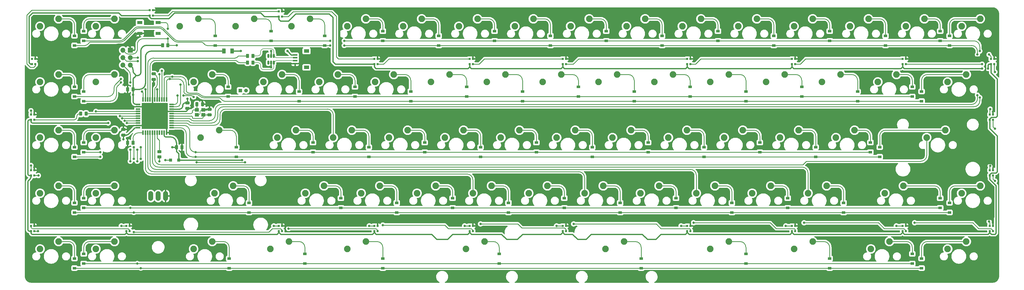
<source format=gbl>
%TF.GenerationSoftware,KiCad,Pcbnew,(6.0.0)*%
%TF.CreationDate,2022-08-07T21:57:51-07:00*%
%TF.ProjectId,IEE,4945452e-6b69-4636-9164-5f7063625858,rev?*%
%TF.SameCoordinates,Original*%
%TF.FileFunction,Copper,L2,Bot*%
%TF.FilePolarity,Positive*%
%FSLAX46Y46*%
G04 Gerber Fmt 4.6, Leading zero omitted, Abs format (unit mm)*
G04 Created by KiCad (PCBNEW (6.0.0)) date 2022-08-07 21:57:51*
%MOMM*%
%LPD*%
G01*
G04 APERTURE LIST*
G04 Aperture macros list*
%AMRoundRect*
0 Rectangle with rounded corners*
0 $1 Rounding radius*
0 $2 $3 $4 $5 $6 $7 $8 $9 X,Y pos of 4 corners*
0 Add a 4 corners polygon primitive as box body*
4,1,4,$2,$3,$4,$5,$6,$7,$8,$9,$2,$3,0*
0 Add four circle primitives for the rounded corners*
1,1,$1+$1,$2,$3*
1,1,$1+$1,$4,$5*
1,1,$1+$1,$6,$7*
1,1,$1+$1,$8,$9*
0 Add four rect primitives between the rounded corners*
20,1,$1+$1,$2,$3,$4,$5,0*
20,1,$1+$1,$4,$5,$6,$7,0*
20,1,$1+$1,$6,$7,$8,$9,0*
20,1,$1+$1,$8,$9,$2,$3,0*%
G04 Aperture macros list end*
%TA.AperFunction,ComponentPad*%
%ADD10C,1.308000*%
%TD*%
%TA.AperFunction,ComponentPad*%
%ADD11R,1.308000X1.308000*%
%TD*%
%TA.AperFunction,SMDPad,CuDef*%
%ADD12R,1.100000X1.100000*%
%TD*%
%TA.AperFunction,ComponentPad*%
%ADD13C,2.250000*%
%TD*%
%TA.AperFunction,SMDPad,CuDef*%
%ADD14RoundRect,0.250000X-0.450000X0.262500X-0.450000X-0.262500X0.450000X-0.262500X0.450000X0.262500X0*%
%TD*%
%TA.AperFunction,ComponentPad*%
%ADD15O,1.676400X3.352800*%
%TD*%
%TA.AperFunction,SMDPad,CuDef*%
%ADD16R,1.200000X0.900000*%
%TD*%
%TA.AperFunction,SMDPad,CuDef*%
%ADD17RoundRect,0.250000X0.375000X0.625000X-0.375000X0.625000X-0.375000X-0.625000X0.375000X-0.625000X0*%
%TD*%
%TA.AperFunction,SMDPad,CuDef*%
%ADD18R,0.700000X0.700000*%
%TD*%
%TA.AperFunction,SMDPad,CuDef*%
%ADD19RoundRect,0.250000X-0.475000X0.250000X-0.475000X-0.250000X0.475000X-0.250000X0.475000X0.250000X0*%
%TD*%
%TA.AperFunction,SMDPad,CuDef*%
%ADD20RoundRect,0.250000X-0.250000X-0.475000X0.250000X-0.475000X0.250000X0.475000X-0.250000X0.475000X0*%
%TD*%
%TA.AperFunction,SMDPad,CuDef*%
%ADD21RoundRect,0.250000X0.262500X0.450000X-0.262500X0.450000X-0.262500X-0.450000X0.262500X-0.450000X0*%
%TD*%
%TA.AperFunction,ComponentPad*%
%ADD22O,1.700000X1.700000*%
%TD*%
%TA.AperFunction,ComponentPad*%
%ADD23R,1.700000X1.700000*%
%TD*%
%TA.AperFunction,SMDPad,CuDef*%
%ADD24R,1.800000X1.200000*%
%TD*%
%TA.AperFunction,SMDPad,CuDef*%
%ADD25R,1.550000X0.600000*%
%TD*%
%TA.AperFunction,SMDPad,CuDef*%
%ADD26RoundRect,0.250000X0.475000X-0.250000X0.475000X0.250000X-0.475000X0.250000X-0.475000X-0.250000X0*%
%TD*%
%TA.AperFunction,SMDPad,CuDef*%
%ADD27R,1.400000X1.200000*%
%TD*%
%TA.AperFunction,SMDPad,CuDef*%
%ADD28RoundRect,0.250000X0.250000X0.475000X-0.250000X0.475000X-0.250000X-0.475000X0.250000X-0.475000X0*%
%TD*%
%TA.AperFunction,SMDPad,CuDef*%
%ADD29R,1.800000X1.100000*%
%TD*%
%TA.AperFunction,SMDPad,CuDef*%
%ADD30RoundRect,0.150000X0.150000X-0.512500X0.150000X0.512500X-0.150000X0.512500X-0.150000X-0.512500X0*%
%TD*%
%TA.AperFunction,SMDPad,CuDef*%
%ADD31R,0.550000X1.500000*%
%TD*%
%TA.AperFunction,SMDPad,CuDef*%
%ADD32R,1.500000X0.550000*%
%TD*%
%TA.AperFunction,SMDPad,CuDef*%
%ADD33RoundRect,0.250000X-0.262500X-0.450000X0.262500X-0.450000X0.262500X0.450000X-0.262500X0.450000X0*%
%TD*%
%TA.AperFunction,ViaPad*%
%ADD34C,0.800000*%
%TD*%
%TA.AperFunction,Conductor*%
%ADD35C,0.381000*%
%TD*%
%TA.AperFunction,Conductor*%
%ADD36C,0.250000*%
%TD*%
%TA.AperFunction,Conductor*%
%ADD37C,0.203200*%
%TD*%
%TA.AperFunction,Conductor*%
%ADD38C,0.200000*%
%TD*%
G04 APERTURE END LIST*
D10*
%TO.P,J3,2,Pin_2*%
%TO.N,Net-(D75-Pad2)*%
X66484375Y-19446875D03*
D11*
%TO.P,J3,1,Pin_1*%
%TO.N,+5V*%
X64484375Y-19446875D03*
%TD*%
D12*
%TO.P,D75,1,K*%
%TO.N,+5V*%
X43468750Y-43259375D03*
%TO.P,D75,2,A*%
%TO.N,Net-(D75-Pad2)*%
X40668750Y-43259375D03*
%TD*%
D13*
%TO.P,MX13,1,COL*%
%TO.N,COL1*%
X50958750Y-35560000D03*
%TO.P,MX13,2,ROW*%
%TO.N,Net-(D13-Pad2)*%
X57308750Y-33020000D03*
%TD*%
D14*
%TO.P,R6,1*%
%TO.N,SOL*%
X36909375Y-40362500D03*
%TO.P,R6,2*%
%TO.N,Net-(Q1-PadB)*%
X36909375Y-42187500D03*
%TD*%
D15*
%TO.P,Q1,B*%
%TO.N,Net-(Q1-PadB)*%
X33972500Y-55562500D03*
%TO.P,Q1,C*%
%TO.N,Net-(D75-Pad2)*%
X36512500Y-55562500D03*
%TO.P,Q1,E*%
%TO.N,GND*%
X39052500Y-55562500D03*
%TD*%
D13*
%TO.P,MX47,1,COL*%
%TO.N,COL4*%
X200977500Y-54610000D03*
%TO.P,MX47,2,ROW*%
%TO.N,Net-(D47-Pad2)*%
X207327500Y-52070000D03*
%TD*%
%TO.P,MX40,1,COL*%
%TO.N,COL4*%
X167640000Y-16510000D03*
%TO.P,MX40,2,ROW*%
%TO.N,Net-(D40-Pad2)*%
X173990000Y-13970000D03*
%TD*%
%TO.P,MX23,1,COL*%
%TO.N,COL2*%
X96202500Y-35560000D03*
%TO.P,MX23,2,ROW*%
%TO.N,Net-(D23-Pad2)*%
X102552500Y-33020000D03*
%TD*%
%TO.P,MX32,1,COL*%
%TO.N,COL3*%
X129540000Y-16510000D03*
%TO.P,MX32,2,ROW*%
%TO.N,Net-(D32-Pad2)*%
X135890000Y-13970000D03*
%TD*%
%TO.P,MX64,1,COL*%
%TO.N,COL6*%
X262890000Y-16510000D03*
%TO.P,MX64,2,ROW*%
%TO.N,Net-(D64-Pad2)*%
X269240000Y-13970000D03*
%TD*%
%TO.P,MX9,1,COL*%
%TO.N,COL0*%
X15240000Y-54610000D03*
%TO.P,MX9,2,ROW*%
%TO.N,Net-(D9-Pad2)*%
X21590000Y-52070000D03*
%TD*%
%TO.P,MX14,1,COL*%
%TO.N,COL1*%
X55721250Y-54610000D03*
%TO.P,MX14,2,ROW*%
%TO.N,Net-(D14-Pad2)*%
X62071250Y-52070000D03*
%TD*%
%TO.P,MX48,1,COL*%
%TO.N,COL5*%
X196215000Y2540000D03*
%TO.P,MX48,2,ROW*%
%TO.N,Net-(D48-Pad2)*%
X202565000Y5080000D03*
%TD*%
%TO.P,MX72,1,COL*%
%TO.N,COL7*%
X291465000Y2540000D03*
%TO.P,MX72,2,ROW*%
%TO.N,Net-(D72-Pad2)*%
X297815000Y5080000D03*
%TD*%
%TO.P,MX42,1,COL*%
%TO.N,COL4*%
X181927500Y-54610000D03*
%TO.P,MX42,2,ROW*%
%TO.N,Net-(D42-Pad2)*%
X188277500Y-52070000D03*
%TD*%
%TO.P,MX44,1,COL*%
%TO.N,COL4*%
X177165000Y2540000D03*
%TO.P,MX44,2,ROW*%
%TO.N,Net-(D44-Pad2)*%
X183515000Y5080000D03*
%TD*%
%TO.P,MX73,1,COL*%
%TO.N,COL7*%
X305752500Y-16510000D03*
%TO.P,MX73,2,ROW*%
%TO.N,Net-(D73-Pad2)*%
X312102500Y-13970000D03*
%TD*%
%TO.P,MX1,1,COL*%
%TO.N,COL0*%
X-3810000Y2540000D03*
%TO.P,MX1,2,ROW*%
%TO.N,Net-(D1-Pad2)*%
X2540000Y5080000D03*
%TD*%
%TO.P,MX17,1,COL*%
%TO.N,COL1*%
X72390000Y-16510000D03*
%TO.P,MX17,2,ROW*%
%TO.N,Net-(D17-Pad2)*%
X78740000Y-13970000D03*
%TD*%
%TO.P,MX21,1,COL*%
%TO.N,COL2*%
X81915000Y2540000D03*
%TO.P,MX21,2,ROW*%
%TO.N,Net-(D21-Pad2)*%
X88265000Y5080000D03*
%TD*%
%TO.P,MX57,1,COL*%
%TO.N,COL5*%
X253365000Y-73660000D03*
%TO.P,MX57,2,ROW*%
%TO.N,Net-(D57-Pad2)*%
X259715000Y-71120000D03*
%TD*%
%TO.P,MX60,1,COL*%
%TO.N,COL6*%
X248602500Y-35560000D03*
%TO.P,MX60,2,ROW*%
%TO.N,Net-(D60-Pad2)*%
X254952500Y-33020000D03*
%TD*%
%TO.P,MX15,1,COL*%
%TO.N,COL1*%
X48577500Y-73660000D03*
%TO.P,MX15,2,ROW*%
%TO.N,Net-(D15-Pad2)*%
X54927500Y-71120000D03*
%TD*%
%TO.P,MX16,1,COL*%
%TO.N,COL1*%
X62865000Y2540000D03*
%TO.P,MX16,2,ROW*%
%TO.N,Net-(D16-Pad2)*%
X69215000Y5080000D03*
%TD*%
%TO.P,MX65,1,COL*%
%TO.N,COL6*%
X267652500Y-35560000D03*
%TO.P,MX65,2,ROW*%
%TO.N,Net-(D65-Pad2)*%
X274002500Y-33020000D03*
%TD*%
%TO.P,MX6,1,COL*%
%TO.N,COL0*%
X15240000Y2540000D03*
%TO.P,MX6,2,ROW*%
%TO.N,Net-(D6-Pad2)*%
X21590000Y5080000D03*
%TD*%
%TO.P,MX43,1,COL*%
%TO.N,COL4*%
X189071250Y-73660000D03*
%TO.P,MX43,2,ROW*%
%TO.N,Net-(D43-Pad2)*%
X195421250Y-71120000D03*
%TD*%
%TO.P,MX52,1,COL*%
%TO.N,COL5*%
X224790000Y-73660000D03*
%TO.P,MX52,2,ROW*%
%TO.N,Net-(D52-Pad2)*%
X231140000Y-71120000D03*
%TD*%
%TO.P,MX8,1,COL*%
%TO.N,COL0*%
X15240000Y-35560000D03*
%TO.P,MX8,2,ROW*%
%TO.N,Net-(D8-Pad2)*%
X21590000Y-33020000D03*
%TD*%
%TO.P,MX4,1,COL*%
%TO.N,COL0*%
X-3810000Y-54610000D03*
%TO.P,MX4,2,ROW*%
%TO.N,Net-(D4-Pad2)*%
X2540000Y-52070000D03*
%TD*%
%TO.P,MX30,1,COL*%
%TO.N,COL2*%
X141446250Y-73660000D03*
%TO.P,MX30,2,ROW*%
%TO.N,Net-(D30-Pad2)*%
X147796250Y-71120000D03*
%TD*%
%TO.P,MX53,1,COL*%
%TO.N,COL5*%
X215265000Y2540000D03*
%TO.P,MX53,2,ROW*%
%TO.N,Net-(D53-Pad2)*%
X221615000Y5080000D03*
%TD*%
%TO.P,MX11,1,COL*%
%TO.N,COL1*%
X43815000Y2540000D03*
%TO.P,MX11,2,ROW*%
%TO.N,Net-(D11-Pad2)*%
X50165000Y5080000D03*
%TD*%
%TO.P,MX41,1,COL*%
%TO.N,COL4*%
X172402500Y-35560000D03*
%TO.P,MX41,2,ROW*%
%TO.N,Net-(D41-Pad2)*%
X178752500Y-33020000D03*
%TD*%
%TO.P,MX5,1,COL*%
%TO.N,COL0*%
X-3810000Y-73660000D03*
%TO.P,MX5,2,ROW*%
%TO.N,Net-(D5-Pad2)*%
X2540000Y-71120000D03*
%TD*%
%TO.P,MX68,1,COL*%
%TO.N,COL7*%
X281940000Y-16510000D03*
%TO.P,MX68,2,ROW*%
%TO.N,Net-(D68-Pad2)*%
X288290000Y-13970000D03*
%TD*%
%TO.P,MX37,1,COL*%
%TO.N,COL3*%
X153352500Y-35560000D03*
%TO.P,MX37,2,ROW*%
%TO.N,Net-(D37-Pad2)*%
X159702500Y-33020000D03*
%TD*%
%TO.P,MX25,1,COL*%
%TO.N,COL2*%
X100965000Y-73660000D03*
%TO.P,MX25,2,ROW*%
%TO.N,Net-(D25-Pad2)*%
X107315000Y-71120000D03*
%TD*%
%TO.P,MX7,1,COL*%
%TO.N,COL0*%
X15240000Y-16510000D03*
%TO.P,MX7,2,ROW*%
%TO.N,Net-(D7-Pad2)*%
X21590000Y-13970000D03*
%TD*%
%TO.P,MX33,1,COL*%
%TO.N,COL3*%
X134302500Y-35560000D03*
%TO.P,MX33,2,ROW*%
%TO.N,Net-(D33-Pad2)*%
X140652500Y-33020000D03*
%TD*%
%TO.P,MX35,1,COL*%
%TO.N,COL3*%
X139065000Y2540000D03*
%TO.P,MX35,2,ROW*%
%TO.N,Net-(D35-Pad2)*%
X145415000Y5080000D03*
%TD*%
%TO.P,MX22,1,COL*%
%TO.N,COL2*%
X91440000Y-16510000D03*
%TO.P,MX22,2,ROW*%
%TO.N,Net-(D22-Pad2)*%
X97790000Y-13970000D03*
%TD*%
%TO.P,MX66,1,COL*%
%TO.N,COL6*%
X284321250Y-54610000D03*
%TO.P,MX66,2,ROW*%
%TO.N,Net-(D66-Pad2)*%
X290671250Y-52070000D03*
%TD*%
%TO.P,MX58,1,COL*%
%TO.N,COL6*%
X234315000Y2540000D03*
%TO.P,MX58,2,ROW*%
%TO.N,Net-(D58-Pad2)*%
X240665000Y5080000D03*
%TD*%
%TO.P,MX63,1,COL*%
%TO.N,COL6*%
X253365000Y2540000D03*
%TO.P,MX63,2,ROW*%
%TO.N,Net-(D63-Pad2)*%
X259715000Y5080000D03*
%TD*%
%TO.P,MX71,1,COL*%
%TO.N,COL7*%
X305752500Y-73660000D03*
%TO.P,MX71,2,ROW*%
%TO.N,Net-(D71-Pad2)*%
X312102500Y-71120000D03*
%TD*%
%TO.P,MX34,1,COL*%
%TO.N,COL3*%
X143827500Y-54610000D03*
%TO.P,MX34,2,ROW*%
%TO.N,Net-(D34-Pad2)*%
X150177500Y-52070000D03*
%TD*%
%TO.P,MX18,1,COL*%
%TO.N,COL1*%
X77152500Y-35560000D03*
%TO.P,MX18,2,ROW*%
%TO.N,Net-(D18-Pad2)*%
X83502500Y-33020000D03*
%TD*%
%TO.P,MX55,1,COL*%
%TO.N,COL5*%
X229552500Y-35560000D03*
%TO.P,MX55,2,ROW*%
%TO.N,Net-(D55-Pad2)*%
X235902500Y-33020000D03*
%TD*%
%TO.P,MX28,1,COL*%
%TO.N,COL2*%
X115252500Y-35560000D03*
%TO.P,MX28,2,ROW*%
%TO.N,Net-(D28-Pad2)*%
X121602500Y-33020000D03*
%TD*%
%TO.P,MX46,1,COL*%
%TO.N,COL4*%
X191452500Y-35560000D03*
%TO.P,MX46,2,ROW*%
%TO.N,Net-(D46-Pad2)*%
X197802500Y-33020000D03*
%TD*%
%TO.P,MX36,1,COL*%
%TO.N,COL3*%
X148590000Y-16510000D03*
%TO.P,MX36,2,ROW*%
%TO.N,Net-(D36-Pad2)*%
X154940000Y-13970000D03*
%TD*%
%TO.P,MX54,1,COL*%
%TO.N,COL5*%
X224790000Y-16510000D03*
%TO.P,MX54,2,ROW*%
%TO.N,Net-(D54-Pad2)*%
X231140000Y-13970000D03*
%TD*%
%TO.P,MX56,1,COL*%
%TO.N,COL5*%
X239077500Y-54610000D03*
%TO.P,MX56,2,ROW*%
%TO.N,Net-(D56-Pad2)*%
X245427500Y-52070000D03*
%TD*%
%TO.P,MX61,1,COL*%
%TO.N,COL6*%
X258127500Y-54610000D03*
%TO.P,MX61,2,ROW*%
%TO.N,Net-(D61-Pad2)*%
X264477500Y-52070000D03*
%TD*%
%TO.P,MX3,1,COL*%
%TO.N,COL0*%
X-3810000Y-35560000D03*
%TO.P,MX3,2,ROW*%
%TO.N,Net-(D3-Pad2)*%
X2540000Y-33020000D03*
%TD*%
%TO.P,MX62,1,COL*%
%TO.N,COL6*%
X279558750Y-73660000D03*
%TO.P,MX62,2,ROW*%
%TO.N,Net-(D62-Pad2)*%
X285908750Y-71120000D03*
%TD*%
%TO.P,MX50,1,COL*%
%TO.N,COL5*%
X210502500Y-35560000D03*
%TO.P,MX50,2,ROW*%
%TO.N,Net-(D50-Pad2)*%
X216852500Y-33020000D03*
%TD*%
%TO.P,MX74,1,COL*%
%TO.N,COL7*%
X310515000Y2540000D03*
%TO.P,MX74,2,ROW*%
%TO.N,Net-(D74-Pad2)*%
X316865000Y5080000D03*
%TD*%
%TO.P,MX26,1,COL*%
%TO.N,COL2*%
X100965000Y2540000D03*
%TO.P,MX26,2,ROW*%
%TO.N,Net-(D26-Pad2)*%
X107315000Y5080000D03*
%TD*%
%TO.P,MX59,1,COL*%
%TO.N,COL6*%
X243840000Y-16510000D03*
%TO.P,MX59,2,ROW*%
%TO.N,Net-(D59-Pad2)*%
X250190000Y-13970000D03*
%TD*%
%TO.P,MX24,1,COL*%
%TO.N,COL2*%
X105727500Y-54610000D03*
%TO.P,MX24,2,ROW*%
%TO.N,Net-(D24-Pad2)*%
X112077500Y-52070000D03*
%TD*%
%TO.P,MX45,1,COL*%
%TO.N,COL4*%
X186690000Y-16510000D03*
%TO.P,MX45,2,ROW*%
%TO.N,Net-(D45-Pad2)*%
X193040000Y-13970000D03*
%TD*%
%TO.P,MX69,1,COL*%
%TO.N,COL7*%
X298608750Y-35560000D03*
%TO.P,MX69,2,ROW*%
%TO.N,Net-(D69-Pad2)*%
X304958750Y-33020000D03*
%TD*%
%TO.P,MX70,1,COL*%
%TO.N,COL7*%
X310515000Y-54610000D03*
%TO.P,MX70,2,ROW*%
%TO.N,Net-(D70-Pad2)*%
X316865000Y-52070000D03*
%TD*%
%TO.P,MX29,1,COL*%
%TO.N,COL2*%
X124777500Y-54610000D03*
%TO.P,MX29,2,ROW*%
%TO.N,Net-(D29-Pad2)*%
X131127500Y-52070000D03*
%TD*%
%TO.P,MX12,1,COL*%
%TO.N,COL1*%
X48577500Y-16510000D03*
%TO.P,MX12,2,ROW*%
%TO.N,Net-(D12-Pad2)*%
X54927500Y-13970000D03*
%TD*%
%TO.P,MX38,1,COL*%
%TO.N,COL3*%
X162877500Y-54610000D03*
%TO.P,MX38,2,ROW*%
%TO.N,Net-(D38-Pad2)*%
X169227500Y-52070000D03*
%TD*%
%TO.P,MX2,1,COL*%
%TO.N,COL0*%
X-3810000Y-16510000D03*
%TO.P,MX2,2,ROW*%
%TO.N,Net-(D2-Pad2)*%
X2540000Y-13970000D03*
%TD*%
%TO.P,MX10,1,COL*%
%TO.N,COL0*%
X15240000Y-73660000D03*
%TO.P,MX10,2,ROW*%
%TO.N,Net-(D10-Pad2)*%
X21590000Y-71120000D03*
%TD*%
%TO.P,MX31,1,COL*%
%TO.N,COL3*%
X120015000Y2540000D03*
%TO.P,MX31,2,ROW*%
%TO.N,Net-(D31-Pad2)*%
X126365000Y5080000D03*
%TD*%
%TO.P,MX51,1,COL*%
%TO.N,COL5*%
X220027500Y-54610000D03*
%TO.P,MX51,2,ROW*%
%TO.N,Net-(D51-Pad2)*%
X226377500Y-52070000D03*
%TD*%
%TO.P,MX19,1,COL*%
%TO.N,COL1*%
X86677500Y-54610000D03*
%TO.P,MX19,2,ROW*%
%TO.N,Net-(D19-Pad2)*%
X93027500Y-52070000D03*
%TD*%
%TO.P,MX27,1,COL*%
%TO.N,COL2*%
X110490000Y-16510000D03*
%TO.P,MX27,2,ROW*%
%TO.N,Net-(D27-Pad2)*%
X116840000Y-13970000D03*
%TD*%
%TO.P,MX39,1,COL*%
%TO.N,COL4*%
X158115000Y2540000D03*
%TO.P,MX39,2,ROW*%
%TO.N,Net-(D39-Pad2)*%
X164465000Y5080000D03*
%TD*%
%TO.P,MX67,1,COL*%
%TO.N,COL7*%
X272415000Y2540000D03*
%TO.P,MX67,2,ROW*%
%TO.N,Net-(D67-Pad2)*%
X278765000Y5080000D03*
%TD*%
%TO.P,MX49,1,COL*%
%TO.N,COL5*%
X205740000Y-16510000D03*
%TO.P,MX49,2,ROW*%
%TO.N,Net-(D49-Pad2)*%
X212090000Y-13970000D03*
%TD*%
%TO.P,MX20,1,COL*%
%TO.N,COL1*%
X74771250Y-73660000D03*
%TO.P,MX20,2,ROW*%
%TO.N,Net-(D20-Pad2)*%
X81121250Y-71120000D03*
%TD*%
D16*
%TO.P,D54,1,K*%
%TO.N,ROW3*%
X236934375Y-23081250D03*
%TO.P,D54,2,A*%
%TO.N,Net-(D54-Pad2)*%
X236934375Y-19781250D03*
%TD*%
D17*
%TO.P,F1,1*%
%TO.N,VBUS*%
X61725000Y-5953125D03*
%TO.P,F1,2*%
%TO.N,+5V*%
X58925000Y-5953125D03*
%TD*%
D18*
%TO.P,U25,1,DO*%
%TO.N,Net-(U25-Pad1)*%
X290359375Y-8610000D03*
%TO.P,U25,2,GND*%
%TO.N,GND*%
X291459375Y-8610000D03*
%TO.P,U25,3,DI*%
%TO.N,Net-(U22-Pad1)*%
X291459375Y-10440000D03*
%TO.P,U25,4,VDD*%
%TO.N,+5V*%
X290359375Y-10440000D03*
%TD*%
%TO.P,U23,1,DO*%
%TO.N,Net-(U23-Pad1)*%
X33581250Y8058750D03*
%TO.P,U23,2,GND*%
%TO.N,GND*%
X34681250Y8058750D03*
%TO.P,U23,3,DI*%
%TO.N,Net-(U20-Pad1)*%
X34681250Y6228750D03*
%TO.P,U23,4,VDD*%
%TO.N,+5V*%
X33581250Y6228750D03*
%TD*%
D16*
%TO.P,D10,1,K*%
%TO.N,ROW8*%
X11112500Y-78643750D03*
%TO.P,D10,2,A*%
%TO.N,Net-(D10-Pad2)*%
X11112500Y-75343750D03*
%TD*%
D18*
%TO.P,U11,1,DO*%
%TO.N,Net-(U11-Pad1)*%
X174471875Y-8610000D03*
%TO.P,U11,2,GND*%
%TO.N,GND*%
X175571875Y-8610000D03*
%TO.P,U11,3,DI*%
%TO.N,Net-(U11-Pad3)*%
X175571875Y-10440000D03*
%TO.P,U11,4,VDD*%
%TO.N,+5V*%
X174471875Y-10440000D03*
%TD*%
D16*
%TO.P,D28,1,K*%
%TO.N,ROW4*%
X127396875Y-40543750D03*
%TO.P,D28,2,A*%
%TO.N,Net-(D28-Pad2)*%
X127396875Y-37243750D03*
%TD*%
%TO.P,D61,1,K*%
%TO.N,ROW7*%
X270271875Y-61181250D03*
%TO.P,D61,2,A*%
%TO.N,Net-(D61-Pad2)*%
X270271875Y-57881250D03*
%TD*%
D19*
%TO.P,C1,1*%
%TO.N,GND*%
X53975000Y-25881250D03*
%TO.P,C1,2*%
%TO.N,Net-(C1-Pad2)*%
X53975000Y-27781250D03*
%TD*%
D16*
%TO.P,D48,1,K*%
%TO.N,ROW1*%
X208359375Y-4031250D03*
%TO.P,D48,2,A*%
%TO.N,Net-(D48-Pad2)*%
X208359375Y-731250D03*
%TD*%
D18*
%TO.P,U8,1,DO*%
%TO.N,Net-(U11-Pad3)*%
X216937500Y-8610000D03*
%TO.P,U8,2,GND*%
%TO.N,GND*%
X218037500Y-8610000D03*
%TO.P,U8,3,DI*%
%TO.N,Net-(U5-Pad1)*%
X218037500Y-10440000D03*
%TO.P,U8,4,VDD*%
%TO.N,+5V*%
X216937500Y-10440000D03*
%TD*%
%TO.P,U12,1,DO*%
%TO.N,Net-(U12-Pad1)*%
X25643750Y-65760000D03*
%TO.P,U12,2,GND*%
%TO.N,GND*%
X26743750Y-65760000D03*
%TO.P,U12,3,DI*%
%TO.N,Net-(U12-Pad3)*%
X26743750Y-67590000D03*
%TO.P,U12,4,VDD*%
%TO.N,+5V*%
X25643750Y-67590000D03*
%TD*%
D16*
%TO.P,D71,1,K*%
%TO.N,ROW9*%
X296862500Y-80231250D03*
%TO.P,D71,2,A*%
%TO.N,Net-(D71-Pad2)*%
X296862500Y-76931250D03*
%TD*%
D18*
%TO.P,U14,1,DO*%
%TO.N,Net-(U14-Pad1)*%
X142721875Y-8610000D03*
%TO.P,U14,2,GND*%
%TO.N,GND*%
X143821875Y-8610000D03*
%TO.P,U14,3,DI*%
%TO.N,Net-(U11-Pad1)*%
X143821875Y-10440000D03*
%TO.P,U14,4,VDD*%
%TO.N,+5V*%
X142721875Y-10440000D03*
%TD*%
D16*
%TO.P,D11,1,K*%
%TO.N,ROW1*%
X55959375Y-4031250D03*
%TO.P,D11,2,A*%
%TO.N,Net-(D11-Pad2)*%
X55959375Y-731250D03*
%TD*%
%TO.P,D35,1,K*%
%TO.N,ROW0*%
X151209375Y-2443750D03*
%TO.P,D35,2,A*%
%TO.N,Net-(D35-Pad2)*%
X151209375Y856250D03*
%TD*%
%TO.P,D74,1,K*%
%TO.N,ROW1*%
X306387500Y-4031250D03*
%TO.P,D74,2,A*%
%TO.N,Net-(D74-Pad2)*%
X306387500Y-731250D03*
%TD*%
%TO.P,D58,1,K*%
%TO.N,ROW1*%
X246459375Y-4031250D03*
%TO.P,D58,2,A*%
%TO.N,Net-(D58-Pad2)*%
X246459375Y-731250D03*
%TD*%
%TO.P,D25,1,K*%
%TO.N,ROW9*%
X113109375Y-80231250D03*
%TO.P,D25,2,A*%
%TO.N,Net-(D25-Pad2)*%
X113109375Y-76931250D03*
%TD*%
%TO.P,D60,1,K*%
%TO.N,ROW5*%
X260746875Y-42131250D03*
%TO.P,D60,2,A*%
%TO.N,Net-(D60-Pad2)*%
X260746875Y-38831250D03*
%TD*%
%TO.P,D59,1,K*%
%TO.N,ROW2*%
X255984375Y-21493750D03*
%TO.P,D59,2,A*%
%TO.N,Net-(D59-Pad2)*%
X255984375Y-18193750D03*
%TD*%
%TO.P,D14,1,K*%
%TO.N,ROW7*%
X67468750Y-61181250D03*
%TO.P,D14,2,A*%
%TO.N,Net-(D14-Pad2)*%
X67468750Y-57881250D03*
%TD*%
%TO.P,D33,1,K*%
%TO.N,ROW5*%
X146446875Y-42131250D03*
%TO.P,D33,2,A*%
%TO.N,Net-(D33-Pad2)*%
X146446875Y-38831250D03*
%TD*%
%TO.P,D13,1,K*%
%TO.N,ROW5*%
X63103125Y-42131250D03*
%TO.P,D13,2,A*%
%TO.N,Net-(D13-Pad2)*%
X63103125Y-38831250D03*
%TD*%
D20*
%TO.P,C5,1*%
%TO.N,+5V*%
X42706250Y-38893750D03*
%TO.P,C5,2*%
%TO.N,GND*%
X44606250Y-38893750D03*
%TD*%
D16*
%TO.P,D70,1,K*%
%TO.N,ROW7*%
X306387500Y-61181250D03*
%TO.P,D70,2,A*%
%TO.N,Net-(D70-Pad2)*%
X306387500Y-57881250D03*
%TD*%
D21*
%TO.P,R4,1*%
%TO.N,Net-(R4-Pad1)*%
X27900000Y-37306250D03*
%TO.P,R4,2*%
%TO.N,GND*%
X26075000Y-37306250D03*
%TD*%
D16*
%TO.P,D1,1,K*%
%TO.N,ROW1*%
X7937500Y-4031250D03*
%TO.P,D1,2,A*%
%TO.N,Net-(D1-Pad2)*%
X7937500Y-731250D03*
%TD*%
%TO.P,D3,1,K*%
%TO.N,ROW5*%
X7937500Y-42131250D03*
%TO.P,D3,2,A*%
%TO.N,Net-(D3-Pad2)*%
X7937500Y-38831250D03*
%TD*%
%TO.P,D41,1,K*%
%TO.N,ROW5*%
X184546875Y-42131250D03*
%TO.P,D41,2,A*%
%TO.N,Net-(D41-Pad2)*%
X184546875Y-38831250D03*
%TD*%
%TO.P,D37,1,K*%
%TO.N,ROW4*%
X165496875Y-40543750D03*
%TO.P,D37,2,A*%
%TO.N,Net-(D37-Pad2)*%
X165496875Y-37243750D03*
%TD*%
D18*
%TO.P,U6,1,DO*%
%TO.N,Net-(U6-Pad1)*%
X-6900000Y-46710000D03*
%TO.P,U6,2,GND*%
%TO.N,GND*%
X-5800000Y-46710000D03*
%TO.P,U6,3,DI*%
%TO.N,Net-(U3-Pad1)*%
X-5800000Y-48540000D03*
%TO.P,U6,4,VDD*%
%TO.N,+5V*%
X-6900000Y-48540000D03*
%TD*%
%TO.P,U13,1,DO*%
%TO.N,Net-(U13-Pad1)*%
X320125000Y-65760000D03*
%TO.P,U13,2,GND*%
%TO.N,GND*%
X321225000Y-65760000D03*
%TO.P,U13,3,DI*%
%TO.N,Net-(U10-Pad1)*%
X321225000Y-67590000D03*
%TO.P,U13,4,VDD*%
%TO.N,+5V*%
X320125000Y-67590000D03*
%TD*%
D16*
%TO.P,D2,1,K*%
%TO.N,ROW2*%
X7937500Y-21493750D03*
%TO.P,D2,2,A*%
%TO.N,Net-(D2-Pad2)*%
X7937500Y-18193750D03*
%TD*%
%TO.P,D6,1,K*%
%TO.N,ROW0*%
X11112500Y-2443750D03*
%TO.P,D6,2,A*%
%TO.N,Net-(D6-Pad2)*%
X11112500Y856250D03*
%TD*%
%TO.P,D36,1,K*%
%TO.N,ROW3*%
X160734375Y-23081250D03*
%TO.P,D36,2,A*%
%TO.N,Net-(D36-Pad2)*%
X160734375Y-19781250D03*
%TD*%
%TO.P,D65,1,K*%
%TO.N,ROW4*%
X279400000Y-40543750D03*
%TO.P,D65,2,A*%
%TO.N,Net-(D65-Pad2)*%
X279400000Y-37243750D03*
%TD*%
%TO.P,D8,1,K*%
%TO.N,ROW4*%
X11112500Y-40543750D03*
%TO.P,D8,2,A*%
%TO.N,Net-(D8-Pad2)*%
X11112500Y-37243750D03*
%TD*%
%TO.P,D45,1,K*%
%TO.N,ROW3*%
X198834375Y-23081250D03*
%TO.P,D45,2,A*%
%TO.N,Net-(D45-Pad2)*%
X198834375Y-19781250D03*
%TD*%
D18*
%TO.P,U3,1,DO*%
%TO.N,Net-(U3-Pad1)*%
X-6900000Y-27660000D03*
%TO.P,U3,2,GND*%
%TO.N,GND*%
X-5800000Y-27660000D03*
%TO.P,U3,3,DI*%
%TO.N,Net-(R5-Pad2)*%
X-5800000Y-29490000D03*
%TO.P,U3,4,VDD*%
%TO.N,+5V*%
X-6900000Y-29490000D03*
%TD*%
D16*
%TO.P,D18,1,K*%
%TO.N,ROW4*%
X89296875Y-40543750D03*
%TO.P,D18,2,A*%
%TO.N,Net-(D18-Pad2)*%
X89296875Y-37243750D03*
%TD*%
D22*
%TO.P,J2,1,MISO*%
%TO.N,MISO*%
X24447500Y-10715625D03*
%TO.P,J2,2,VCC*%
%TO.N,+5V*%
X26987500Y-10715625D03*
%TO.P,J2,3,SCK*%
%TO.N,SCK*%
X24447500Y-8175625D03*
%TO.P,J2,4,MOSI*%
%TO.N,MOSI*%
X26987500Y-8175625D03*
%TO.P,J2,5,~{RST}*%
%TO.N,RESET*%
X24447500Y-5635625D03*
D23*
%TO.P,J2,6,GND*%
%TO.N,GND*%
X26987500Y-5635625D03*
%TD*%
D16*
%TO.P,D16,1,K*%
%TO.N,ROW0*%
X75009375Y-2443750D03*
%TO.P,D16,2,A*%
%TO.N,Net-(D16-Pad2)*%
X75009375Y856250D03*
%TD*%
D24*
%TO.P,J1,*%
%TO.N,*%
X87078125Y-11531250D03*
X87078125Y-5931250D03*
D25*
%TO.P,J1,1,Pin_1*%
%TO.N,VBUS*%
X83203125Y-7231250D03*
%TO.P,J1,2,Pin_2*%
%TO.N,D-*%
X83203125Y-8231250D03*
%TO.P,J1,3,Pin_3*%
%TO.N,D+*%
X83203125Y-9231250D03*
%TO.P,J1,4,Pin_4*%
%TO.N,GND*%
X83203125Y-10231250D03*
%TD*%
D16*
%TO.P,D31,1,K*%
%TO.N,ROW1*%
X132159375Y-4031250D03*
%TO.P,D31,2,A*%
%TO.N,Net-(D31-Pad2)*%
X132159375Y-731250D03*
%TD*%
%TO.P,D26,1,K*%
%TO.N,ROW0*%
X113109375Y-2443750D03*
%TO.P,D26,2,A*%
%TO.N,Net-(D26-Pad2)*%
X113109375Y856250D03*
%TD*%
%TO.P,D20,1,K*%
%TO.N,ROW8*%
X86518750Y-78643750D03*
%TO.P,D20,2,A*%
%TO.N,Net-(D20-Pad2)*%
X86518750Y-75343750D03*
%TD*%
%TO.P,D69,1,K*%
%TO.N,ROW5*%
X282575000Y-42131250D03*
%TO.P,D69,2,A*%
%TO.N,Net-(D69-Pad2)*%
X282575000Y-38831250D03*
%TD*%
D18*
%TO.P,U18,1,DO*%
%TO.N,Net-(U18-Pad1)*%
X110178125Y-65760000D03*
%TO.P,U18,2,GND*%
%TO.N,GND*%
X111278125Y-65760000D03*
%TO.P,U18,3,DI*%
%TO.N,Net-(U15-Pad1)*%
X111278125Y-67590000D03*
%TO.P,U18,4,VDD*%
%TO.N,+5V*%
X110178125Y-67590000D03*
%TD*%
D19*
%TO.P,C6,1*%
%TO.N,+5V*%
X46434375Y-23656250D03*
%TO.P,C6,2*%
%TO.N,GND*%
X46434375Y-25556250D03*
%TD*%
D18*
%TO.P,U4,1,DO*%
%TO.N,Net-(U4-Pad1)*%
X216937500Y-65760000D03*
%TO.P,U4,2,GND*%
%TO.N,GND*%
X218037500Y-65760000D03*
%TO.P,U4,3,DI*%
%TO.N,Net-(U24-Pad1)*%
X218037500Y-67590000D03*
%TO.P,U4,4,VDD*%
%TO.N,+5V*%
X216937500Y-67590000D03*
%TD*%
%TO.P,U9,1,DO*%
%TO.N,Net-(U12-Pad3)*%
X-6900000Y-65760000D03*
%TO.P,U9,2,GND*%
%TO.N,GND*%
X-5800000Y-65760000D03*
%TO.P,U9,3,DI*%
%TO.N,Net-(U6-Pad1)*%
X-5800000Y-67590000D03*
%TO.P,U9,4,VDD*%
%TO.N,+5V*%
X-6900000Y-67590000D03*
%TD*%
%TO.P,U22,1,DO*%
%TO.N,Net-(U22-Pad1)*%
X320521875Y-8610000D03*
%TO.P,U22,2,GND*%
%TO.N,GND*%
X321621875Y-8610000D03*
%TO.P,U22,3,DI*%
%TO.N,Net-(U19-Pad1)*%
X321621875Y-10440000D03*
%TO.P,U22,4,VDD*%
%TO.N,+5V*%
X320521875Y-10440000D03*
%TD*%
D16*
%TO.P,D44,1,K*%
%TO.N,ROW0*%
X189309375Y-2443750D03*
%TO.P,D44,2,A*%
%TO.N,Net-(D44-Pad2)*%
X189309375Y856250D03*
%TD*%
%TO.P,D15,1,K*%
%TO.N,ROW9*%
X60721875Y-80231250D03*
%TO.P,D15,2,A*%
%TO.N,Net-(D15-Pad2)*%
X60721875Y-76931250D03*
%TD*%
%TO.P,D53,1,K*%
%TO.N,ROW0*%
X227409375Y-2443750D03*
%TO.P,D53,2,A*%
%TO.N,Net-(D53-Pad2)*%
X227409375Y856250D03*
%TD*%
D26*
%TO.P,C3,1*%
%TO.N,+5V*%
X24606250Y-34684375D03*
%TO.P,C3,2*%
%TO.N,GND*%
X24606250Y-32784375D03*
%TD*%
D16*
%TO.P,D51,1,K*%
%TO.N,ROW7*%
X232171875Y-61181250D03*
%TO.P,D51,2,A*%
%TO.N,Net-(D51-Pad2)*%
X232171875Y-57881250D03*
%TD*%
%TO.P,D24,1,K*%
%TO.N,ROW7*%
X117871875Y-61181250D03*
%TO.P,D24,2,A*%
%TO.N,Net-(D24-Pad2)*%
X117871875Y-57881250D03*
%TD*%
%TO.P,D30,1,K*%
%TO.N,ROW8*%
X152796875Y-78643750D03*
%TO.P,D30,2,A*%
%TO.N,Net-(D30-Pad2)*%
X152796875Y-75343750D03*
%TD*%
%TO.P,D49,1,K*%
%TO.N,ROW2*%
X217884375Y-21493750D03*
%TO.P,D49,2,A*%
%TO.N,Net-(D49-Pad2)*%
X217884375Y-18193750D03*
%TD*%
D27*
%TO.P,Y1,1,1*%
%TO.N,Net-(C1-Pad2)*%
X51900000Y-27781250D03*
%TO.P,Y1,2,2*%
%TO.N,GND*%
X49700000Y-27781250D03*
%TO.P,Y1,3,3*%
%TO.N,Net-(C2-Pad2)*%
X49700000Y-26081250D03*
%TO.P,Y1,4,4*%
%TO.N,GND*%
X51900000Y-26081250D03*
%TD*%
D16*
%TO.P,D62,1,K*%
%TO.N,ROW8*%
X293687500Y-78643750D03*
%TO.P,D62,2,A*%
%TO.N,Net-(D62-Pad2)*%
X293687500Y-75343750D03*
%TD*%
D18*
%TO.P,U26,1,DO*%
%TO.N,unconnected-(U26-Pad1)*%
X-6503125Y-8610000D03*
%TO.P,U26,2,GND*%
%TO.N,GND*%
X-5403125Y-8610000D03*
%TO.P,U26,3,DI*%
%TO.N,Net-(U23-Pad1)*%
X-5403125Y-10440000D03*
%TO.P,U26,4,VDD*%
%TO.N,+5V*%
X-6503125Y-10440000D03*
%TD*%
D16*
%TO.P,D32,1,K*%
%TO.N,ROW2*%
X141684375Y-21493750D03*
%TO.P,D32,2,A*%
%TO.N,Net-(D32-Pad2)*%
X141684375Y-18193750D03*
%TD*%
%TO.P,D22,1,K*%
%TO.N,ROW2*%
X103584375Y-21493750D03*
%TO.P,D22,2,A*%
%TO.N,Net-(D22-Pad2)*%
X103584375Y-18193750D03*
%TD*%
D18*
%TO.P,U19,1,DO*%
%TO.N,Net-(U19-Pad1)*%
X320125000Y-27660000D03*
%TO.P,U19,2,GND*%
%TO.N,GND*%
X321225000Y-27660000D03*
%TO.P,U19,3,DI*%
%TO.N,Net-(U16-Pad1)*%
X321225000Y-29490000D03*
%TO.P,U19,4,VDD*%
%TO.N,+5V*%
X320125000Y-29490000D03*
%TD*%
D16*
%TO.P,D57,1,K*%
%TO.N,ROW9*%
X265509375Y-80231250D03*
%TO.P,D57,2,A*%
%TO.N,Net-(D57-Pad2)*%
X265509375Y-76931250D03*
%TD*%
%TO.P,D23,1,K*%
%TO.N,ROW5*%
X108346875Y-42131250D03*
%TO.P,D23,2,A*%
%TO.N,Net-(D23-Pad2)*%
X108346875Y-38831250D03*
%TD*%
%TO.P,D63,1,K*%
%TO.N,ROW0*%
X265509375Y-2443750D03*
%TO.P,D63,2,A*%
%TO.N,Net-(D63-Pad2)*%
X265509375Y856250D03*
%TD*%
%TO.P,D55,1,K*%
%TO.N,ROW4*%
X241696875Y-40543750D03*
%TO.P,D55,2,A*%
%TO.N,Net-(D55-Pad2)*%
X241696875Y-37243750D03*
%TD*%
%TO.P,D17,1,K*%
%TO.N,ROW3*%
X84534375Y-23081250D03*
%TO.P,D17,2,A*%
%TO.N,Net-(D17-Pad2)*%
X84534375Y-19781250D03*
%TD*%
%TO.P,D68,1,K*%
%TO.N,ROW2*%
X293687500Y-21493750D03*
%TO.P,D68,2,A*%
%TO.N,Net-(D68-Pad2)*%
X293687500Y-18193750D03*
%TD*%
%TO.P,D38,1,K*%
%TO.N,ROW6*%
X175021875Y-59593750D03*
%TO.P,D38,2,A*%
%TO.N,Net-(D38-Pad2)*%
X175021875Y-56293750D03*
%TD*%
D19*
%TO.P,C4,1*%
%TO.N,Net-(C4-Pad1)*%
X34925000Y-13734375D03*
%TO.P,C4,2*%
%TO.N,GND*%
X34925000Y-15634375D03*
%TD*%
D16*
%TO.P,D7,1,K*%
%TO.N,ROW3*%
X11112500Y-23081250D03*
%TO.P,D7,2,A*%
%TO.N,Net-(D7-Pad2)*%
X11112500Y-19781250D03*
%TD*%
%TO.P,D40,1,K*%
%TO.N,ROW2*%
X179784375Y-21493750D03*
%TO.P,D40,2,A*%
%TO.N,Net-(D40-Pad2)*%
X179784375Y-18193750D03*
%TD*%
%TO.P,D29,1,K*%
%TO.N,ROW6*%
X136921875Y-59593750D03*
%TO.P,D29,2,A*%
%TO.N,Net-(D29-Pad2)*%
X136921875Y-56293750D03*
%TD*%
%TO.P,D12,1,K*%
%TO.N,ROW2*%
X60325000Y-21493750D03*
%TO.P,D12,2,A*%
%TO.N,Net-(D12-Pad2)*%
X60325000Y-18193750D03*
%TD*%
D18*
%TO.P,U15,1,DO*%
%TO.N,Net-(U15-Pad1)*%
X77634375Y-65760000D03*
%TO.P,U15,2,GND*%
%TO.N,GND*%
X78734375Y-65760000D03*
%TO.P,U15,3,DI*%
%TO.N,Net-(U12-Pad1)*%
X78734375Y-67590000D03*
%TO.P,U15,4,VDD*%
%TO.N,+5V*%
X77634375Y-67590000D03*
%TD*%
D16*
%TO.P,D66,1,K*%
%TO.N,ROW6*%
X303212500Y-59593750D03*
%TO.P,D66,2,A*%
%TO.N,Net-(D66-Pad2)*%
X303212500Y-56293750D03*
%TD*%
%TO.P,D27,1,K*%
%TO.N,ROW3*%
X122634375Y-23081250D03*
%TO.P,D27,2,A*%
%TO.N,Net-(D27-Pad2)*%
X122634375Y-19781250D03*
%TD*%
D28*
%TO.P,C7,1*%
%TO.N,+5V*%
X27937500Y-19050000D03*
%TO.P,C7,2*%
%TO.N,GND*%
X26037500Y-19050000D03*
%TD*%
D21*
%TO.P,R5,1*%
%TO.N,LED*%
X11906250Y-27378125D03*
%TO.P,R5,2*%
%TO.N,Net-(R5-Pad2)*%
X10081250Y-27378125D03*
%TD*%
D16*
%TO.P,D72,1,K*%
%TO.N,ROW0*%
X303212500Y-2443750D03*
%TO.P,D72,2,A*%
%TO.N,Net-(D72-Pad2)*%
X303212500Y856250D03*
%TD*%
D18*
%TO.P,U17,1,DO*%
%TO.N,Net-(U17-Pad1)*%
X110178125Y-8610000D03*
%TO.P,U17,2,GND*%
%TO.N,GND*%
X111278125Y-8610000D03*
%TO.P,U17,3,DI*%
%TO.N,Net-(U14-Pad1)*%
X111278125Y-10440000D03*
%TO.P,U17,4,VDD*%
%TO.N,+5V*%
X110178125Y-10440000D03*
%TD*%
%TO.P,U24,1,DO*%
%TO.N,Net-(U24-Pad1)*%
X174471875Y-65760000D03*
%TO.P,U24,2,GND*%
%TO.N,GND*%
X175571875Y-65760000D03*
%TO.P,U24,3,DI*%
%TO.N,Net-(U21-Pad1)*%
X175571875Y-67590000D03*
%TO.P,U24,4,VDD*%
%TO.N,+5V*%
X174471875Y-67590000D03*
%TD*%
D16*
%TO.P,D47,1,K*%
%TO.N,ROW6*%
X213121875Y-59593750D03*
%TO.P,D47,2,A*%
%TO.N,Net-(D47-Pad2)*%
X213121875Y-56293750D03*
%TD*%
%TO.P,D5,1,K*%
%TO.N,ROW9*%
X7937500Y-80231250D03*
%TO.P,D5,2,A*%
%TO.N,Net-(D5-Pad2)*%
X7937500Y-76931250D03*
%TD*%
D18*
%TO.P,U20,1,DO*%
%TO.N,Net-(U20-Pad1)*%
X77634375Y7661875D03*
%TO.P,U20,2,GND*%
%TO.N,GND*%
X78734375Y7661875D03*
%TO.P,U20,3,DI*%
%TO.N,Net-(U17-Pad1)*%
X78734375Y5831875D03*
%TO.P,U20,4,VDD*%
%TO.N,+5V*%
X77634375Y5831875D03*
%TD*%
%TO.P,U16,1,DO*%
%TO.N,Net-(U16-Pad1)*%
X320125000Y-46710000D03*
%TO.P,U16,2,GND*%
%TO.N,GND*%
X321225000Y-46710000D03*
%TO.P,U16,3,DI*%
%TO.N,Net-(U13-Pad1)*%
X321225000Y-48540000D03*
%TO.P,U16,4,VDD*%
%TO.N,+5V*%
X320125000Y-48540000D03*
%TD*%
D29*
%TO.P,SW1,1,1*%
%TO.N,GND*%
X30237500Y134375D03*
%TO.P,SW1,2,2*%
%TO.N,RESET*%
X36437500Y3834375D03*
%TO.P,SW1,3*%
%TO.N,N/C*%
X30237500Y3834375D03*
%TO.P,SW1,4*%
X36437500Y134375D03*
%TD*%
D16*
%TO.P,D4,1,K*%
%TO.N,ROW7*%
X7937500Y-61181250D03*
%TO.P,D4,2,A*%
%TO.N,Net-(D4-Pad2)*%
X7937500Y-57881250D03*
%TD*%
%TO.P,D64,1,K*%
%TO.N,ROW3*%
X275034375Y-23081250D03*
%TO.P,D64,2,A*%
%TO.N,Net-(D64-Pad2)*%
X275034375Y-19781250D03*
%TD*%
%TO.P,D39,1,K*%
%TO.N,ROW1*%
X170259375Y-4031250D03*
%TO.P,D39,2,A*%
%TO.N,Net-(D39-Pad2)*%
X170259375Y-731250D03*
%TD*%
D18*
%TO.P,U7,1,DO*%
%TO.N,Net-(U10-Pad3)*%
X252656250Y-65760000D03*
%TO.P,U7,2,GND*%
%TO.N,GND*%
X253756250Y-65760000D03*
%TO.P,U7,3,DI*%
%TO.N,Net-(U4-Pad1)*%
X253756250Y-67590000D03*
%TO.P,U7,4,VDD*%
%TO.N,+5V*%
X252656250Y-67590000D03*
%TD*%
D16*
%TO.P,D9,1,K*%
%TO.N,ROW6*%
X11112500Y-59593750D03*
%TO.P,D9,2,A*%
%TO.N,Net-(D9-Pad2)*%
X11112500Y-56293750D03*
%TD*%
D28*
%TO.P,C2,1*%
%TO.N,GND*%
X51600000Y-24153125D03*
%TO.P,C2,2*%
%TO.N,Net-(C2-Pad2)*%
X49700000Y-24153125D03*
%TD*%
D16*
%TO.P,D42,1,K*%
%TO.N,ROW7*%
X194071875Y-61181250D03*
%TO.P,D42,2,A*%
%TO.N,Net-(D42-Pad2)*%
X194071875Y-57881250D03*
%TD*%
D18*
%TO.P,U21,1,DO*%
%TO.N,Net-(U21-Pad1)*%
X142721875Y-65760000D03*
%TO.P,U21,2,GND*%
%TO.N,GND*%
X143821875Y-65760000D03*
%TO.P,U21,3,DI*%
%TO.N,Net-(U18-Pad1)*%
X143821875Y-67590000D03*
%TO.P,U21,4,VDD*%
%TO.N,+5V*%
X142721875Y-67590000D03*
%TD*%
D16*
%TO.P,D56,1,K*%
%TO.N,ROW6*%
X251221875Y-59593750D03*
%TO.P,D56,2,A*%
%TO.N,Net-(D56-Pad2)*%
X251221875Y-56293750D03*
%TD*%
%TO.P,D73,1,K*%
%TO.N,ROW3*%
X296862500Y-23081250D03*
%TO.P,D73,2,A*%
%TO.N,Net-(D73-Pad2)*%
X296862500Y-19781250D03*
%TD*%
%TO.P,D43,1,K*%
%TO.N,ROW9*%
X201215625Y-80231250D03*
%TO.P,D43,2,A*%
%TO.N,Net-(D43-Pad2)*%
X201215625Y-76931250D03*
%TD*%
%TO.P,D46,1,K*%
%TO.N,ROW4*%
X203596875Y-40543750D03*
%TO.P,D46,2,A*%
%TO.N,Net-(D46-Pad2)*%
X203596875Y-37243750D03*
%TD*%
%TO.P,D67,1,K*%
%TO.N,ROW1*%
X284559375Y-4031250D03*
%TO.P,D67,2,A*%
%TO.N,Net-(D67-Pad2)*%
X284559375Y-731250D03*
%TD*%
D21*
%TO.P,R1,1*%
%TO.N,D+*%
X68778125Y-9868750D03*
%TO.P,R1,2*%
%TO.N,Net-(R1-Pad2)*%
X66953125Y-9868750D03*
%TD*%
D18*
%TO.P,U5,1,DO*%
%TO.N,Net-(U5-Pad1)*%
X252656250Y-8610000D03*
%TO.P,U5,2,GND*%
%TO.N,GND*%
X253756250Y-8610000D03*
%TO.P,U5,3,DI*%
%TO.N,Net-(U25-Pad1)*%
X253756250Y-10440000D03*
%TO.P,U5,4,VDD*%
%TO.N,+5V*%
X252656250Y-10440000D03*
%TD*%
D21*
%TO.P,R2,1*%
%TO.N,D-*%
X68778125Y-7593750D03*
%TO.P,R2,2*%
%TO.N,Net-(R2-Pad2)*%
X66953125Y-7593750D03*
%TD*%
D16*
%TO.P,D50,1,K*%
%TO.N,ROW5*%
X222646875Y-42131250D03*
%TO.P,D50,2,A*%
%TO.N,Net-(D50-Pad2)*%
X222646875Y-38831250D03*
%TD*%
%TO.P,D34,1,K*%
%TO.N,ROW7*%
X155971875Y-61181250D03*
%TO.P,D34,2,A*%
%TO.N,Net-(D34-Pad2)*%
X155971875Y-57881250D03*
%TD*%
%TO.P,D21,1,K*%
%TO.N,ROW1*%
X93265625Y-4031250D03*
%TO.P,D21,2,A*%
%TO.N,Net-(D21-Pad2)*%
X93265625Y-731250D03*
%TD*%
D30*
%TO.P,U2,1,IO1*%
%TO.N,D+*%
X75959375Y-9868750D03*
%TO.P,U2,2,VN*%
%TO.N,GND*%
X75009375Y-9868750D03*
%TO.P,U2,3,IO2*%
%TO.N,unconnected-(U2-Pad3)*%
X74059375Y-9868750D03*
%TO.P,U2,4,IO3*%
%TO.N,unconnected-(U2-Pad4)*%
X74059375Y-7593750D03*
%TO.P,U2,5,VP*%
%TO.N,VBUS*%
X75009375Y-7593750D03*
%TO.P,U2,6,IO4*%
%TO.N,D-*%
X75959375Y-7593750D03*
%TD*%
D31*
%TO.P,U1,1,PE6*%
%TO.N,MISO*%
X31321875Y-22478125D03*
%TO.P,U1,2,UVCC*%
%TO.N,+5V*%
X32121875Y-22478125D03*
%TO.P,U1,3,D-*%
%TO.N,Net-(R2-Pad2)*%
X32921875Y-22478125D03*
%TO.P,U1,4,D+*%
%TO.N,Net-(R1-Pad2)*%
X33721875Y-22478125D03*
%TO.P,U1,5,UGND*%
%TO.N,GND*%
X34521875Y-22478125D03*
%TO.P,U1,6,UCAP*%
%TO.N,Net-(C4-Pad1)*%
X35321875Y-22478125D03*
%TO.P,U1,7,VBUS*%
%TO.N,+5V*%
X36121875Y-22478125D03*
%TO.P,U1,8,PB0*%
%TO.N,SCK*%
X36921875Y-22478125D03*
%TO.P,U1,9,PB1*%
%TO.N,MOSI*%
X37721875Y-22478125D03*
%TO.P,U1,10,PB2*%
%TO.N,ROW2*%
X38521875Y-22478125D03*
%TO.P,U1,11,PB3*%
%TO.N,ROW3*%
X39321875Y-22478125D03*
D32*
%TO.P,U1,12,PB7*%
%TO.N,COL1*%
X41021875Y-24178125D03*
%TO.P,U1,13,~{RESET}*%
%TO.N,RESET*%
X41021875Y-24978125D03*
%TO.P,U1,14,VCC*%
%TO.N,+5V*%
X41021875Y-25778125D03*
%TO.P,U1,15,GND*%
%TO.N,GND*%
X41021875Y-26578125D03*
%TO.P,U1,16,XTAL2*%
%TO.N,Net-(C2-Pad2)*%
X41021875Y-27378125D03*
%TO.P,U1,17,XTAL1*%
%TO.N,Net-(C1-Pad2)*%
X41021875Y-28178125D03*
%TO.P,U1,18,PD0*%
%TO.N,ROW1*%
X41021875Y-28978125D03*
%TO.P,U1,19,PD1*%
%TO.N,ROW0*%
X41021875Y-29778125D03*
%TO.P,U1,20,PD2*%
%TO.N,COL2*%
X41021875Y-30578125D03*
%TO.P,U1,21,PD3*%
%TO.N,ROW4*%
X41021875Y-31378125D03*
%TO.P,U1,22,PD5*%
%TO.N,ROW5*%
X41021875Y-32178125D03*
D31*
%TO.P,U1,23,GND*%
%TO.N,GND*%
X39321875Y-33878125D03*
%TO.P,U1,24,AVCC*%
%TO.N,+5V*%
X38521875Y-33878125D03*
%TO.P,U1,25,PD4*%
%TO.N,unconnected-(U1-Pad25)*%
X37721875Y-33878125D03*
%TO.P,U1,26,PD6*%
%TO.N,unconnected-(U1-Pad26)*%
X36921875Y-33878125D03*
%TO.P,U1,27,PD7*%
%TO.N,SOL*%
X36121875Y-33878125D03*
%TO.P,U1,28,PB4*%
%TO.N,COL7*%
X35321875Y-33878125D03*
%TO.P,U1,29,PB5*%
%TO.N,COL6*%
X34521875Y-33878125D03*
%TO.P,U1,30,PB6*%
%TO.N,COL5*%
X33721875Y-33878125D03*
%TO.P,U1,31,PC6*%
%TO.N,COL4*%
X32921875Y-33878125D03*
%TO.P,U1,32,PC7*%
%TO.N,COL3*%
X32121875Y-33878125D03*
%TO.P,U1,33,~{HWB}/PE2*%
%TO.N,Net-(R4-Pad1)*%
X31321875Y-33878125D03*
D32*
%TO.P,U1,34,VCC*%
%TO.N,+5V*%
X29621875Y-32178125D03*
%TO.P,U1,35,GND*%
%TO.N,GND*%
X29621875Y-31378125D03*
%TO.P,U1,36,PF7*%
%TO.N,ROW9*%
X29621875Y-30578125D03*
%TO.P,U1,37,PF6*%
%TO.N,ROW8*%
X29621875Y-29778125D03*
%TO.P,U1,38,PF5*%
%TO.N,ROW7*%
X29621875Y-28978125D03*
%TO.P,U1,39,PF4*%
%TO.N,ROW6*%
X29621875Y-28178125D03*
%TO.P,U1,40,PF1*%
%TO.N,LED*%
X29621875Y-27378125D03*
%TO.P,U1,41,PF0*%
%TO.N,COL0*%
X29621875Y-26578125D03*
%TO.P,U1,42,AREF*%
%TO.N,unconnected-(U1-Pad42)*%
X29621875Y-25778125D03*
%TO.P,U1,43,GND*%
%TO.N,GND*%
X29621875Y-24978125D03*
%TO.P,U1,44,AVCC*%
%TO.N,+5V*%
X29621875Y-24178125D03*
%TD*%
D16*
%TO.P,D52,1,K*%
%TO.N,ROW8*%
X236934375Y-78643750D03*
%TO.P,D52,2,A*%
%TO.N,Net-(D52-Pad2)*%
X236934375Y-75343750D03*
%TD*%
D18*
%TO.P,U10,1,DO*%
%TO.N,Net-(U10-Pad1)*%
X290359375Y-65760000D03*
%TO.P,U10,2,GND*%
%TO.N,GND*%
X291459375Y-65760000D03*
%TO.P,U10,3,DI*%
%TO.N,Net-(U10-Pad3)*%
X291459375Y-67590000D03*
%TO.P,U10,4,VDD*%
%TO.N,+5V*%
X290359375Y-67590000D03*
%TD*%
D33*
%TO.P,R3,1*%
%TO.N,+5V*%
X37981250Y-3968750D03*
%TO.P,R3,2*%
%TO.N,RESET*%
X39806250Y-3968750D03*
%TD*%
D16*
%TO.P,D19,1,K*%
%TO.N,ROW6*%
X98821875Y-59593750D03*
%TO.P,D19,2,A*%
%TO.N,Net-(D19-Pad2)*%
X98821875Y-56293750D03*
%TD*%
D34*
%TO.N,ROW0*%
X316706250Y-5953125D03*
%TO.N,ROW1*%
X315912500Y-7143750D03*
%TO.N,Net-(D75-Pad2)*%
X66087500Y-44053125D03*
X49609375Y-44053125D03*
%TO.N,GND*%
X46434375Y-62706250D03*
%TO.N,+5V*%
X65087500Y-43259375D03*
%TO.N,Net-(D75-Pad2)*%
X38893750Y-43259375D03*
%TO.N,Net-(Q1-PadB)*%
X36909375Y-43656250D03*
%TO.N,Net-(U12-Pad1)*%
X28178125Y-67865625D03*
X23933750Y-65760000D03*
%TO.N,GND*%
X70246875Y-11509375D03*
X-5800000Y-43259375D03*
X25796875Y-3571875D03*
X80565625Y-11509375D03*
X13890625Y-28971875D03*
X-5800000Y-25643750D03*
X75009375Y-11509375D03*
X41671875Y-11509375D03*
X-5800000Y-61912500D03*
X7661875Y-27660000D03*
%TO.N,+5V*%
X19446875Y-30559375D03*
X32121875Y-19050000D03*
X41275000Y-38893750D03*
X24606250Y-36115625D03*
X46434375Y-22225000D03*
X317500000Y-11906250D03*
X319484375Y-11906250D03*
X27937500Y-20878125D03*
X36121875Y-19050000D03*
%TO.N,ROW8*%
X25003125Y-29765625D03*
X29368750Y-39687500D03*
X29368750Y-78643750D03*
X29368750Y-43656250D03*
%TO.N,ROW4*%
X16731250Y-40543750D03*
X49275000Y-40543750D03*
%TO.N,ROW6*%
X26987500Y-59593750D03*
X26987500Y-39687500D03*
X23415625Y-28178125D03*
X26987500Y-43656250D03*
%TO.N,ROW2*%
X41275000Y-14684375D03*
X23812500Y-15478125D03*
%TO.N,ROW5*%
X49275000Y-42131250D03*
X16731250Y-42131250D03*
%TO.N,ROW7*%
X28178125Y-61181250D03*
X28178125Y-42862500D03*
X24209375Y-28971875D03*
X28178125Y-38893750D03*
%TO.N,ROW9*%
X30559375Y-42862500D03*
X30559375Y-38893750D03*
X25796875Y-30559375D03*
X30559375Y-80231250D03*
%TO.N,ROW0*%
X316706250Y-21828125D03*
X95187500Y-2443750D03*
X99950000Y-2443750D03*
%TO.N,ROW3*%
X40481250Y-15478125D03*
X23812500Y-16668750D03*
%TO.N,ROW1*%
X95187500Y-4031250D03*
X99950000Y-4031250D03*
X315912500Y-21034375D03*
%TO.N,VBUS*%
X75009375Y-5953125D03*
X80565625Y-5953125D03*
X64690625Y-5953125D03*
%TO.N,MISO*%
X26987500Y-16668750D03*
X30956250Y-19843750D03*
%TO.N,SCK*%
X36921875Y-13878125D03*
X29527500Y-9425000D03*
%TO.N,MOSI*%
X29527500Y-8175625D03*
X37721875Y-12681250D03*
%TO.N,RESET*%
X39806250Y-1706250D03*
X42862500Y-3968750D03*
X44053125Y-17462500D03*
X39806250Y1706250D03*
%TO.N,COL0*%
X15240000Y-26578125D03*
%TO.N,COL1*%
X45079564Y-21198561D03*
X48577500Y-21669375D03*
X43095189Y-21198561D03*
%TO.N,Net-(U3-Pad1)*%
X-6900000Y-26346875D03*
X-4365625Y-48540000D03*
%TO.N,Net-(U24-Pad1)*%
X172365000Y-65760000D03*
X178196875Y-65087500D03*
%TO.N,Net-(U4-Pad1)*%
X214830625Y-65760000D03*
X219075000Y-64690625D03*
%TO.N,Net-(U6-Pad1)*%
X-4486875Y-67590000D03*
X-6900000Y-45090625D03*
%TO.N,Net-(U10-Pad3)*%
X256778125Y-64690625D03*
X250549375Y-65760000D03*
%TO.N,Net-(U10-Pad1)*%
X288252500Y-65760000D03*
X294481250Y-64690625D03*
%TO.N,Net-(U13-Pad1)*%
X321865625Y-50403125D03*
X319881250Y-64293750D03*
%TO.N,Net-(U15-Pad1)*%
X75924375Y-65760000D03*
X80962500Y-66675000D03*
%TO.N,Net-(U16-Pad1)*%
X320278125Y-45243750D03*
X321865625Y-32543750D03*
%TO.N,Net-(U18-Pad1)*%
X108468125Y-65760000D03*
X113109375Y-65484375D03*
%TO.N,Net-(U19-Pad1)*%
X321865625Y-13096875D03*
X320278125Y-25796875D03*
%TO.N,Net-(U21-Pad1)*%
X141011875Y-65760000D03*
X146446875Y-65087500D03*
%TO.N,Net-(U22-Pad1)*%
X317500000Y-10440000D03*
X319881250Y-7143750D03*
%TD*%
D35*
%TO.N,+5V*%
X43468750Y-41087500D02*
X42706250Y-40325000D01*
X43468750Y-43259375D02*
X43468750Y-41087500D01*
X43468750Y-43259375D02*
X65087500Y-43259375D01*
D36*
%TO.N,ROW0*%
X316706250Y-5953125D02*
X316706250Y-4443750D01*
%TO.N,ROW1*%
X315912500Y-6031250D02*
X315912500Y-7143750D01*
X306387500Y-4031250D02*
X313912500Y-4031250D01*
X315912500Y-6031250D02*
G75*
G03*
X313912500Y-4031250I-1999999J1D01*
G01*
%TO.N,Net-(D75-Pad2)*%
X49609375Y-44053125D02*
X66087500Y-44053125D01*
X40418750Y-43259375D02*
X38893750Y-43259375D01*
D35*
%TO.N,+5V*%
X42706250Y-38893750D02*
X42706250Y-40325000D01*
D36*
%TO.N,Net-(Q1-PadB)*%
X36909375Y-42187500D02*
X36909375Y-43656250D01*
%TO.N,SOL*%
X36909375Y-36512500D02*
X36909375Y-40362500D01*
X36121875Y-35725000D02*
X36909375Y-36512500D01*
X36121875Y-33878125D02*
X36121875Y-35725000D01*
%TO.N,ROW8*%
X152796875Y-78643750D02*
X236934375Y-78643750D01*
D35*
%TO.N,+5V*%
X25093750Y-68659375D02*
X25643750Y-68109375D01*
X-6400000Y-68659375D02*
X25093750Y-68659375D01*
X25643750Y-68109375D02*
X25643750Y-67590000D01*
X76993750Y-68659375D02*
X26193750Y-68659375D01*
X77634375Y-68018750D02*
X76993750Y-68659375D01*
X26193750Y-68659375D02*
X25643750Y-68109375D01*
D36*
%TO.N,Net-(U12-Pad1)*%
X75406250Y-66675000D02*
X78184375Y-66675000D01*
X28178125Y-67865625D02*
X74215625Y-67865625D01*
X78734375Y-67225000D02*
X78734375Y-67590000D01*
X74215625Y-67865625D02*
X75406250Y-66675000D01*
X78184375Y-66675000D02*
X78734375Y-67225000D01*
X25643750Y-65760000D02*
X23933750Y-65760000D01*
%TO.N,Net-(U12-Pad3)*%
X26193750Y-66675000D02*
X26743750Y-67225000D01*
X-6900000Y-65760000D02*
X-6900000Y-66175000D01*
X-6400000Y-66675000D02*
X26193750Y-66675000D01*
X26743750Y-67225000D02*
X26743750Y-67590000D01*
X-6400000Y-66675000D02*
G75*
G02*
X-6900000Y-66175000I1J500001D01*
G01*
D35*
%TO.N,GND*%
X78734375Y-63653125D02*
X78734375Y-65760000D01*
X43380625Y-65760000D02*
X46434375Y-62706250D01*
X26743750Y-65760000D02*
X43380625Y-65760000D01*
X46434375Y-62706250D02*
X77787500Y-62706250D01*
X77787500Y-62706250D02*
X78734375Y-63653125D01*
X26193750Y-64293750D02*
X26743750Y-64843750D01*
X22621875Y-64293750D02*
X26193750Y-64293750D01*
X26743750Y-64843750D02*
X26743750Y-65760000D01*
X21155625Y-65760000D02*
X22621875Y-64293750D01*
X-5800000Y-65760000D02*
X21155625Y-65760000D01*
D36*
%TO.N,ROW8*%
X152796875Y-78643750D02*
X29368750Y-78643750D01*
X293687500Y-78643750D02*
X236934375Y-78643750D01*
%TO.N,ROW9*%
X201215625Y-80231250D02*
X296862500Y-80231250D01*
X30559375Y-80231250D02*
X201215625Y-80231250D01*
X7937500Y-80231250D02*
X30559375Y-80231250D01*
%TO.N,Net-(D30-Pad2)*%
X150796875Y-71120000D02*
X147796250Y-71120000D01*
%TO.N,ROW8*%
X11112500Y-78643750D02*
X28909375Y-78643750D01*
D35*
%TO.N,GND*%
X29621875Y-24978125D02*
X33362500Y-24978125D01*
X321225000Y-45000000D02*
X321225000Y-46710000D01*
X24606250Y-32784375D02*
X24365625Y-32784375D01*
X319484375Y-44450000D02*
X318690625Y-43656250D01*
X218037500Y-7387500D02*
X218678125Y-6746875D01*
X174931250Y-6746875D02*
X175571875Y-7387500D01*
X290909375Y-63500000D02*
X254306250Y-63500000D01*
X321621875Y-8610000D02*
X321621875Y-6503125D01*
X96440625Y8334375D02*
X98379979Y6395021D01*
X21828125Y-10698286D02*
X21828125Y-4571875D01*
X81756250Y8334375D02*
X96440625Y8334375D01*
X38471875Y-29740625D02*
X39321875Y-30590625D01*
X111278125Y-65760000D02*
X111278125Y-64140625D01*
X26075000Y-38687500D02*
X26075000Y-37306250D01*
D36*
X75009375Y-9868750D02*
X75009375Y-11509375D01*
D35*
X218587500Y-63500000D02*
X253206250Y-63500000D01*
X39321875Y-30590625D02*
X39321875Y-33878125D01*
X28170464Y-31378125D02*
X29621875Y-31378125D01*
X218037500Y-8610000D02*
X218037500Y-7387500D01*
X218037500Y-7387500D02*
X217396875Y-6746875D01*
X291459375Y-65760000D02*
X291459375Y-64050000D01*
X-5800000Y-27660000D02*
X7661875Y-27660000D01*
X-6746875Y-15478125D02*
X-3968750Y-12700000D01*
X46434375Y-25556250D02*
X46434375Y-26078125D01*
X144371875Y-63500000D02*
X175021875Y-63500000D01*
X23621875Y-39687500D02*
X25075000Y-39687500D01*
X81083750Y7661875D02*
X81756250Y8334375D01*
X217396875Y-6746875D02*
X176212500Y-6746875D01*
X293015000Y-8610000D02*
X291459375Y-8610000D01*
X51600000Y-23621875D02*
X51600000Y-24153125D01*
X218678125Y-6746875D02*
X253115625Y-6746875D01*
X26037500Y-19050000D02*
X26037500Y-23978125D01*
X143271875Y-63500000D02*
X143821875Y-64050000D01*
X318690625Y-9128125D02*
X318690625Y-23812500D01*
X99218750Y-6746875D02*
X110637500Y-6746875D01*
X46434375Y-25556250D02*
X47021875Y-25556250D01*
D37*
X50800000Y-27384375D02*
X50800000Y-26590625D01*
D35*
X317500000Y-7937500D02*
X318690625Y-9128125D01*
X253756250Y-64050000D02*
X253756250Y-65760000D01*
X254396875Y-6746875D02*
X253756250Y-7387500D01*
X-5800000Y-27660000D02*
X-5800000Y-25643750D01*
X320675000Y-24606250D02*
X321225000Y-25156250D01*
X34521875Y-22478125D02*
X34521875Y-18469607D01*
X-5800000Y-61912500D02*
X-5800000Y-65760000D01*
X319484375Y-5953125D02*
X317500000Y-7937500D01*
X24365625Y-32784375D02*
X23207661Y-33942339D01*
X25796875Y-3571875D02*
X26987500Y-4762500D01*
X39700000Y-26578125D02*
X41021875Y-26578125D01*
X34925000Y-17652268D02*
X34925000Y-15634375D01*
X-5800000Y-46710000D02*
X-5800000Y-43259375D01*
X318690625Y-45243750D02*
X319484375Y-44450000D01*
X49021875Y-22621875D02*
X50600000Y-22621875D01*
X111918750Y-63500000D02*
X143271875Y-63500000D01*
X33362500Y-29740625D02*
X33362500Y-24978125D01*
X44606250Y-35878125D02*
X44606250Y-38893750D01*
X34681250Y8058750D02*
X37824375Y8058750D01*
X217442187Y-63454687D02*
X218037500Y-64050000D01*
X320675000Y-63500000D02*
X292009375Y-63500000D01*
X26987500Y-4762500D02*
X26987500Y-5635625D01*
X41671875Y-11509375D02*
X70246875Y-11509375D01*
X33362500Y-24978125D02*
X34521875Y-23818750D01*
X111278125Y-8610000D02*
X111278125Y-7387500D01*
X254306250Y-63500000D02*
X253756250Y-64050000D01*
X24606250Y-31784677D02*
X24606250Y-32784375D01*
X78734375Y7661875D02*
X81083750Y7661875D01*
X321468750Y-62706250D02*
X321468750Y-52387500D01*
X98379979Y6395021D02*
X98379979Y-5908104D01*
X33362500Y-29740625D02*
X38471875Y-29740625D01*
X110637500Y-63500000D02*
X85725000Y-63500000D01*
X-6746875Y-24696875D02*
X-6746875Y-15478125D01*
X78734375Y8181250D02*
X78734375Y7661875D01*
X175571875Y-64050000D02*
X175571875Y-65760000D01*
X48021875Y-24556250D02*
X48021875Y-23621875D01*
X321225000Y-64050000D02*
X320675000Y-63500000D01*
X45934375Y-26578125D02*
X41021875Y-26578125D01*
X321225000Y-65760000D02*
X321225000Y-64050000D01*
X318690625Y-43656250D02*
X318690625Y-25400000D01*
D37*
X50800000Y-26590625D02*
X51309375Y-26081250D01*
D35*
X85725000Y-63500000D02*
X83465000Y-65760000D01*
X253115625Y-6746875D02*
X253756250Y-7387500D01*
X98379979Y-5908104D02*
X99218750Y-6746875D01*
X111278125Y-7387500D02*
X111918750Y-6746875D01*
X111278125Y-64140625D02*
X111918750Y-63500000D01*
X318690625Y-49609375D02*
X318690625Y-45243750D01*
X24606250Y-32784375D02*
X25935786Y-32784375D01*
X143821875Y-64050000D02*
X143821875Y-65760000D01*
X38471875Y-29740625D02*
X38471875Y-27806250D01*
X320675000Y-63500000D02*
X321468750Y-62706250D01*
D37*
X50403125Y-27781250D02*
X50800000Y-27384375D01*
D35*
X29621875Y-31378125D02*
X31725000Y-31378125D01*
X23207662Y-29557662D02*
X24020464Y-30370464D01*
X110637500Y-6746875D02*
X111278125Y-7387500D01*
X175571875Y-7387500D02*
X175571875Y-8610000D01*
X253206250Y-63500000D02*
X253756250Y-64050000D01*
X52100000Y-25881250D02*
X51900000Y-26081250D01*
X53975000Y-25153125D02*
X53975000Y-25881250D01*
X111918750Y-6746875D02*
X143181250Y-6746875D01*
D37*
X51309375Y-26081250D02*
X51900000Y-26081250D01*
D35*
X318690625Y-25400000D02*
X319484375Y-24606250D01*
X81843750Y-10231250D02*
X80565625Y-11509375D01*
X38471875Y-27806250D02*
X39700000Y-26578125D01*
X-5800000Y-25643750D02*
X-6746875Y-24696875D01*
X218037500Y-64050000D02*
X218037500Y-65760000D01*
X-3968750Y-12700000D02*
X-3968750Y-9525000D01*
X25744607Y-15028982D02*
X22121018Y-11405393D01*
X34668322Y-18116053D02*
X34778554Y-18005821D01*
X39321875Y-33878125D02*
X42606250Y-33878125D01*
X78184375Y8731250D02*
X78734375Y8181250D01*
X319484375Y-44450000D02*
X320675000Y-44450000D01*
X175571875Y-64050000D02*
X176167187Y-63454687D01*
X26037500Y-19050000D02*
X26037500Y-15736089D01*
X22828125Y-3571875D02*
X25796875Y-3571875D01*
X25796875Y-3571875D02*
X29503125Y134375D01*
X13890625Y-28971875D02*
X21793448Y-28971875D01*
X176167187Y-63454687D02*
X217442187Y-63454687D01*
X321071875Y-5953125D02*
X319484375Y-5953125D01*
X111278125Y-64140625D02*
X110637500Y-63500000D01*
X-3968750Y-9525000D02*
X-4883750Y-8610000D01*
X321468750Y-52387500D02*
X318690625Y-49609375D01*
X34521875Y-23818750D02*
X34521875Y-22478125D01*
X318690625Y-23812500D02*
X319484375Y-24606250D01*
X143181250Y-6746875D02*
X143821875Y-7387500D01*
X53975000Y-25881250D02*
X52100000Y-25881250D01*
X176212500Y-6746875D02*
X175571875Y-7387500D01*
X292009375Y-63500000D02*
X291459375Y-64050000D01*
X293687500Y-7937500D02*
X293015000Y-8610000D01*
X38496875Y8731250D02*
X78184375Y8731250D01*
X291459375Y-8610000D02*
X291459375Y-7296875D01*
X31725000Y-31378125D02*
X33362500Y-29740625D01*
X26642893Y-32491482D02*
X27463357Y-31671018D01*
X320675000Y-44450000D02*
X321225000Y-45000000D01*
X218037500Y-64050000D02*
X218587500Y-63500000D01*
X27037500Y-24978125D02*
X29621875Y-24978125D01*
X144371875Y-63500000D02*
X143821875Y-64050000D01*
X144462500Y-6746875D02*
X174931250Y-6746875D01*
X175021875Y-63500000D02*
X175571875Y-64050000D01*
X29503125Y134375D02*
X30237500Y134375D01*
X317500000Y-7937500D02*
X293687500Y-7937500D01*
X291459375Y-7296875D02*
X290909375Y-6746875D01*
X37824375Y8058750D02*
X38496875Y8731250D01*
D37*
X49700000Y-27781250D02*
X50403125Y-27781250D01*
D35*
X290909375Y-6746875D02*
X254396875Y-6746875D01*
X319484375Y-24606250D02*
X320675000Y-24606250D01*
X321621875Y-6503125D02*
X321071875Y-5953125D01*
X-4883750Y-8610000D02*
X-5403125Y-8610000D01*
X321225000Y-25156250D02*
X321225000Y-27660000D01*
X22621875Y-35356552D02*
X22621875Y-38687500D01*
X83465000Y-65760000D02*
X78734375Y-65760000D01*
X253756250Y-7387500D02*
X253756250Y-8610000D01*
X143821875Y-8610000D02*
X143821875Y-7387500D01*
X291459375Y-64050000D02*
X290909375Y-63500000D01*
X51600000Y-24153125D02*
X52975000Y-24153125D01*
X143821875Y-7387500D02*
X144462500Y-6746875D01*
X83203125Y-10231250D02*
X81843750Y-10231250D01*
X50600000Y-22621875D02*
G75*
G02*
X51600000Y-23621875I1J-999999D01*
G01*
X21828126Y-10698286D02*
G75*
G03*
X22121019Y-11405392I999998J-1D01*
G01*
X34668322Y-18116053D02*
G75*
G03*
X34521875Y-18469607I353550J-353553D01*
G01*
X45934375Y-26578125D02*
G75*
G03*
X46434375Y-26078125I-1J500001D01*
G01*
X23621875Y-39687500D02*
G75*
G02*
X22621875Y-38687500I-1J999999D01*
G01*
X25744607Y-15028982D02*
G75*
G02*
X26037500Y-15736089I-707101J-707104D01*
G01*
X27037500Y-24978125D02*
G75*
G02*
X26037500Y-23978125I-1J999999D01*
G01*
X48021875Y-23621875D02*
G75*
G02*
X49021875Y-22621875I999999J1D01*
G01*
X48021875Y-24556250D02*
G75*
G02*
X47021875Y-25556250I-999999J-1D01*
G01*
X26642893Y-32491482D02*
G75*
G02*
X25935786Y-32784375I-707106J707106D01*
G01*
X25075000Y-39687500D02*
G75*
G03*
X26075000Y-38687500I1J999999D01*
G01*
X23207661Y-33942339D02*
G75*
G03*
X22621875Y-35356552I1414214J-1414213D01*
G01*
X52975000Y-24153125D02*
G75*
G02*
X53975000Y-25153125I1J-999999D01*
G01*
X34924999Y-17652268D02*
G75*
G02*
X34778554Y-18005821I-500001J0D01*
G01*
X28170464Y-31378126D02*
G75*
G03*
X27463358Y-31671019I-3J-999993D01*
G01*
X24606249Y-31784677D02*
G75*
G03*
X24020463Y-30370465I-1999999J0D01*
G01*
X22828125Y-3571875D02*
G75*
G03*
X21828125Y-4571875I-1J-999999D01*
G01*
X44606250Y-35878125D02*
G75*
G03*
X42606250Y-33878125I-1999999J1D01*
G01*
X21793448Y-28971876D02*
G75*
G02*
X23207661Y-29557663I0J-1999999D01*
G01*
D36*
%TO.N,Net-(C1-Pad2)*%
X41021875Y-28178125D02*
X47875001Y-28178125D01*
X48375001Y-28971875D02*
X51400000Y-28971875D01*
X51900000Y-28471875D02*
X51900000Y-27781250D01*
X48125001Y-28428125D02*
X48125001Y-28721875D01*
X51900000Y-27781250D02*
X53975000Y-27781250D01*
X51400000Y-28971875D02*
G75*
G03*
X51900000Y-28471875I-1J500001D01*
G01*
X48375001Y-28971875D02*
G75*
G02*
X48125001Y-28721875I-1J249999D01*
G01*
X47875001Y-28178125D02*
G75*
G02*
X48125001Y-28428125I1J-249999D01*
G01*
%TO.N,Net-(C2-Pad2)*%
X47625001Y-27378125D02*
X41021875Y-27378125D01*
X49700000Y-26081250D02*
X49700000Y-24153125D01*
X48125001Y-26581250D02*
X48125001Y-26878125D01*
X49700000Y-26081250D02*
X48625001Y-26081250D01*
X48125001Y-26581250D02*
G75*
G02*
X48625001Y-26081250I500001J-1D01*
G01*
X47625001Y-27378125D02*
G75*
G03*
X48125001Y-26878125I-1J500001D01*
G01*
D35*
%TO.N,+5V*%
X206242954Y-70378921D02*
X207962500Y-68659375D01*
X30127823Y-19050000D02*
X27937500Y-19050000D01*
X184150000Y-68659375D02*
X201612500Y-68659375D01*
X77634375Y-67590000D02*
X77634375Y-68018750D01*
X31561089Y-18445161D02*
X31542037Y-18464213D01*
X28971875Y-14287500D02*
X29559375Y-14287500D01*
X136921875Y-68659375D02*
X142081250Y-68659375D01*
X27937500Y-12838911D02*
X27937500Y-12494052D01*
X153590625Y-68659375D02*
X155310171Y-70378921D01*
X252656250Y-67590000D02*
X252656250Y-68018750D01*
X216387500Y-11906250D02*
X216937500Y-11356250D01*
X28957964Y-32178125D02*
X29621875Y-32178125D01*
X44846875Y-24778125D02*
X44846875Y-24656250D01*
X94800000Y6800000D02*
X96043750Y5556250D01*
X201612500Y-68659375D02*
X203332046Y-70378921D01*
X142721875Y-68018750D02*
X142721875Y-67590000D01*
X174471875Y-11356250D02*
X175021875Y-11906250D01*
X83396875Y6800000D02*
X94800000Y6800000D01*
X110178125Y-68018750D02*
X110818750Y-68659375D01*
X216937500Y-10440000D02*
X216937500Y-11356250D01*
X320125000Y-48175000D02*
X320675000Y-47625000D01*
X129778125Y-68659375D02*
X131497671Y-70378921D01*
X24606250Y-34684375D02*
X25623286Y-34684375D01*
X320521875Y-13340625D02*
X320521875Y-10440000D01*
X182430454Y-70378921D02*
X184150000Y-68659375D01*
X319484375Y-68659375D02*
X291000000Y-68659375D01*
X217578125Y-68659375D02*
X216937500Y-68018750D01*
X142721875Y-10440000D02*
X142721875Y-11356250D01*
X28937500Y-24178125D02*
X29621875Y-24178125D01*
X322659375Y-47228125D02*
X322659375Y-34925000D01*
X173921875Y-11906250D02*
X174471875Y-11356250D01*
X322262500Y-47625000D02*
X322659375Y-47228125D01*
X216937500Y-11356250D02*
X217487500Y-11906250D01*
X319760000Y-10440000D02*
X319484375Y-10715625D01*
X-7540625Y-9921875D02*
X-7540625Y5953125D01*
X27937500Y-19050000D02*
X27937500Y-15736089D01*
X322659375Y-34925000D02*
X320125000Y-32390625D01*
X173831250Y-68659375D02*
X174471875Y-68018750D01*
X-7192893Y-49658518D02*
X-7644607Y-50110232D01*
X-6900000Y-48540000D02*
X-6900000Y-48951411D01*
X322262500Y-28575000D02*
X322659375Y-28178125D01*
X320675000Y-47625000D02*
X322262500Y-47625000D01*
X77634375Y5831875D02*
X77634375Y4915625D01*
X320675000Y-28575000D02*
X322262500Y-28575000D01*
X217487500Y-11906250D02*
X252106250Y-11906250D01*
X110178125Y-68018750D02*
X109537500Y-68659375D01*
X27937500Y-20878125D02*
X27937500Y-23178125D01*
X42068750Y7143750D02*
X40084375Y5159375D01*
X253296875Y-68659375D02*
X252656250Y-68018750D01*
X41275000Y-38893750D02*
X42706250Y-38893750D01*
X27937500Y-19050000D02*
X27937500Y-20878125D01*
X131497671Y-70378921D02*
X135202329Y-70378921D01*
X110818750Y-68659375D02*
X129778125Y-68659375D01*
X252106250Y-11906250D02*
X252656250Y-11356250D01*
X33581250Y5709375D02*
X33581250Y6228750D01*
X142081250Y-68659375D02*
X142721875Y-68018750D01*
X320125000Y-29125000D02*
X320675000Y-28575000D01*
X175067188Y-68614062D02*
X177754687Y-68614062D01*
X-6900000Y-29490000D02*
X-6900000Y-30059375D01*
X320125000Y-68109375D02*
X320675000Y-68659375D01*
X23018750Y7143750D02*
X-6350000Y7143750D01*
X155310171Y-70378921D02*
X159014829Y-70378921D01*
X253206250Y-11906250D02*
X289809375Y-11906250D01*
X72749375Y5831875D02*
X71437500Y7143750D01*
X203332046Y-70378921D02*
X206242954Y-70378921D01*
X23933750Y6228750D02*
X23018750Y7143750D01*
X135202329Y-70378921D02*
X136921875Y-68659375D01*
X36121875Y-22478125D02*
X36121875Y-19050000D01*
X289809375Y-11906250D02*
X290359375Y-11356250D01*
X319484375Y-10715625D02*
X319484375Y-11906250D01*
X291000000Y-68659375D02*
X290359375Y-68018750D01*
X27351714Y-11079839D02*
X26987500Y-10715625D01*
X-7022500Y-10440000D02*
X-7540625Y-9921875D01*
X142721875Y-11356250D02*
X143271875Y-11906250D01*
X-7937500Y-50817339D02*
X-7937500Y-67090000D01*
X289718750Y-68659375D02*
X253296875Y-68659375D01*
X110178125Y-11356250D02*
X110728125Y-11906250D01*
X320675000Y-68659375D02*
X321865625Y-68659375D01*
X290359375Y-67590000D02*
X290359375Y-68018750D01*
X28230393Y-15028982D02*
X28971875Y-14287500D01*
X32146875Y-7953125D02*
X32146875Y-17030948D01*
X320521875Y-10440000D02*
X319760000Y-10440000D01*
X42706250Y-37321875D02*
X42706250Y-38893750D01*
X-6503125Y-10440000D02*
X-7022500Y-10440000D01*
X216937500Y-68018750D02*
X216937500Y-67590000D01*
X174471875Y-10440000D02*
X174471875Y-11356250D01*
X290359375Y-68018750D02*
X289718750Y-68659375D01*
X109537500Y-68659375D02*
X78275000Y-68659375D01*
X290359375Y-10440000D02*
X290359375Y-11356250D01*
X290909375Y-11906250D02*
X317500000Y-11906250D01*
X320125000Y-67590000D02*
X320125000Y-68109375D01*
X252656250Y-10440000D02*
X252656250Y-11356250D01*
X177754687Y-68614062D02*
X179519546Y-70378921D01*
X159014829Y-70378921D02*
X160734375Y-68659375D01*
X32559375Y-3968750D02*
X37981250Y-3968750D01*
X33581250Y6228750D02*
X23933750Y6228750D01*
X78275000Y-68659375D02*
X77634375Y-68018750D01*
X-6400000Y-30559375D02*
X19446875Y-30559375D01*
X77634375Y5831875D02*
X72749375Y5831875D01*
X39021875Y-35321875D02*
X40706250Y-35321875D01*
X28971875Y-14287500D02*
X28230393Y-13546018D01*
X40084375Y5159375D02*
X34131250Y5159375D01*
X110178125Y-67590000D02*
X110178125Y-68018750D01*
X174471875Y-68018750D02*
X175067188Y-68614062D01*
X96043750Y-9525000D02*
X96958750Y-10440000D01*
X80962500Y4365625D02*
X83396875Y6800000D01*
X96043750Y5556250D02*
X96043750Y-9525000D01*
X142171875Y-11906250D02*
X142721875Y-11356250D01*
X216296875Y-68659375D02*
X216937500Y-68018750D01*
X320125000Y-68018750D02*
X319484375Y-68659375D01*
X322659375Y-15478125D02*
X320521875Y-13340625D01*
X32121875Y-22478125D02*
X32121875Y-19050000D01*
X143362500Y-68659375D02*
X153590625Y-68659375D01*
X-6900000Y-68159375D02*
X-6900000Y-67590000D01*
X45846875Y-23656250D02*
X46434375Y-23656250D01*
X179519546Y-70378921D02*
X182430454Y-70378921D01*
X30559375Y-13287500D02*
X30559375Y-5968750D01*
X-6900000Y-29490000D02*
X-7437500Y-29490000D01*
X26330393Y-34391482D02*
X28250857Y-32471018D01*
X110728125Y-11906250D02*
X142171875Y-11906250D01*
X207962500Y-68659375D02*
X216296875Y-68659375D01*
X322262500Y-68262500D02*
X322262500Y-51990625D01*
X160734375Y-68659375D02*
X173831250Y-68659375D01*
X-7540625Y5953125D02*
X-6350000Y7143750D01*
X174471875Y-68018750D02*
X174471875Y-67590000D01*
X321865625Y-68659375D02*
X322262500Y-68262500D01*
X34131250Y5159375D02*
X33581250Y5709375D01*
X96958750Y-10440000D02*
X110178125Y-10440000D01*
X34146875Y-5953125D02*
X58925000Y-5953125D01*
X110178125Y-10440000D02*
X110178125Y-11356250D01*
X320125000Y-48540000D02*
X320125000Y-48175000D01*
X77634375Y4915625D02*
X78184375Y4365625D01*
X320125000Y-32390625D02*
X320125000Y-29490000D01*
X252656250Y-11356250D02*
X253206250Y-11906250D01*
X322659375Y-28178125D02*
X322659375Y-15478125D01*
X-7437500Y-67590000D02*
X-6900000Y-67590000D01*
X322262500Y-51990625D02*
X320125000Y-49853125D01*
X320125000Y-29490000D02*
X320125000Y-29125000D01*
X71437500Y7143750D02*
X42068750Y7143750D01*
X78184375Y4365625D02*
X80962500Y4365625D01*
X-7437500Y-48540000D02*
X-6900000Y-48540000D01*
X24606250Y-36115625D02*
X24606250Y-34684375D01*
X142721875Y-68018750D02*
X143362500Y-68659375D01*
X175021875Y-11906250D02*
X216387500Y-11906250D01*
X320125000Y-49853125D02*
X320125000Y-48540000D01*
X290359375Y-11356250D02*
X290909375Y-11906250D01*
X41021875Y-25778125D02*
X43846875Y-25778125D01*
X38521875Y-33878125D02*
X38521875Y-34821875D01*
X143271875Y-11906250D02*
X173921875Y-11906250D01*
X46434375Y-22225000D02*
X46434375Y-23656250D01*
X-7937500Y-29990000D02*
X-7937500Y-48040000D01*
X252015625Y-68659375D02*
X217578125Y-68659375D01*
X252656250Y-68018750D02*
X252015625Y-68659375D01*
X-7437500Y-29490000D02*
G75*
G03*
X-7937500Y-29990000I1J-500001D01*
G01*
X25623286Y-34684374D02*
G75*
G03*
X26330392Y-34391481I3J999993D01*
G01*
X28937500Y-24178125D02*
G75*
G02*
X27937500Y-23178125I-1J999999D01*
G01*
X28957964Y-32178126D02*
G75*
G03*
X28250858Y-32471019I-3J-999993D01*
G01*
X-6400000Y-68659375D02*
G75*
G02*
X-6900000Y-68159375I1J500001D01*
G01*
X-7937500Y-67090000D02*
G75*
G03*
X-7437500Y-67590000I500001J1D01*
G01*
X28230393Y-13546018D02*
G75*
G02*
X27937500Y-12838911I707106J707106D01*
G01*
X-7192893Y-49658518D02*
G75*
G03*
X-6900000Y-48951411I-707106J707106D01*
G01*
X27351714Y-11079839D02*
G75*
G02*
X27937500Y-12494052I-1414214J-1414213D01*
G01*
X40706250Y-35321875D02*
G75*
G02*
X42706250Y-37321875I1J-1999999D01*
G01*
X39021875Y-35321875D02*
G75*
G02*
X38521875Y-34821875I1J500001D01*
G01*
X-7437500Y-48540000D02*
G75*
G02*
X-7937500Y-48040000I1J500001D01*
G01*
X-7937499Y-50817339D02*
G75*
G02*
X-7644606Y-50110233I999993J3D01*
G01*
X-6900000Y-30059375D02*
G75*
G03*
X-6400000Y-30559375I500001J1D01*
G01*
X30127823Y-19049999D02*
G75*
G03*
X31542036Y-18464212I0J1999999D01*
G01*
X32146875Y-7953125D02*
G75*
G02*
X34146875Y-5953125I1999999J1D01*
G01*
X30559375Y-5968750D02*
G75*
G02*
X32559375Y-3968750I1999999J1D01*
G01*
X31561089Y-18445161D02*
G75*
G03*
X32146875Y-17030948I-1414214J1414213D01*
G01*
X30559375Y-13287500D02*
G75*
G02*
X29559375Y-14287500I-999999J-1D01*
G01*
X27937501Y-15736089D02*
G75*
G02*
X28230394Y-15028983I999993J3D01*
G01*
X43846875Y-25778125D02*
G75*
G03*
X44846875Y-24778125I1J999999D01*
G01*
X44846875Y-24656250D02*
G75*
G02*
X45846875Y-23656250I999999J1D01*
G01*
D36*
%TO.N,Net-(C4-Pad1)*%
X35165625Y-13734375D02*
X34925000Y-13734375D01*
X36115625Y-17445161D02*
X36115625Y-15098589D01*
X35822732Y-14391482D02*
X35165625Y-13734375D01*
X35614768Y-18360232D02*
X35822732Y-18152268D01*
X35321875Y-22478125D02*
X35321875Y-19067339D01*
X36115624Y-17445161D02*
G75*
G02*
X35822731Y-18152267I-999993J-3D01*
G01*
X35614768Y-18360232D02*
G75*
G03*
X35321875Y-19067339I707106J-707106D01*
G01*
X36115624Y-15098589D02*
G75*
G03*
X35822731Y-14391483I-999993J3D01*
G01*
%TO.N,Net-(D1-Pad2)*%
X7937500Y-731250D02*
X7937500Y3080000D01*
X5937500Y5080000D02*
X2540000Y5080000D01*
X5937500Y5080000D02*
G75*
G02*
X7937500Y3080000I1J-1999999D01*
G01*
%TO.N,Net-(D2-Pad2)*%
X7937500Y-15970000D02*
X7937500Y-18193750D01*
X2540000Y-13970000D02*
X5937500Y-13970000D01*
X7937500Y-15970000D02*
G75*
G03*
X5937500Y-13970000I-1999999J1D01*
G01*
%TO.N,Net-(D3-Pad2)*%
X2540000Y-33020000D02*
X5937500Y-33020000D01*
X7937500Y-35020000D02*
X7937500Y-38831250D01*
X7937500Y-35020000D02*
G75*
G03*
X5937500Y-33020000I-1999999J1D01*
G01*
%TO.N,Net-(D4-Pad2)*%
X7937500Y-54070000D02*
X7937500Y-57881250D01*
X2540000Y-52070000D02*
X5937500Y-52070000D01*
X5937500Y-52070000D02*
G75*
G02*
X7937500Y-54070000I1J-1999999D01*
G01*
%TO.N,Net-(D5-Pad2)*%
X2540000Y-71120000D02*
X5937500Y-71120000D01*
X7937500Y-73120000D02*
X7937500Y-76931250D01*
X5937500Y-71120000D02*
G75*
G02*
X7937500Y-73120000I1J-1999999D01*
G01*
%TO.N,Net-(D6-Pad2)*%
X13112500Y5080000D02*
X21590000Y5080000D01*
X11112500Y856250D02*
X11112500Y3080000D01*
X11112500Y3080000D02*
G75*
G02*
X13112500Y5080000I1999999J1D01*
G01*
%TO.N,Net-(D7-Pad2)*%
X21590000Y-13970000D02*
X13112500Y-13970000D01*
X11112500Y-15970000D02*
X11112500Y-19781250D01*
X13112500Y-13970000D02*
G75*
G03*
X11112500Y-15970000I-1J-1999999D01*
G01*
%TO.N,Net-(D8-Pad2)*%
X21590000Y-33020000D02*
X13112500Y-33020000D01*
X11112500Y-35020000D02*
X11112500Y-37243750D01*
X11112500Y-35020000D02*
G75*
G02*
X13112500Y-33020000I1999999J1D01*
G01*
%TO.N,Net-(D9-Pad2)*%
X11112500Y-54070000D02*
X11112500Y-56293750D01*
X21590000Y-52070000D02*
X13112500Y-52070000D01*
X11112500Y-54070000D02*
G75*
G02*
X13112500Y-52070000I1999999J1D01*
G01*
%TO.N,Net-(D10-Pad2)*%
X21590000Y-71120000D02*
X13112500Y-71120000D01*
X11112500Y-73120000D02*
X11112500Y-75343750D01*
X13112500Y-71120000D02*
G75*
G03*
X11112500Y-73120000I-1J-1999999D01*
G01*
%TO.N,Net-(D11-Pad2)*%
X55959375Y-731250D02*
X55959375Y3080000D01*
X50165000Y5080000D02*
X53959375Y5080000D01*
X53959375Y5080000D02*
G75*
G02*
X55959375Y3080000I1J-1999999D01*
G01*
%TO.N,Net-(D12-Pad2)*%
X60325000Y-15970000D02*
X60325000Y-18193750D01*
X54927500Y-13970000D02*
X58325000Y-13970000D01*
X58325000Y-13970000D02*
G75*
G02*
X60325000Y-15970000I1J-1999999D01*
G01*
%TO.N,Net-(D13-Pad2)*%
X63103125Y-35020000D02*
X63103125Y-38831250D01*
X57308750Y-33020000D02*
X61103125Y-33020000D01*
X63103125Y-35020000D02*
G75*
G03*
X61103125Y-33020000I-1999999J1D01*
G01*
%TO.N,Net-(D14-Pad2)*%
X67468750Y-54070000D02*
X67468750Y-57881250D01*
X62071250Y-52070000D02*
X65468750Y-52070000D01*
X67468750Y-54070000D02*
G75*
G03*
X65468750Y-52070000I-1999999J1D01*
G01*
%TO.N,Net-(D15-Pad2)*%
X54927500Y-71120000D02*
X58721875Y-71120000D01*
X60721875Y-73120000D02*
X60721875Y-76931250D01*
X58721875Y-71120000D02*
G75*
G02*
X60721875Y-73120000I1J-1999999D01*
G01*
%TO.N,Net-(D16-Pad2)*%
X75009375Y856250D02*
X75009375Y3080000D01*
X69215000Y5080000D02*
X73009375Y5080000D01*
X75009375Y3080000D02*
G75*
G03*
X73009375Y5080000I-1999999J1D01*
G01*
%TO.N,Net-(D17-Pad2)*%
X84534375Y-15970000D02*
X84534375Y-19781250D01*
X78740000Y-13970000D02*
X82534375Y-13970000D01*
X82534375Y-13970000D02*
G75*
G02*
X84534375Y-15970000I1J-1999999D01*
G01*
%TO.N,Net-(D18-Pad2)*%
X83502500Y-33020000D02*
X87296875Y-33020000D01*
X89296875Y-35020000D02*
X89296875Y-37243750D01*
X87296875Y-33020000D02*
G75*
G02*
X89296875Y-35020000I1J-1999999D01*
G01*
%TO.N,Net-(D19-Pad2)*%
X98821875Y-54070000D02*
X98821875Y-56293750D01*
X93027500Y-52070000D02*
X96821875Y-52070000D01*
X96821875Y-52070000D02*
G75*
G02*
X98821875Y-54070000I1J-1999999D01*
G01*
%TO.N,Net-(D20-Pad2)*%
X86518750Y-73120000D02*
X86518750Y-75343750D01*
X81121250Y-71120000D02*
X84518750Y-71120000D01*
X84518750Y-71120000D02*
G75*
G02*
X86518750Y-73120000I1J-1999999D01*
G01*
%TO.N,Net-(D21-Pad2)*%
X88265000Y5080000D02*
X91265625Y5080000D01*
X93265625Y-731250D02*
X93265625Y3080000D01*
X93265625Y3080000D02*
G75*
G03*
X91265625Y5080000I-1999999J1D01*
G01*
%TO.N,Net-(D22-Pad2)*%
X103584375Y-15970000D02*
X103584375Y-18193750D01*
X97790000Y-13970000D02*
X101584375Y-13970000D01*
X103584375Y-15970000D02*
G75*
G03*
X101584375Y-13970000I-1999999J1D01*
G01*
%TO.N,Net-(D23-Pad2)*%
X108346875Y-35020000D02*
X108346875Y-38831250D01*
X102552500Y-33020000D02*
X106346875Y-33020000D01*
X108346875Y-35020000D02*
G75*
G03*
X106346875Y-33020000I-1999999J1D01*
G01*
%TO.N,Net-(D24-Pad2)*%
X112077500Y-52070000D02*
X115871875Y-52070000D01*
X117871875Y-54070000D02*
X117871875Y-57881250D01*
X115871875Y-52070000D02*
G75*
G02*
X117871875Y-54070000I1J-1999999D01*
G01*
%TO.N,Net-(D25-Pad2)*%
X113109375Y-73120000D02*
X113109375Y-76931250D01*
X107315000Y-71120000D02*
X111109375Y-71120000D01*
X113109375Y-73120000D02*
G75*
G03*
X111109375Y-71120000I-1999999J1D01*
G01*
%TO.N,Net-(D26-Pad2)*%
X113109375Y856250D02*
X113109375Y3080000D01*
X111109375Y5080000D02*
X107315000Y5080000D01*
X111109375Y5080000D02*
G75*
G02*
X113109375Y3080000I1J-1999999D01*
G01*
%TO.N,Net-(D27-Pad2)*%
X122634375Y-15970000D02*
X122634375Y-19781250D01*
X116840000Y-13970000D02*
X120634375Y-13970000D01*
X120634375Y-13970000D02*
G75*
G02*
X122634375Y-15970000I1J-1999999D01*
G01*
%TO.N,Net-(D28-Pad2)*%
X127396875Y-35020000D02*
X127396875Y-37243750D01*
X121602500Y-33020000D02*
X125396875Y-33020000D01*
X125396875Y-33020000D02*
G75*
G02*
X127396875Y-35020000I1J-1999999D01*
G01*
%TO.N,Net-(D29-Pad2)*%
X136921875Y-54070000D02*
X136921875Y-56293750D01*
X131127500Y-52070000D02*
X134921875Y-52070000D01*
X134921875Y-52070000D02*
G75*
G02*
X136921875Y-54070000I1J-1999999D01*
G01*
%TO.N,Net-(D30-Pad2)*%
X152796875Y-73120000D02*
X152796875Y-75343750D01*
X152796875Y-73120000D02*
G75*
G03*
X150796875Y-71120000I-1999999J1D01*
G01*
%TO.N,Net-(D31-Pad2)*%
X132159375Y-731250D02*
X132159375Y3080000D01*
X130159375Y5080000D02*
X126365000Y5080000D01*
X132159375Y3080000D02*
G75*
G03*
X130159375Y5080000I-1999999J1D01*
G01*
%TO.N,Net-(D32-Pad2)*%
X141684375Y-15970000D02*
X141684375Y-18193750D01*
X135890000Y-13970000D02*
X139684375Y-13970000D01*
X141684375Y-15970000D02*
G75*
G03*
X139684375Y-13970000I-1999999J1D01*
G01*
%TO.N,Net-(D33-Pad2)*%
X140652500Y-33020000D02*
X144446875Y-33020000D01*
X146446875Y-35020000D02*
X146446875Y-38831250D01*
X146446875Y-35020000D02*
G75*
G03*
X144446875Y-33020000I-1999999J1D01*
G01*
%TO.N,Net-(D34-Pad2)*%
X150177500Y-52070000D02*
X153971875Y-52070000D01*
X155971875Y-54070000D02*
X155971875Y-57881250D01*
X155971875Y-54070000D02*
G75*
G03*
X153971875Y-52070000I-1999999J1D01*
G01*
%TO.N,Net-(D35-Pad2)*%
X149209375Y5080000D02*
X145415000Y5080000D01*
X151209375Y856250D02*
X151209375Y3080000D01*
X149209375Y5080000D02*
G75*
G02*
X151209375Y3080000I1J-1999999D01*
G01*
%TO.N,Net-(D36-Pad2)*%
X160734375Y-15970000D02*
X160734375Y-19781250D01*
X154940000Y-13970000D02*
X158734375Y-13970000D01*
X160734375Y-15970000D02*
G75*
G03*
X158734375Y-13970000I-1999999J1D01*
G01*
%TO.N,Net-(D37-Pad2)*%
X165496875Y-35020000D02*
X165496875Y-37243750D01*
X159702500Y-33020000D02*
X163496875Y-33020000D01*
X163496875Y-33020000D02*
G75*
G02*
X165496875Y-35020000I1J-1999999D01*
G01*
%TO.N,Net-(D38-Pad2)*%
X169227500Y-52070000D02*
X173021875Y-52070000D01*
X175021875Y-54070000D02*
X175021875Y-56293750D01*
X175021875Y-54070000D02*
G75*
G03*
X173021875Y-52070000I-1999999J1D01*
G01*
%TO.N,Net-(D39-Pad2)*%
X164465000Y5080000D02*
X168259375Y5080000D01*
X170259375Y-731250D02*
X170259375Y3080000D01*
X168259375Y5080000D02*
G75*
G02*
X170259375Y3080000I1J-1999999D01*
G01*
%TO.N,Net-(D40-Pad2)*%
X173990000Y-13970000D02*
X177784375Y-13970000D01*
X179784375Y-15970000D02*
X179784375Y-18193750D01*
X179784375Y-15970000D02*
G75*
G03*
X177784375Y-13970000I-1999999J1D01*
G01*
%TO.N,Net-(D41-Pad2)*%
X178752500Y-33020000D02*
X182546875Y-33020000D01*
X184546875Y-35020000D02*
X184546875Y-38831250D01*
X184546875Y-35020000D02*
G75*
G03*
X182546875Y-33020000I-1999999J1D01*
G01*
%TO.N,Net-(D42-Pad2)*%
X194071875Y-54070000D02*
X194071875Y-57881250D01*
X188277500Y-52070000D02*
X192071875Y-52070000D01*
X192071875Y-52070000D02*
G75*
G02*
X194071875Y-54070000I1J-1999999D01*
G01*
%TO.N,Net-(D43-Pad2)*%
X201215625Y-73120000D02*
X201215625Y-76931250D01*
X195421250Y-71120000D02*
X199215625Y-71120000D01*
X201215625Y-73120000D02*
G75*
G03*
X199215625Y-71120000I-1999999J1D01*
G01*
%TO.N,Net-(D44-Pad2)*%
X189309375Y856250D02*
X189309375Y3080000D01*
X183515000Y5080000D02*
X187309375Y5080000D01*
X189309375Y3080000D02*
G75*
G03*
X187309375Y5080000I-1999999J1D01*
G01*
%TO.N,Net-(D45-Pad2)*%
X198834375Y-15970000D02*
X198834375Y-19781250D01*
X193040000Y-13970000D02*
X196834375Y-13970000D01*
X196834375Y-13970000D02*
G75*
G02*
X198834375Y-15970000I1J-1999999D01*
G01*
%TO.N,Net-(D46-Pad2)*%
X203596875Y-35020000D02*
X203596875Y-37243750D01*
X197802500Y-33020000D02*
X201596875Y-33020000D01*
X203596875Y-35020000D02*
G75*
G03*
X201596875Y-33020000I-1999999J1D01*
G01*
%TO.N,Net-(D47-Pad2)*%
X207327500Y-52070000D02*
X211121875Y-52070000D01*
X213121875Y-54070000D02*
X213121875Y-56293750D01*
X213121875Y-54070000D02*
G75*
G03*
X211121875Y-52070000I-1999999J1D01*
G01*
%TO.N,Net-(D48-Pad2)*%
X208359375Y-731250D02*
X208359375Y3080000D01*
X202565000Y5080000D02*
X206359375Y5080000D01*
X208359375Y3080000D02*
G75*
G03*
X206359375Y5080000I-1999999J1D01*
G01*
%TO.N,Net-(D49-Pad2)*%
X212090000Y-13970000D02*
X215884375Y-13970000D01*
X217884375Y-15970000D02*
X217884375Y-18193750D01*
X217884375Y-15970000D02*
G75*
G03*
X215884375Y-13970000I-1999999J1D01*
G01*
%TO.N,Net-(D50-Pad2)*%
X216852500Y-33020000D02*
X220646875Y-33020000D01*
X222646875Y-35020000D02*
X222646875Y-38831250D01*
X222646875Y-35020000D02*
G75*
G03*
X220646875Y-33020000I-1999999J1D01*
G01*
%TO.N,Net-(D51-Pad2)*%
X232171875Y-54070000D02*
X232171875Y-57881250D01*
X226377500Y-52070000D02*
X230171875Y-52070000D01*
X230171875Y-52070000D02*
G75*
G02*
X232171875Y-54070000I1J-1999999D01*
G01*
%TO.N,Net-(D52-Pad2)*%
X236934375Y-73120000D02*
X236934375Y-75343750D01*
X231140000Y-71120000D02*
X234934375Y-71120000D01*
X234934375Y-71120000D02*
G75*
G02*
X236934375Y-73120000I1J-1999999D01*
G01*
%TO.N,Net-(D53-Pad2)*%
X227409375Y856250D02*
X227409375Y3080000D01*
X225409375Y5080000D02*
X221615000Y5080000D01*
X225409375Y5080000D02*
G75*
G02*
X227409375Y3080000I1J-1999999D01*
G01*
%TO.N,Net-(D54-Pad2)*%
X236934375Y-15970000D02*
X236934375Y-19781250D01*
X231140000Y-13970000D02*
X234934375Y-13970000D01*
X236934375Y-15970000D02*
G75*
G03*
X234934375Y-13970000I-1999999J1D01*
G01*
%TO.N,Net-(D55-Pad2)*%
X241696875Y-35020000D02*
X241696875Y-37243750D01*
X235902500Y-33020000D02*
X239696875Y-33020000D01*
X239696875Y-33020000D02*
G75*
G02*
X241696875Y-35020000I1J-1999999D01*
G01*
%TO.N,Net-(D56-Pad2)*%
X245427500Y-52070000D02*
X249221875Y-52070000D01*
X251221875Y-54070000D02*
X251221875Y-56293750D01*
X251221875Y-54070000D02*
G75*
G03*
X249221875Y-52070000I-1999999J1D01*
G01*
%TO.N,Net-(D57-Pad2)*%
X259715000Y-71120000D02*
X263509375Y-71120000D01*
X265509375Y-73120000D02*
X265509375Y-76931250D01*
X263509375Y-71120000D02*
G75*
G02*
X265509375Y-73120000I1J-1999999D01*
G01*
%TO.N,Net-(D58-Pad2)*%
X246459375Y-731250D02*
X246459375Y3080000D01*
X244459375Y5080000D02*
X240665000Y5080000D01*
X246459375Y3080000D02*
G75*
G03*
X244459375Y5080000I-1999999J1D01*
G01*
%TO.N,Net-(D59-Pad2)*%
X255984375Y-15970000D02*
X255984375Y-18193750D01*
X250190000Y-13970000D02*
X253984375Y-13970000D01*
X253984375Y-13970000D02*
G75*
G02*
X255984375Y-15970000I1J-1999999D01*
G01*
%TO.N,ROW8*%
X29368750Y-43656250D02*
X29368750Y-39687500D01*
X25015625Y-29778125D02*
X29621875Y-29778125D01*
X25003125Y-29765625D02*
X25015625Y-29778125D01*
%TO.N,Net-(D60-Pad2)*%
X260746875Y-35020000D02*
X260746875Y-38831250D01*
X254952500Y-33020000D02*
X258746875Y-33020000D01*
X260746875Y-35020000D02*
G75*
G03*
X258746875Y-33020000I-1999999J1D01*
G01*
%TO.N,Net-(D61-Pad2)*%
X264477500Y-52070000D02*
X268271875Y-52070000D01*
X270271875Y-54070000D02*
X270271875Y-57881250D01*
X270271875Y-54070000D02*
G75*
G03*
X268271875Y-52070000I-1999999J1D01*
G01*
%TO.N,Net-(D62-Pad2)*%
X285908750Y-71120000D02*
X291687500Y-71120000D01*
X293687500Y-73120000D02*
X293687500Y-75343750D01*
X293687500Y-73120000D02*
G75*
G03*
X291687500Y-71120000I-1999999J1D01*
G01*
%TO.N,ROW4*%
X47228125Y-33378125D02*
X47228125Y-38543750D01*
X49228125Y-40543750D02*
X49275000Y-40543750D01*
X89296875Y-40543750D02*
X49275000Y-40543750D01*
X11112500Y-40543750D02*
X16731250Y-40543750D01*
X41021875Y-31378125D02*
X45228125Y-31378125D01*
X89296875Y-40543750D02*
X279400000Y-40543750D01*
X47228125Y-33378125D02*
G75*
G03*
X45228125Y-31378125I-1999999J1D01*
G01*
X47228125Y-38543750D02*
G75*
G03*
X49228125Y-40543750I1999999J-1D01*
G01*
%TO.N,Net-(D63-Pad2)*%
X265509375Y856250D02*
X265509375Y3080000D01*
X263509375Y5080000D02*
X259715000Y5080000D01*
X263509375Y5080000D02*
G75*
G02*
X265509375Y3080000I1J-1999999D01*
G01*
%TO.N,ROW6*%
X98821875Y-59593750D02*
X303212500Y-59593750D01*
X11112500Y-59593750D02*
X98821875Y-59593750D01*
X23415625Y-28178125D02*
X29621875Y-28178125D01*
X26987500Y-43656250D02*
X26987500Y-39687500D01*
%TO.N,Net-(D64-Pad2)*%
X275034375Y-15970000D02*
X275034375Y-19781250D01*
X269240000Y-13970000D02*
X273034375Y-13970000D01*
X275034375Y-15970000D02*
G75*
G03*
X273034375Y-13970000I-1999999J1D01*
G01*
%TO.N,Net-(D65-Pad2)*%
X274002500Y-33020000D02*
X277400000Y-33020000D01*
X279400000Y-35020000D02*
X279400000Y-37243750D01*
X279400000Y-35020000D02*
G75*
G03*
X277400000Y-33020000I-1999999J1D01*
G01*
%TO.N,ROW2*%
X60325000Y-21493750D02*
X103584375Y-21493750D01*
X23812500Y-15478125D02*
X22017036Y-17273589D01*
X39521875Y-14684375D02*
X41275000Y-14684375D01*
X49459140Y-20299521D02*
X47037500Y-20299521D01*
X60325000Y-21493750D02*
X52310223Y-21493750D01*
X38521875Y-22478125D02*
X38521875Y-15684375D01*
X44037500Y-14684375D02*
X41275000Y-14684375D01*
X19431250Y-21493750D02*
X7937500Y-21493750D01*
X46037500Y-16684375D02*
X46037500Y-19299521D01*
X21431250Y-18687802D02*
X21431250Y-19493750D01*
X103584375Y-21493750D02*
X293687500Y-21493750D01*
X50873354Y-20885308D02*
X50896010Y-20907964D01*
X46037500Y-16684375D02*
G75*
G03*
X44037500Y-14684375I-1999999J1D01*
G01*
X21431250Y-19493750D02*
G75*
G02*
X19431250Y-21493750I-1999999J-1D01*
G01*
X38521875Y-15684375D02*
G75*
G02*
X39521875Y-14684375I999999J1D01*
G01*
X52310223Y-21493749D02*
G75*
G02*
X50896011Y-20907963I0J1999999D01*
G01*
X49459140Y-20299522D02*
G75*
G02*
X50873353Y-20885309I0J-1999999D01*
G01*
X46037500Y-19299521D02*
G75*
G03*
X47037500Y-20299521I999999J-1D01*
G01*
X21431251Y-18687802D02*
G75*
G02*
X22017037Y-17273590I1999999J0D01*
G01*
%TO.N,Net-(D66-Pad2)*%
X290671250Y-52070000D02*
X301212500Y-52070000D01*
X303212500Y-54070000D02*
X303212500Y-56293750D01*
X301212500Y-52070000D02*
G75*
G02*
X303212500Y-54070000I1J-1999999D01*
G01*
%TO.N,ROW5*%
X46037500Y-34178125D02*
X46037500Y-40131250D01*
X282575000Y-42131250D02*
X63103125Y-42131250D01*
X63103125Y-42131250D02*
X49275000Y-42131250D01*
X41021875Y-32178125D02*
X44037500Y-32178125D01*
X48037500Y-42131250D02*
X49275000Y-42131250D01*
X7937500Y-42131250D02*
X16731250Y-42131250D01*
X46037500Y-40131250D02*
G75*
G03*
X48037500Y-42131250I1999999J-1D01*
G01*
X46037500Y-34178125D02*
G75*
G03*
X44037500Y-32178125I-1999999J1D01*
G01*
%TO.N,Net-(D67-Pad2)*%
X284559375Y-731250D02*
X284559375Y3080000D01*
X282559375Y5080000D02*
X278765000Y5080000D01*
X282559375Y5080000D02*
G75*
G02*
X284559375Y3080000I1J-1999999D01*
G01*
%TO.N,ROW7*%
X24215625Y-28978125D02*
X29621875Y-28978125D01*
X7937500Y-61181250D02*
X67468750Y-61181250D01*
X28178125Y-42862500D02*
X28178125Y-38893750D01*
X67468750Y-61181250D02*
X306387500Y-61181250D01*
X24209375Y-28971875D02*
X24215625Y-28978125D01*
%TO.N,Net-(D68-Pad2)*%
X293687500Y-15970000D02*
X293687500Y-18193750D01*
X288290000Y-13970000D02*
X291687500Y-13970000D01*
X293687500Y-15970000D02*
G75*
G03*
X291687500Y-13970000I-1999999J1D01*
G01*
%TO.N,ROW9*%
X25796875Y-30559375D02*
X25815625Y-30578125D01*
X30559375Y-42862500D02*
X30559375Y-38893750D01*
X25815625Y-30578125D02*
X29621875Y-30578125D01*
%TO.N,Net-(D69-Pad2)*%
X282575000Y-35020000D02*
X282575000Y-38831250D01*
X304958750Y-33020000D02*
X284575000Y-33020000D01*
X282575000Y-35020000D02*
G75*
G02*
X284575000Y-33020000I1999999J1D01*
G01*
%TO.N,ROW0*%
X75009375Y-2443750D02*
X95187500Y-2443750D01*
X38288912Y1795463D02*
X41942339Y-1857964D01*
X314706250Y-25003125D02*
X58753125Y-25003125D01*
X47332107Y-30266482D02*
X47136643Y-30071018D01*
X24732662Y-1857963D02*
X28386089Y1795464D01*
X99950000Y-2443750D02*
X303212500Y-2443750D01*
X11112500Y-2443750D02*
X23318448Y-2443750D01*
X46429536Y-29778125D02*
X41021875Y-29778125D01*
X54753125Y-30559375D02*
X48039214Y-30559375D01*
X303212500Y-2443750D02*
X314706250Y-2443750D01*
X56753125Y-27003125D02*
X56753125Y-28559375D01*
X316706250Y-21828125D02*
X316706250Y-23003125D01*
X29800302Y2381250D02*
X36874698Y2381250D01*
X43356552Y-2443750D02*
X75009375Y-2443750D01*
X46429536Y-29778126D02*
G75*
G02*
X47136642Y-30071019I1J-999998D01*
G01*
X314706250Y-25003125D02*
G75*
G03*
X316706250Y-23003125I1J1999999D01*
G01*
X56753125Y-27003125D02*
G75*
G02*
X58753125Y-25003125I1999999J1D01*
G01*
X43356552Y-2443749D02*
G75*
G02*
X41942340Y-1857963I0J1999999D01*
G01*
X47332107Y-30266482D02*
G75*
G03*
X48039214Y-30559375I707106J707106D01*
G01*
X314706250Y-2443750D02*
G75*
G02*
X316706250Y-4443750I1J-1999999D01*
G01*
X24732662Y-1857963D02*
G75*
G02*
X23318448Y-2443750I-1414214J1414213D01*
G01*
X54753125Y-30559375D02*
G75*
G03*
X56753125Y-28559375I1J1999999D01*
G01*
X29800302Y2381249D02*
G75*
G03*
X28386090Y1795463I0J-1999999D01*
G01*
X38288912Y1795463D02*
G75*
G03*
X36874698Y2381250I-1414214J-1414213D01*
G01*
%TO.N,Net-(D70-Pad2)*%
X306387500Y-54070000D02*
X306387500Y-57881250D01*
X316865000Y-52070000D02*
X308387500Y-52070000D01*
X306387500Y-54070000D02*
G75*
G02*
X308387500Y-52070000I1999999J1D01*
G01*
%TO.N,ROW3*%
X43243750Y-15478125D02*
X40481250Y-15478125D01*
X296862500Y-23081250D02*
X84534375Y-23081250D01*
X40321875Y-15478125D02*
X40481250Y-15478125D01*
X49272942Y-20749041D02*
X46243750Y-20749041D01*
X58391962Y-22788357D02*
X57839768Y-22236163D01*
X50709811Y-21357483D02*
X50687155Y-21334827D01*
X84534375Y-23081250D02*
X59099069Y-23081250D01*
X39321875Y-22478125D02*
X39321875Y-16478125D01*
X23812500Y-16668750D02*
X22810786Y-17670464D01*
X20225000Y-23081250D02*
X11112500Y-23081250D01*
X22225000Y-19084677D02*
X22225000Y-21081250D01*
X57132661Y-21943270D02*
X52124025Y-21943270D01*
X45243750Y-19749041D02*
X45243750Y-17478125D01*
X49272942Y-20749042D02*
G75*
G02*
X50687154Y-21334828I0J-1999999D01*
G01*
X45243750Y-19749041D02*
G75*
G03*
X46243750Y-20749041I999999J-1D01*
G01*
X57839768Y-22236163D02*
G75*
G03*
X57132661Y-21943270I-707106J-707106D01*
G01*
X52124025Y-21943269D02*
G75*
G02*
X50709812Y-21357482I0J1999999D01*
G01*
X22810786Y-17670464D02*
G75*
G03*
X22225000Y-19084677I1414214J-1414213D01*
G01*
X40321875Y-15478125D02*
G75*
G03*
X39321875Y-16478125I-1J-999999D01*
G01*
X43243750Y-15478125D02*
G75*
G02*
X45243750Y-17478125I1J-1999999D01*
G01*
X20225000Y-23081250D02*
G75*
G03*
X22225000Y-21081250I1J1999999D01*
G01*
X58391962Y-22788357D02*
G75*
G03*
X59099069Y-23081250I707106J707106D01*
G01*
%TO.N,Net-(D71-Pad2)*%
X312102500Y-71120000D02*
X298862500Y-71120000D01*
X296862500Y-73120000D02*
X296862500Y-76931250D01*
X298862500Y-71120000D02*
G75*
G03*
X296862500Y-73120000I-1J-1999999D01*
G01*
%TO.N,ROW1*%
X24918859Y-2307483D02*
X28572286Y1345944D01*
X13520944Y-2893270D02*
X23504645Y-2893270D01*
X29986499Y1931730D02*
X36688500Y1931730D01*
X51876788Y-3186163D02*
X52428982Y-3738357D01*
X53959375Y-29765625D02*
X48436089Y-29765625D01*
X313912500Y-24209375D02*
X57959375Y-24209375D01*
X93265625Y-4031250D02*
X95187500Y-4031250D01*
X99950000Y-4031250D02*
X306387500Y-4031250D01*
X7937500Y-4031250D02*
X11554536Y-4031250D01*
X93265625Y-4031250D02*
X55959375Y-4031250D01*
X55959375Y-26209375D02*
X55959375Y-27765625D01*
X47728982Y-29472732D02*
X47527268Y-29271018D01*
X43170354Y-2893270D02*
X51169681Y-2893270D01*
X38102714Y1345943D02*
X41756141Y-2307484D01*
X12261643Y-3738357D02*
X12813837Y-3186163D01*
X46820161Y-28978125D02*
X41021875Y-28978125D01*
X53136089Y-4031250D02*
X55959375Y-4031250D01*
X315912500Y-21034375D02*
X315912500Y-22209375D01*
X23504645Y-2893269D02*
G75*
G03*
X24918858Y-2307482I0J1999999D01*
G01*
X51169681Y-2893271D02*
G75*
G02*
X51876787Y-3186164I3J-999993D01*
G01*
X38102714Y1345943D02*
G75*
G03*
X36688500Y1931730I-1414214J-1414213D01*
G01*
X46820161Y-28978126D02*
G75*
G02*
X47527267Y-29271019I3J-999993D01*
G01*
X55959375Y-26209375D02*
G75*
G02*
X57959375Y-24209375I1999999J1D01*
G01*
X29986499Y1931729D02*
G75*
G03*
X28572287Y1345943I0J-1999999D01*
G01*
X11554536Y-4031249D02*
G75*
G03*
X12261642Y-3738356I3J999993D01*
G01*
X53136089Y-4031249D02*
G75*
G02*
X52428983Y-3738356I-3J999993D01*
G01*
X47728982Y-29472732D02*
G75*
G03*
X48436089Y-29765625I707106J707106D01*
G01*
X13520944Y-2893271D02*
G75*
G03*
X12813838Y-3186164I-3J-999993D01*
G01*
X313912500Y-24209375D02*
G75*
G03*
X315912500Y-22209375I1J1999999D01*
G01*
X41756141Y-2307484D02*
G75*
G03*
X43170354Y-2893270I1414213J1414214D01*
G01*
X53959375Y-29765625D02*
G75*
G03*
X55959375Y-27765625I1J1999999D01*
G01*
%TO.N,Net-(D72-Pad2)*%
X303212500Y856250D02*
X303212500Y3080000D01*
X301212500Y5080000D02*
X297815000Y5080000D01*
X303212500Y3080000D02*
G75*
G03*
X301212500Y5080000I-1999999J1D01*
G01*
D35*
%TO.N,VBUS*%
X81843750Y-7231250D02*
X80565625Y-5953125D01*
X64690625Y-5953125D02*
X61725000Y-5953125D01*
X83203125Y-7231250D02*
X81843750Y-7231250D01*
X75009375Y-7593750D02*
X75009375Y-5953125D01*
D38*
%TO.N,D+*%
X76596875Y-9231250D02*
X75959375Y-9868750D01*
X83203125Y-9231250D02*
X76596875Y-9231250D01*
X75959375Y-11303125D02*
X75959375Y-9868750D01*
X68778125Y-9868750D02*
X70437500Y-9868750D01*
X71437500Y-10868750D02*
X71437500Y-11303125D01*
X72437500Y-12303125D02*
X74959375Y-12303125D01*
X75959375Y-11303125D02*
G75*
G02*
X74959375Y-12303125I-999999J-1D01*
G01*
X71437500Y-10868750D02*
G75*
G03*
X70437500Y-9868750I-999999J1D01*
G01*
X71437500Y-11303125D02*
G75*
G03*
X72437500Y-12303125I999999J-1D01*
G01*
%TO.N,D-*%
X76596875Y-8231250D02*
X75959375Y-7593750D01*
X75959375Y-6159375D02*
X75959375Y-7593750D01*
X71437500Y-6593750D02*
X71437500Y-6159375D01*
X68778125Y-7593750D02*
X70437500Y-7593750D01*
X83203125Y-8231250D02*
X76596875Y-8231250D01*
X72437500Y-5159375D02*
X74959375Y-5159375D01*
X74959375Y-5159375D02*
G75*
G02*
X75959375Y-6159375I1J-999999D01*
G01*
X71437500Y-6159375D02*
G75*
G02*
X72437500Y-5159375I999999J1D01*
G01*
X71437500Y-6593750D02*
G75*
G02*
X70437500Y-7593750I-999999J-1D01*
G01*
D36*
%TO.N,MISO*%
X31321875Y-22478125D02*
X31321875Y-20209375D01*
X26987500Y-16668750D02*
X26987500Y-14084052D01*
X26401713Y-12669838D02*
X24447500Y-10715625D01*
X31321875Y-20209375D02*
X30956250Y-19843750D01*
X26987499Y-14084052D02*
G75*
G03*
X26401712Y-12669839I-1999999J0D01*
G01*
%TO.N,SCK*%
X25696875Y-9425000D02*
X24447500Y-8175625D01*
X36921875Y-22478125D02*
X36921875Y-13878125D01*
X29527500Y-9425000D02*
X25696875Y-9425000D01*
%TO.N,MOSI*%
X37721875Y-22478125D02*
X37721875Y-12681250D01*
X26987500Y-8175625D02*
X29527500Y-8175625D01*
%TO.N,RESET*%
X36437500Y3834375D02*
X38806250Y3834375D01*
X39806250Y-3968750D02*
X39806250Y-1706250D01*
X24447500Y-5635625D02*
X25443982Y-6632107D01*
X44053125Y-17462500D02*
X44053125Y-23795161D01*
X26151089Y-6925000D02*
X27982661Y-6925000D01*
X39806250Y-3968750D02*
X42862500Y-3968750D01*
X29368750Y-5538911D02*
X29368750Y-3706250D01*
X43760232Y-24502268D02*
X43577268Y-24685232D01*
X42870161Y-24978125D02*
X41021875Y-24978125D01*
X39806250Y2834375D02*
X39806250Y1706250D01*
X28689768Y-6632107D02*
X29075857Y-6246018D01*
X31368750Y-1706250D02*
X39806250Y-1706250D01*
X42870161Y-24978124D02*
G75*
G03*
X43577267Y-24685231I3J999993D01*
G01*
X44053124Y-23795161D02*
G75*
G02*
X43760231Y-24502267I-999993J-3D01*
G01*
X28689768Y-6632107D02*
G75*
G02*
X27982661Y-6925000I-707106J707106D01*
G01*
X29368750Y-3706250D02*
G75*
G02*
X31368750Y-1706250I1999999J1D01*
G01*
X39806250Y2834375D02*
G75*
G03*
X38806250Y3834375I-999999J1D01*
G01*
X29075857Y-6246018D02*
G75*
G03*
X29368750Y-5538911I-707106J707106D01*
G01*
X26151089Y-6924999D02*
G75*
G02*
X25443983Y-6632106I-3J999993D01*
G01*
%TO.N,COL0*%
X15240000Y-26578125D02*
X29621875Y-26578125D01*
%TO.N,COL1*%
X47692472Y-21198561D02*
X45079564Y-21198561D01*
X41021875Y-24178125D02*
X42095189Y-24178125D01*
X43095189Y-23178125D02*
X43095189Y-21198561D01*
X48577500Y-21669375D02*
X48399579Y-21491454D01*
X42095189Y-24178125D02*
G75*
G03*
X43095189Y-23178125I1J999999D01*
G01*
X47692472Y-21198562D02*
G75*
G02*
X48399578Y-21491455I3J-999993D01*
G01*
%TO.N,COL2*%
X96202500Y-27796875D02*
X96202500Y-35560000D01*
X57546875Y-29353125D02*
X57546875Y-27796875D01*
X59546875Y-25796875D02*
X94202500Y-25796875D01*
X41021875Y-30578125D02*
X46038911Y-30578125D01*
X46746018Y-30871018D02*
X46935232Y-31060232D01*
X47642339Y-31353125D02*
X55546875Y-31353125D01*
X59546875Y-25796875D02*
G75*
G03*
X57546875Y-27796875I-1J-1999999D01*
G01*
X94202500Y-25796875D02*
G75*
G02*
X96202500Y-27796875I1J-1999999D01*
G01*
X46746018Y-30871018D02*
G75*
G03*
X46038911Y-30578125I-707106J-707106D01*
G01*
X57546875Y-29353125D02*
G75*
G02*
X55546875Y-31353125I-1999999J-1D01*
G01*
X47642339Y-31353124D02*
G75*
G02*
X46935233Y-31060231I-3J999993D01*
G01*
%TO.N,COL3*%
X32121875Y-33878125D02*
X32121875Y-46021875D01*
X143827500Y-50021875D02*
X143827500Y-54610000D01*
X34121875Y-48021875D02*
X141827500Y-48021875D01*
X34121875Y-48021875D02*
G75*
G02*
X32121875Y-46021875I-1J1999999D01*
G01*
X143827500Y-50021875D02*
G75*
G03*
X141827500Y-48021875I-1999999J1D01*
G01*
%TO.N,COL4*%
X34921875Y-47228125D02*
X179927500Y-47228125D01*
X181927500Y-49228125D02*
X181927500Y-54610000D01*
X32921875Y-33878125D02*
X32921875Y-45228125D01*
X181927500Y-49228125D02*
G75*
G03*
X179927500Y-47228125I-1999999J1D01*
G01*
X34921875Y-47228125D02*
G75*
G02*
X32921875Y-45228125I-1J1999999D01*
G01*
%TO.N,COL5*%
X220027500Y-48434375D02*
X220027500Y-54610000D01*
X35721875Y-46434375D02*
X218027500Y-46434375D01*
X33721875Y-33878125D02*
X33721875Y-44434375D01*
X33721875Y-44434375D02*
G75*
G03*
X35721875Y-46434375I1999999J-1D01*
G01*
X220027500Y-48434375D02*
G75*
G03*
X218027500Y-46434375I-1999999J1D01*
G01*
%TO.N,COL6*%
X258127500Y-47640625D02*
X258127500Y-54610000D01*
X34521875Y-33878125D02*
X34521875Y-43640625D01*
X36521875Y-45640625D02*
X256127500Y-45640625D01*
X36521875Y-45640625D02*
G75*
G02*
X34521875Y-43640625I-1J1999999D01*
G01*
X258127500Y-47640625D02*
G75*
G03*
X256127500Y-45640625I-1999999J1D01*
G01*
%TO.N,COL7*%
X298608750Y-41656250D02*
X298608750Y-35560000D01*
X256381250Y-44846875D02*
X257571875Y-43656250D01*
X37321875Y-44846875D02*
X256381250Y-44846875D01*
X257571875Y-43656250D02*
X296608750Y-43656250D01*
X35321875Y-33878125D02*
X35321875Y-42846875D01*
X298608750Y-41656250D02*
G75*
G02*
X296608750Y-43656250I-1999999J-1D01*
G01*
X37321875Y-44846875D02*
G75*
G02*
X35321875Y-42846875I-1J1999999D01*
G01*
%TO.N,Net-(R1-Pad2)*%
X35721875Y-9128125D02*
X62688911Y-9128125D01*
X64257964Y-9868750D02*
X66953125Y-9868750D01*
X63396018Y-9421018D02*
X63550857Y-9575857D01*
X33721875Y-22478125D02*
X33721875Y-11128125D01*
X35721875Y-9128125D02*
G75*
G03*
X33721875Y-11128125I-1J-1999999D01*
G01*
X62688911Y-9128126D02*
G75*
G02*
X63396017Y-9421019I3J-999993D01*
G01*
X64257964Y-9868749D02*
G75*
G02*
X63550858Y-9575856I-3J999993D01*
G01*
%TO.N,Net-(R2-Pad2)*%
X62688911Y-8334375D02*
X34921875Y-8334375D01*
X32921875Y-10334375D02*
X32921875Y-22478125D01*
X66953125Y-7593750D02*
X64257964Y-7593750D01*
X63550857Y-7886643D02*
X63396018Y-8041482D01*
X32921875Y-10334375D02*
G75*
G02*
X34921875Y-8334375I1999999J1D01*
G01*
X62688911Y-8334374D02*
G75*
G03*
X63396017Y-8041481I3J999993D01*
G01*
X63550857Y-7886643D02*
G75*
G02*
X64257964Y-7593750I707106J-707106D01*
G01*
%TO.N,Net-(R4-Pad1)*%
X29900000Y-33878125D02*
X31321875Y-33878125D01*
X27900000Y-37306250D02*
X27900000Y-35878125D01*
X27900000Y-35878125D02*
G75*
G02*
X29900000Y-33878125I1999999J1D01*
G01*
%TO.N,Net-(D73-Pad2)*%
X312102500Y-13970000D02*
X298862500Y-13970000D01*
X296862500Y-15970000D02*
X296862500Y-19781250D01*
X298862500Y-13970000D02*
G75*
G03*
X296862500Y-15970000I-1J-1999999D01*
G01*
%TO.N,Net-(D74-Pad2)*%
X306387500Y-731250D02*
X306387500Y3080000D01*
X316865000Y5080000D02*
X308387500Y5080000D01*
X308387500Y5080000D02*
G75*
G03*
X306387500Y3080000I-1J-1999999D01*
G01*
%TO.N,LED*%
X29621875Y-27378125D02*
X11906250Y-27378125D01*
%TO.N,Net-(R5-Pad2)*%
X8731250Y-28490000D02*
X8731250Y-28384375D01*
X9731250Y-27384375D02*
X10075000Y-27384375D01*
X10075000Y-27384375D02*
X10081250Y-27378125D01*
X-5800000Y-29490000D02*
X7731250Y-29490000D01*
X7731250Y-29490000D02*
G75*
G03*
X8731250Y-28490000I1J999999D01*
G01*
X8731250Y-28384375D02*
G75*
G02*
X9731250Y-27384375I999999J1D01*
G01*
%TO.N,Net-(U3-Pad1)*%
X-6900000Y-27660000D02*
X-6900000Y-26346875D01*
X-5800000Y-48540000D02*
X-4365625Y-48540000D01*
%TO.N,Net-(U24-Pad1)*%
X174471875Y-65760000D02*
X172365000Y-65760000D01*
X217722500Y-66675000D02*
X207962500Y-66675000D01*
X206375000Y-65087500D02*
X178196875Y-65087500D01*
X207962500Y-66675000D02*
X206375000Y-65087500D01*
X218037500Y-67590000D02*
X218037500Y-66990000D01*
X218037500Y-66990000D02*
X217722500Y-66675000D01*
%TO.N,Net-(U4-Pad1)*%
X216937500Y-65760000D02*
X214830625Y-65760000D01*
X219075000Y-64690625D02*
X245268750Y-64690625D01*
X245268750Y-64690625D02*
X247253125Y-66675000D01*
X253441250Y-66675000D02*
X247253125Y-66675000D01*
X253756250Y-66990000D02*
X253441250Y-66675000D01*
X253756250Y-67590000D02*
X253756250Y-66990000D01*
%TO.N,Net-(U25-Pad1)*%
X255466250Y-10440000D02*
X253756250Y-10440000D01*
X290359375Y-8610000D02*
X257296250Y-8610000D01*
X257296250Y-8610000D02*
X255466250Y-10440000D01*
%TO.N,Net-(U5-Pad1)*%
X221577500Y-8610000D02*
X219747500Y-10440000D01*
X219747500Y-10440000D02*
X218037500Y-10440000D01*
X252656250Y-8610000D02*
X221577500Y-8610000D01*
%TO.N,Net-(U6-Pad1)*%
X-5800000Y-67590000D02*
X-4486875Y-67590000D01*
X-6900000Y-46710000D02*
X-6900000Y-45090625D01*
%TO.N,Net-(U10-Pad3)*%
X252656250Y-65760000D02*
X250549375Y-65760000D01*
X291459375Y-67340978D02*
X290793397Y-66675000D01*
X284162500Y-66675000D02*
X290793397Y-66675000D01*
X282178125Y-64690625D02*
X256778125Y-64690625D01*
X291459375Y-67590000D02*
X291459375Y-67340978D01*
X284162500Y-66675000D02*
X282178125Y-64690625D01*
%TO.N,Net-(U11-Pad3)*%
X216937500Y-8610000D02*
X179905625Y-8610000D01*
X179905625Y-8610000D02*
X178075625Y-10440000D01*
X178075625Y-10440000D02*
X175571875Y-10440000D01*
%TO.N,Net-(U10-Pad1)*%
X316309375Y-66675000D02*
X320559022Y-66675000D01*
X314325000Y-64690625D02*
X294481250Y-64690625D01*
X321225000Y-67590000D02*
X321225000Y-67340978D01*
X316309375Y-66675000D02*
X314325000Y-64690625D01*
X321225000Y-67340978D02*
X320559022Y-66675000D01*
X290359375Y-65760000D02*
X288252500Y-65760000D01*
%TO.N,Net-(U11-Pad1)*%
X147758750Y-8610000D02*
X145928750Y-10440000D01*
X145928750Y-10440000D02*
X143821875Y-10440000D01*
X174471875Y-8610000D02*
X147758750Y-8610000D01*
%TO.N,Net-(U13-Pad1)*%
X320125000Y-65760000D02*
X320125000Y-64537500D01*
X321225000Y-48540000D02*
X321225000Y-49762500D01*
X321225000Y-49762500D02*
X321865625Y-50403125D01*
X320125000Y-64537500D02*
X319881250Y-64293750D01*
%TO.N,Net-(U14-Pad1)*%
X142721875Y-8610000D02*
X115215000Y-8610000D01*
X113385000Y-10440000D02*
X111278125Y-10440000D01*
X115215000Y-8610000D02*
X113385000Y-10440000D01*
%TO.N,Net-(U15-Pad1)*%
X80962500Y-66675000D02*
X110728125Y-66675000D01*
X77634375Y-65760000D02*
X75924375Y-65760000D01*
X111278125Y-67225000D02*
X110728125Y-66675000D01*
X111278125Y-67590000D02*
X111278125Y-67225000D01*
%TO.N,Net-(U16-Pad1)*%
X320125000Y-46710000D02*
X320125000Y-45396875D01*
X321225000Y-31903125D02*
X321865625Y-32543750D01*
X321225000Y-29490000D02*
X321225000Y-31903125D01*
X320125000Y-45396875D02*
X320278125Y-45243750D01*
%TO.N,Net-(U17-Pad1)*%
X97906875Y-8610000D02*
X97234375Y-7937500D01*
X82550000Y7540625D02*
X80841250Y5831875D01*
X97234375Y-7937500D02*
X97234375Y5953125D01*
X80841250Y5831875D02*
X78734375Y5831875D01*
X110178125Y-8610000D02*
X97906875Y-8610000D01*
X97234375Y5953125D02*
X95646875Y7540625D01*
X95646875Y7540625D02*
X82550000Y7540625D01*
%TO.N,Net-(U18-Pad1)*%
X143821875Y-67225000D02*
X143271875Y-66675000D01*
X110178125Y-65760000D02*
X108468125Y-65760000D01*
X135429454Y-66675000D02*
X134238829Y-65484375D01*
X135429454Y-66675000D02*
X143271875Y-66675000D01*
X113109375Y-65484375D02*
X134238829Y-65484375D01*
X143821875Y-67590000D02*
X143821875Y-67225000D01*
%TO.N,Net-(U19-Pad1)*%
X321621875Y-10440000D02*
X321621875Y-12853125D01*
X321621875Y-12853125D02*
X321865625Y-13096875D01*
X320125000Y-27660000D02*
X320125000Y-25950000D01*
X320125000Y-25950000D02*
X320278125Y-25796875D01*
%TO.N,Net-(U20-Pad1)*%
X41396250Y7661875D02*
X39963125Y6228750D01*
X77634375Y7661875D02*
X41396250Y7661875D01*
X39963125Y6228750D02*
X34681250Y6228750D01*
%TO.N,Net-(U21-Pad1)*%
X175571875Y-67590000D02*
X175571875Y-66990000D01*
X159146875Y-65087500D02*
X160543886Y-66484511D01*
X175571875Y-66990000D02*
X175066386Y-66484511D01*
X175066386Y-66484511D02*
X160543886Y-66484511D01*
X159146875Y-65087500D02*
X146446875Y-65087500D01*
X142721875Y-65760000D02*
X141011875Y-65760000D01*
%TO.N,Net-(U22-Pad1)*%
X291459375Y-10440000D02*
X317500000Y-10440000D01*
X320521875Y-7784375D02*
X319881250Y-7143750D01*
X320521875Y-8610000D02*
X320521875Y-7784375D01*
%TO.N,Net-(U23-Pad1)*%
X-5403125Y-10959375D02*
X-5403125Y-10440000D01*
X-5953125Y-11509375D02*
X-5403125Y-10959375D01*
X33581250Y8058750D02*
X-6625625Y8058750D01*
X-8334375Y6350000D02*
X-8334375Y-10318750D01*
X-7143750Y-11509375D02*
X-5953125Y-11509375D01*
X-6625625Y8058750D02*
X-8334375Y6350000D01*
X-8334375Y-10318750D02*
X-7143750Y-11509375D01*
%TD*%
%TA.AperFunction,Conductor*%
%TO.N,GND*%
G36*
X1352218Y6424748D02*
G01*
X1398711Y6371092D01*
X1408815Y6300818D01*
X1379908Y6236921D01*
X1369004Y6224153D01*
X1217599Y6046881D01*
X1217596Y6046876D01*
X1214384Y6043116D01*
X1080040Y5823887D01*
X1078147Y5819317D01*
X1078145Y5819313D01*
X998263Y5626459D01*
X981645Y5586340D01*
X968059Y5529750D01*
X929201Y5367893D01*
X921622Y5336326D01*
X901449Y5080000D01*
X921622Y4823674D01*
X922776Y4818867D01*
X922777Y4818861D01*
X956338Y4679071D01*
X981645Y4573660D01*
X983538Y4569089D01*
X983539Y4569087D01*
X1078144Y4340691D01*
X1080040Y4336113D01*
X1214384Y4116884D01*
X1381369Y3921369D01*
X1576884Y3754384D01*
X1796113Y3620040D01*
X1800683Y3618147D01*
X1800687Y3618145D01*
X2029087Y3523539D01*
X2033660Y3521645D01*
X2120502Y3500796D01*
X2278861Y3462777D01*
X2278867Y3462776D01*
X2283674Y3461622D01*
X2540000Y3441449D01*
X2796326Y3461622D01*
X2801133Y3462776D01*
X2801139Y3462777D01*
X2959498Y3500796D01*
X3046340Y3521645D01*
X3050913Y3523539D01*
X3279313Y3618145D01*
X3279317Y3618147D01*
X3283887Y3620040D01*
X3503116Y3754384D01*
X3698631Y3921369D01*
X3865616Y4116884D01*
X3999960Y4336113D01*
X4001855Y4340687D01*
X4001857Y4340691D01*
X4013465Y4368717D01*
X4058012Y4423998D01*
X4129874Y4446500D01*
X5887482Y4446500D01*
X5903928Y4445422D01*
X5923286Y4442873D01*
X5923290Y4442873D01*
X5930817Y4441882D01*
X5946180Y4443578D01*
X5969887Y4443951D01*
X6141383Y4430454D01*
X6160910Y4427361D01*
X6350136Y4381932D01*
X6368930Y4375826D01*
X6548721Y4301354D01*
X6566326Y4292384D01*
X6701788Y4209373D01*
X6732258Y4190701D01*
X6748246Y4179085D01*
X6870414Y4074744D01*
X6896222Y4052702D01*
X6910200Y4038724D01*
X7036585Y3890746D01*
X7048200Y3874760D01*
X7149884Y3708826D01*
X7158854Y3691221D01*
X7231976Y3514689D01*
X7233324Y3511435D01*
X7239432Y3492636D01*
X7266760Y3378807D01*
X7284861Y3303411D01*
X7287954Y3283883D01*
X7300904Y3119336D01*
X7300445Y3101810D01*
X7300453Y3101810D01*
X7300374Y3094215D01*
X7299382Y3086683D01*
X7301595Y3066636D01*
X7303239Y3051747D01*
X7304000Y3037920D01*
X7304000Y336620D01*
X7283998Y268499D01*
X7230342Y222006D01*
X7222230Y218638D01*
X7090795Y169365D01*
X6974239Y82011D01*
X6886885Y-34545D01*
X6835755Y-170934D01*
X6829000Y-233116D01*
X6829000Y-1229384D01*
X6835755Y-1291566D01*
X6886885Y-1427955D01*
X6974239Y-1544511D01*
X7090795Y-1631865D01*
X7227184Y-1682995D01*
X7289366Y-1689750D01*
X8585634Y-1689750D01*
X8647816Y-1682995D01*
X8784205Y-1631865D01*
X8900761Y-1544511D01*
X8988115Y-1427955D01*
X9039245Y-1291566D01*
X9046000Y-1229384D01*
X9046000Y-233116D01*
X9039245Y-170934D01*
X8988115Y-34545D01*
X8900761Y82011D01*
X8784205Y169365D01*
X8652770Y218638D01*
X8596006Y261280D01*
X8571306Y327841D01*
X8571000Y336620D01*
X8571000Y3026005D01*
X8572257Y3043759D01*
X8574932Y3062555D01*
X8575513Y3066636D01*
X8575653Y3080000D01*
X8575157Y3084094D01*
X8575137Y3084464D01*
X8574486Y3091809D01*
X8574390Y3093530D01*
X8558565Y3375323D01*
X8509019Y3666932D01*
X8427134Y3951161D01*
X8387742Y4046262D01*
X8315295Y4221166D01*
X8315292Y4221171D01*
X8313941Y4224434D01*
X8170862Y4483315D01*
X8027520Y4685337D01*
X8001733Y4721680D01*
X8001733Y4721681D01*
X7999698Y4724548D01*
X7822426Y4922915D01*
X7804945Y4942476D01*
X7802600Y4945100D01*
X7582048Y5142198D01*
X7340815Y5313362D01*
X7081934Y5456441D01*
X7078671Y5457792D01*
X7078666Y5457795D01*
X6811930Y5568280D01*
X6811929Y5568280D01*
X6808661Y5569634D01*
X6524432Y5651519D01*
X6232823Y5701065D01*
X6019246Y5713059D01*
X6019326Y5714487D01*
X6017530Y5714264D01*
X6017530Y5713500D01*
X6014940Y5713500D01*
X6012036Y5713581D01*
X6011388Y5713501D01*
X6008156Y5713682D01*
X6008071Y5713693D01*
X6007875Y5713698D01*
X5969148Y5715873D01*
X5958463Y5716932D01*
X5954955Y5717431D01*
X5954952Y5717431D01*
X5950864Y5718013D01*
X5943821Y5718087D01*
X5941620Y5718110D01*
X5941618Y5718110D01*
X5937500Y5718153D01*
X5933410Y5717658D01*
X5933409Y5717658D01*
X5927410Y5716932D01*
X5906593Y5714413D01*
X5891458Y5713500D01*
X4129874Y5713500D01*
X4061753Y5733502D01*
X4013465Y5791283D01*
X4001857Y5819309D01*
X4001853Y5819317D01*
X3999960Y5823887D01*
X3865616Y6043116D01*
X3862404Y6046876D01*
X3862401Y6046881D01*
X3710996Y6224153D01*
X3700092Y6236921D01*
X3671061Y6301709D01*
X3681666Y6371909D01*
X3728541Y6425232D01*
X3795903Y6444750D01*
X20334097Y6444750D01*
X20402218Y6424748D01*
X20448711Y6371092D01*
X20458815Y6300818D01*
X20429908Y6236921D01*
X20419004Y6224153D01*
X20267599Y6046881D01*
X20267596Y6046876D01*
X20264384Y6043116D01*
X20130040Y5823887D01*
X20128147Y5819317D01*
X20128143Y5819309D01*
X20116535Y5791283D01*
X20071988Y5736002D01*
X20000126Y5713500D01*
X13166495Y5713500D01*
X13148741Y5714757D01*
X13125864Y5718013D01*
X13119577Y5718079D01*
X13116631Y5718110D01*
X13116627Y5718110D01*
X13112500Y5718153D01*
X13108406Y5717657D01*
X13108036Y5717637D01*
X13100703Y5716987D01*
X12817177Y5701065D01*
X12525568Y5651519D01*
X12241339Y5569634D01*
X12238071Y5568280D01*
X12238070Y5568280D01*
X11971334Y5457795D01*
X11971329Y5457792D01*
X11968066Y5456441D01*
X11709185Y5313362D01*
X11467952Y5142198D01*
X11247400Y4945100D01*
X11245055Y4942476D01*
X11227574Y4922915D01*
X11050302Y4724548D01*
X11048267Y4721681D01*
X11048267Y4721680D01*
X11022480Y4685337D01*
X10879138Y4483315D01*
X10736059Y4224434D01*
X10734708Y4221171D01*
X10734705Y4221166D01*
X10662258Y4046262D01*
X10622866Y3951161D01*
X10540981Y3666932D01*
X10491435Y3375323D01*
X10479441Y3161746D01*
X10478013Y3161826D01*
X10478236Y3160030D01*
X10479000Y3160030D01*
X10479000Y3157440D01*
X10478919Y3154536D01*
X10478999Y3153888D01*
X10478818Y3150656D01*
X10478807Y3150571D01*
X10478802Y3150375D01*
X10476627Y3111648D01*
X10475568Y3100963D01*
X10474487Y3093364D01*
X10474347Y3080000D01*
X10474842Y3075910D01*
X10474842Y3075909D01*
X10478087Y3049096D01*
X10479000Y3033958D01*
X10479000Y1924120D01*
X10458998Y1855999D01*
X10405342Y1809506D01*
X10397230Y1806138D01*
X10359232Y1791893D01*
X10265795Y1756865D01*
X10149239Y1669511D01*
X10061885Y1552955D01*
X10010755Y1416566D01*
X10004000Y1354384D01*
X10004000Y358116D01*
X10010755Y295934D01*
X10061885Y159545D01*
X10149239Y42989D01*
X10265795Y-44365D01*
X10402184Y-95495D01*
X10464366Y-102250D01*
X11760634Y-102250D01*
X11822816Y-95495D01*
X11959205Y-44365D01*
X12075761Y42989D01*
X12092562Y65407D01*
X12583039Y65407D01*
X12583239Y60078D01*
X12583239Y60077D01*
X12584350Y30479D01*
X12591848Y-169216D01*
X12592943Y-174434D01*
X12617794Y-292871D01*
X12640062Y-399001D01*
X12726302Y-617377D01*
X12729071Y-621940D01*
X12840555Y-805659D01*
X12848104Y-818100D01*
X13001985Y-995432D01*
X13006117Y-998820D01*
X13179416Y-1140917D01*
X13179422Y-1140921D01*
X13183544Y-1144301D01*
X13188180Y-1146940D01*
X13188183Y-1146942D01*
X13229920Y-1170700D01*
X13387590Y-1260451D01*
X13608289Y-1340561D01*
X13613538Y-1341510D01*
X13613541Y-1341511D01*
X13694615Y-1356171D01*
X13839330Y-1382340D01*
X13843469Y-1382535D01*
X13843476Y-1382536D01*
X13862440Y-1383430D01*
X13862449Y-1383430D01*
X13863929Y-1383500D01*
X14028950Y-1383500D01*
X14125412Y-1375315D01*
X14198637Y-1369102D01*
X14198641Y-1369101D01*
X14203948Y-1368651D01*
X14209103Y-1367313D01*
X14209109Y-1367312D01*
X14426035Y-1311009D01*
X14426034Y-1311009D01*
X14431206Y-1309667D01*
X14436072Y-1307475D01*
X14436075Y-1307474D01*
X14640417Y-1215424D01*
X14640420Y-1215423D01*
X14645278Y-1213234D01*
X14840041Y-1082112D01*
X14870823Y-1052748D01*
X14985212Y-943626D01*
X15009927Y-920049D01*
X15040721Y-878661D01*
X15146892Y-735961D01*
X15150078Y-731679D01*
X15181684Y-669516D01*
X15254069Y-527144D01*
X15254069Y-527143D01*
X15256487Y-522388D01*
X15326111Y-298160D01*
X15343202Y-169216D01*
X15356261Y-70690D01*
X15356261Y-70687D01*
X15356961Y-65407D01*
X15355533Y-27359D01*
X15352250Y60077D01*
X15348152Y169216D01*
X15323116Y288535D01*
X15301035Y393774D01*
X15301034Y393777D01*
X15299938Y399001D01*
X15213698Y617377D01*
X15210928Y621941D01*
X15210926Y621946D01*
X15156522Y711602D01*
X15138283Y780216D01*
X15160035Y847798D01*
X15214871Y892892D01*
X15254353Y902579D01*
X15496326Y921622D01*
X15501133Y922776D01*
X15501139Y922777D01*
X15659498Y960796D01*
X15746340Y981645D01*
X15750913Y983539D01*
X15979313Y1078145D01*
X15979317Y1078147D01*
X15983887Y1080040D01*
X16203116Y1214384D01*
X16398631Y1381369D01*
X16565616Y1576884D01*
X16699960Y1796113D01*
X16704113Y1806138D01*
X16796461Y2029087D01*
X16796462Y2029089D01*
X16798355Y2033660D01*
X16842775Y2218683D01*
X16857223Y2278861D01*
X16857224Y2278867D01*
X16858378Y2283674D01*
X16878551Y2540000D01*
X16858378Y2796326D01*
X16850236Y2830242D01*
X16805815Y3015267D01*
X16798355Y3046340D01*
X16796461Y3050913D01*
X16701855Y3279313D01*
X16701853Y3279317D01*
X16699960Y3283887D01*
X16565616Y3503116D01*
X16398631Y3698631D01*
X16203116Y3865616D01*
X15983887Y3999960D01*
X15979317Y4001853D01*
X15979313Y4001855D01*
X15750913Y4096461D01*
X15750911Y4096462D01*
X15746340Y4098355D01*
X15651596Y4121101D01*
X15501139Y4157223D01*
X15501133Y4157224D01*
X15496326Y4158378D01*
X15240000Y4178551D01*
X14983674Y4158378D01*
X14978867Y4157224D01*
X14978861Y4157223D01*
X14828404Y4121101D01*
X14733660Y4098355D01*
X14729089Y4096462D01*
X14729087Y4096461D01*
X14500687Y4001855D01*
X14500683Y4001853D01*
X14496113Y3999960D01*
X14276884Y3865616D01*
X14081369Y3698631D01*
X13914384Y3503116D01*
X13780040Y3283887D01*
X13778147Y3279317D01*
X13778145Y3279313D01*
X13683539Y3050913D01*
X13681645Y3046340D01*
X13674185Y3015267D01*
X13629765Y2830242D01*
X13621622Y2796326D01*
X13601449Y2540000D01*
X13621622Y2283674D01*
X13622776Y2278867D01*
X13622777Y2278861D01*
X13637225Y2218683D01*
X13681645Y2033660D01*
X13683538Y2029089D01*
X13683539Y2029087D01*
X13775888Y1806138D01*
X13780040Y1796113D01*
X13914384Y1576884D01*
X13915919Y1575086D01*
X13939541Y1508902D01*
X13923467Y1439749D01*
X13872558Y1390264D01*
X13824401Y1376148D01*
X13741363Y1369102D01*
X13741359Y1369101D01*
X13736052Y1368651D01*
X13730897Y1367313D01*
X13730891Y1367312D01*
X13583170Y1328971D01*
X13508794Y1309667D01*
X13503928Y1307475D01*
X13503925Y1307474D01*
X13299583Y1215424D01*
X13299580Y1215423D01*
X13294722Y1213234D01*
X13099959Y1082112D01*
X13096102Y1078433D01*
X13096100Y1078431D01*
X13088734Y1071404D01*
X12930073Y920049D01*
X12926891Y915772D01*
X12926890Y915771D01*
X12881065Y854180D01*
X12789922Y731679D01*
X12787506Y726928D01*
X12787504Y726924D01*
X12686001Y527281D01*
X12683513Y522388D01*
X12613889Y298160D01*
X12613188Y292871D01*
X12589006Y110423D01*
X12583039Y65407D01*
X12092562Y65407D01*
X12163115Y159545D01*
X12214245Y295934D01*
X12221000Y358116D01*
X12221000Y1354384D01*
X12214245Y1416566D01*
X12163115Y1552955D01*
X12075761Y1669511D01*
X11959205Y1756865D01*
X11865768Y1791893D01*
X11827770Y1806138D01*
X11771006Y1848780D01*
X11746306Y1915341D01*
X11746000Y1924120D01*
X11746000Y3029982D01*
X11747078Y3046428D01*
X11749627Y3065786D01*
X11749627Y3065790D01*
X11750618Y3073317D01*
X11748922Y3088680D01*
X11748549Y3112390D01*
X11749078Y3119105D01*
X11762046Y3283883D01*
X11765139Y3303411D01*
X11783240Y3378807D01*
X11810568Y3492636D01*
X11816676Y3511435D01*
X11818024Y3514689D01*
X11891146Y3691221D01*
X11900116Y3708826D01*
X12001800Y3874760D01*
X12013415Y3890746D01*
X12139800Y4038724D01*
X12153778Y4052702D01*
X12179586Y4074744D01*
X12301754Y4179085D01*
X12317742Y4190701D01*
X12348212Y4209373D01*
X12483674Y4292384D01*
X12501279Y4301354D01*
X12681070Y4375826D01*
X12699864Y4381932D01*
X12889090Y4427361D01*
X12908617Y4430454D01*
X13073164Y4443404D01*
X13090690Y4442945D01*
X13090690Y4442953D01*
X13098285Y4442874D01*
X13105817Y4441882D01*
X13140753Y4445739D01*
X13154580Y4446500D01*
X20000126Y4446500D01*
X20068247Y4426498D01*
X20116535Y4368717D01*
X20128143Y4340691D01*
X20128145Y4340687D01*
X20130040Y4336113D01*
X20264384Y4116884D01*
X20431369Y3921369D01*
X20626884Y3754384D01*
X20846113Y3620040D01*
X20850683Y3618147D01*
X20850687Y3618145D01*
X21079087Y3523539D01*
X21083660Y3521645D01*
X21170502Y3500796D01*
X21328861Y3462777D01*
X21328867Y3462776D01*
X21333674Y3461622D01*
X21590000Y3441449D01*
X21846326Y3461622D01*
X21851133Y3462776D01*
X21851139Y3462777D01*
X22009498Y3500796D01*
X22096340Y3521645D01*
X22100913Y3523539D01*
X22329313Y3618145D01*
X22329317Y3618147D01*
X22333887Y3620040D01*
X22553116Y3754384D01*
X22748631Y3921369D01*
X22915616Y4116884D01*
X23049960Y4336113D01*
X23051857Y4340691D01*
X23146461Y4569087D01*
X23146462Y4569089D01*
X23148355Y4573660D01*
X23173662Y4679071D01*
X23207223Y4818861D01*
X23207224Y4818867D01*
X23208378Y4823674D01*
X23228551Y5080000D01*
X23208378Y5336326D01*
X23200800Y5367893D01*
X23161941Y5529750D01*
X23148355Y5586340D01*
X23131737Y5626459D01*
X23080153Y5750995D01*
X23072564Y5821585D01*
X23104343Y5885072D01*
X23165402Y5921299D01*
X23236353Y5918765D01*
X23285657Y5888308D01*
X23419253Y5754712D01*
X23425106Y5748447D01*
X23462592Y5705476D01*
X23469711Y5700473D01*
X23514139Y5669248D01*
X23519434Y5665315D01*
X23568989Y5626459D01*
X23575913Y5623333D01*
X23578962Y5621486D01*
X23591628Y5614261D01*
X23594793Y5612564D01*
X23601011Y5608194D01*
X23659746Y5585294D01*
X23665759Y5582767D01*
X23723185Y5556838D01*
X23730653Y5555454D01*
X23734061Y5554386D01*
X23748100Y5550386D01*
X23751564Y5549497D01*
X23758639Y5546738D01*
X23766168Y5545747D01*
X23766171Y5545746D01*
X23821095Y5538515D01*
X23827609Y5537483D01*
X23882067Y5527390D01*
X23882070Y5527390D01*
X23889536Y5526006D01*
X23897116Y5526443D01*
X23897117Y5526443D01*
X23950844Y5529541D01*
X23958097Y5529750D01*
X32806984Y5529750D01*
X32875105Y5509748D01*
X32882548Y5504577D01*
X32893404Y5496441D01*
X32935704Y5440156D01*
X32957244Y5383153D01*
X32961543Y5376897D01*
X32963185Y5373757D01*
X32970283Y5361003D01*
X32972120Y5357897D01*
X32975173Y5350942D01*
X32979798Y5344915D01*
X32979800Y5344911D01*
X33013515Y5300973D01*
X33017379Y5295655D01*
X33053071Y5243723D01*
X33058741Y5238671D01*
X33058742Y5238670D01*
X33098938Y5202857D01*
X33104214Y5197876D01*
X33616753Y4685337D01*
X33622606Y4679072D01*
X33660092Y4636101D01*
X33711639Y4599873D01*
X33716934Y4595940D01*
X33766489Y4557084D01*
X33773413Y4553958D01*
X33776462Y4552111D01*
X33789128Y4544886D01*
X33792293Y4543189D01*
X33798511Y4538819D01*
X33857246Y4515919D01*
X33863259Y4513392D01*
X33920685Y4487463D01*
X33928153Y4486079D01*
X33931561Y4485011D01*
X33945600Y4481011D01*
X33949064Y4480122D01*
X33956139Y4477363D01*
X33963668Y4476372D01*
X33963671Y4476371D01*
X34018595Y4469140D01*
X34025109Y4468108D01*
X34079567Y4458015D01*
X34079570Y4458015D01*
X34087036Y4456631D01*
X34094616Y4457068D01*
X34094617Y4457068D01*
X34148344Y4460166D01*
X34155597Y4460375D01*
X34903000Y4460375D01*
X34971121Y4440373D01*
X35017614Y4386717D01*
X35029000Y4334375D01*
X35029000Y3236241D01*
X35035755Y3174059D01*
X35037705Y3168858D01*
X35034056Y3098995D01*
X34992610Y3041352D01*
X34926579Y3015267D01*
X34915176Y3014750D01*
X31759824Y3014750D01*
X31691703Y3034752D01*
X31645210Y3088408D01*
X31635106Y3158682D01*
X31636784Y3167494D01*
X31639245Y3174059D01*
X31646000Y3236241D01*
X31646000Y4432509D01*
X31639245Y4494691D01*
X31588115Y4631080D01*
X31500761Y4747636D01*
X31384205Y4834990D01*
X31247816Y4886120D01*
X31185634Y4892875D01*
X29289366Y4892875D01*
X29227184Y4886120D01*
X29090795Y4834990D01*
X28974239Y4747636D01*
X28886885Y4631080D01*
X28835755Y4494691D01*
X28829000Y4432509D01*
X28829000Y3236241D01*
X28835755Y3174059D01*
X28886885Y3037670D01*
X28894954Y3026904D01*
X28896507Y3022746D01*
X28896579Y3022615D01*
X28896560Y3022605D01*
X28919801Y2960399D01*
X28904748Y2891017D01*
X28854574Y2840786D01*
X28842345Y2834931D01*
X28659137Y2759044D01*
X28659132Y2759041D01*
X28655869Y2757690D01*
X28396989Y2614612D01*
X28155755Y2443448D01*
X27996255Y2300910D01*
X27995306Y2301972D01*
X27994191Y2300542D01*
X27994727Y2300006D01*
X27992895Y2298174D01*
X27990808Y2296200D01*
X27990408Y2295687D01*
X27990384Y2295663D01*
X27987985Y2293519D01*
X27987914Y2293464D01*
X27987761Y2293319D01*
X27976968Y2283674D01*
X27958844Y2267477D01*
X27950548Y2260676D01*
X27944396Y2256057D01*
X27934847Y2246706D01*
X27915635Y2222204D01*
X27905576Y2210855D01*
X25725199Y30479D01*
X25662887Y-3547D01*
X25592071Y1518D01*
X25535236Y44065D01*
X25510193Y114847D01*
X25509427Y135270D01*
X25508152Y169216D01*
X25483116Y288535D01*
X25461035Y393774D01*
X25461034Y393777D01*
X25459938Y399001D01*
X25373698Y617377D01*
X25266101Y794691D01*
X25254664Y813539D01*
X25254662Y813542D01*
X25251896Y818100D01*
X25098015Y995432D01*
X25034348Y1047636D01*
X24920584Y1140917D01*
X24920578Y1140921D01*
X24916456Y1144301D01*
X24911820Y1146940D01*
X24911817Y1146942D01*
X24717053Y1257808D01*
X24712410Y1260451D01*
X24491711Y1340561D01*
X24486462Y1341510D01*
X24486459Y1341511D01*
X24396483Y1357781D01*
X24260670Y1382340D01*
X24256531Y1382535D01*
X24256524Y1382536D01*
X24237560Y1383430D01*
X24237551Y1383430D01*
X24236071Y1383500D01*
X24071050Y1383500D01*
X23989701Y1376597D01*
X23901363Y1369102D01*
X23901359Y1369101D01*
X23896052Y1368651D01*
X23890897Y1367313D01*
X23890891Y1367312D01*
X23743170Y1328971D01*
X23668794Y1309667D01*
X23663928Y1307475D01*
X23663925Y1307474D01*
X23459583Y1215424D01*
X23459580Y1215423D01*
X23454722Y1213234D01*
X23259959Y1082112D01*
X23256102Y1078433D01*
X23256100Y1078431D01*
X23248734Y1071404D01*
X23090073Y920049D01*
X23086891Y915772D01*
X23086890Y915771D01*
X23041065Y854180D01*
X22949922Y731679D01*
X22947506Y726928D01*
X22947504Y726924D01*
X22846001Y527281D01*
X22843513Y522388D01*
X22773889Y298160D01*
X22773188Y292871D01*
X22749006Y110423D01*
X22743039Y65407D01*
X22743239Y60078D01*
X22743239Y60077D01*
X22744350Y30479D01*
X22751848Y-169216D01*
X22752943Y-174434D01*
X22777794Y-292871D01*
X22800062Y-399001D01*
X22886302Y-617377D01*
X22889071Y-621940D01*
X23000555Y-805659D01*
X23008104Y-818100D01*
X23161985Y-995432D01*
X23166117Y-998820D01*
X23339416Y-1140917D01*
X23339422Y-1140921D01*
X23343544Y-1144301D01*
X23348180Y-1146940D01*
X23348183Y-1146942D01*
X23389920Y-1170700D01*
X23547590Y-1260451D01*
X23768289Y-1340561D01*
X23773538Y-1341510D01*
X23773541Y-1341511D01*
X23853753Y-1356015D01*
X23982688Y-1379331D01*
X24046161Y-1411134D01*
X24082364Y-1472207D01*
X24079802Y-1543157D01*
X24039288Y-1601459D01*
X24030271Y-1608082D01*
X24008567Y-1622584D01*
X24008563Y-1622587D01*
X23994290Y-1630827D01*
X23950074Y-1652632D01*
X23874806Y-1689750D01*
X23848793Y-1702578D01*
X23833567Y-1708885D01*
X23679945Y-1761033D01*
X23664024Y-1765299D01*
X23504910Y-1796948D01*
X23488571Y-1799099D01*
X23358715Y-1807611D01*
X23334026Y-1806803D01*
X23332662Y-1806623D01*
X23332657Y-1806623D01*
X23325131Y-1805632D01*
X23290195Y-1809489D01*
X23276368Y-1810250D01*
X21073999Y-1810250D01*
X21005878Y-1790248D01*
X20959385Y-1736592D01*
X20949281Y-1666318D01*
X20976915Y-1603933D01*
X20979227Y-1601138D01*
X20981945Y-1598244D01*
X20999862Y-1573584D01*
X21035985Y-1523864D01*
X21167024Y-1343504D01*
X21173613Y-1331520D01*
X21316813Y-1071039D01*
X21316814Y-1071036D01*
X21318716Y-1067577D01*
X21428018Y-791514D01*
X21433177Y-778483D01*
X21433177Y-778482D01*
X21434630Y-774813D01*
X21512936Y-469830D01*
X21552400Y-157438D01*
X21552400Y157438D01*
X21512936Y469830D01*
X21434630Y774813D01*
X21318716Y1067577D01*
X21312749Y1078431D01*
X21168933Y1340032D01*
X21168931Y1340035D01*
X21167024Y1343504D01*
X20981945Y1598244D01*
X20766398Y1827778D01*
X20523782Y2028487D01*
X20257924Y2197206D01*
X20254345Y2198890D01*
X20254338Y2198894D01*
X19976606Y2329584D01*
X19976602Y2329586D01*
X19973016Y2331273D01*
X19944148Y2340653D01*
X19677328Y2427348D01*
X19677329Y2427348D01*
X19673552Y2428575D01*
X19364254Y2487577D01*
X19270700Y2493463D01*
X19130642Y2502275D01*
X19130626Y2502276D01*
X19128647Y2502400D01*
X18971353Y2502400D01*
X18969374Y2502276D01*
X18969358Y2502275D01*
X18829300Y2493463D01*
X18735746Y2487577D01*
X18426448Y2428575D01*
X18422671Y2427348D01*
X18422672Y2427348D01*
X18155853Y2340653D01*
X18126984Y2331273D01*
X18123398Y2329586D01*
X18123394Y2329584D01*
X17845662Y2198894D01*
X17845655Y2198890D01*
X17842076Y2197206D01*
X17576218Y2028487D01*
X17333602Y1827778D01*
X17118055Y1598244D01*
X16932976Y1343504D01*
X16931069Y1340035D01*
X16931067Y1340032D01*
X16787251Y1078431D01*
X16781284Y1067577D01*
X16665370Y774813D01*
X16587064Y469830D01*
X16547600Y157438D01*
X16547600Y-157438D01*
X16587064Y-469830D01*
X16665370Y-774813D01*
X16666823Y-778482D01*
X16666823Y-778483D01*
X16671982Y-791514D01*
X16781284Y-1067577D01*
X16783186Y-1071036D01*
X16783187Y-1071039D01*
X16926388Y-1331520D01*
X16932976Y-1343504D01*
X17064015Y-1523864D01*
X17100139Y-1573584D01*
X17118055Y-1598244D01*
X17120773Y-1601138D01*
X17123085Y-1603933D01*
X17151095Y-1669171D01*
X17139390Y-1739196D01*
X17091684Y-1791776D01*
X17026001Y-1810250D01*
X12270933Y-1810250D01*
X12202812Y-1790248D01*
X12163500Y-1748072D01*
X12163115Y-1747045D01*
X12075761Y-1630489D01*
X11959205Y-1543135D01*
X11822816Y-1492005D01*
X11760634Y-1485250D01*
X10464366Y-1485250D01*
X10402184Y-1492005D01*
X10265795Y-1543135D01*
X10149239Y-1630489D01*
X10061885Y-1747045D01*
X10010755Y-1883434D01*
X10004000Y-1945616D01*
X10004000Y-2941884D01*
X10010755Y-3004066D01*
X10061885Y-3140455D01*
X10067270Y-3147640D01*
X10067271Y-3147642D01*
X10103652Y-3196185D01*
X10128500Y-3262692D01*
X10113447Y-3332074D01*
X10063272Y-3382304D01*
X10002826Y-3397750D01*
X9095933Y-3397750D01*
X9027812Y-3377748D01*
X8988500Y-3335572D01*
X8988115Y-3334545D01*
X8900761Y-3217989D01*
X8784205Y-3130635D01*
X8647816Y-3079505D01*
X8585634Y-3072750D01*
X7289366Y-3072750D01*
X7227184Y-3079505D01*
X7090795Y-3130635D01*
X6974239Y-3217989D01*
X6886885Y-3334545D01*
X6835755Y-3470934D01*
X6829000Y-3533116D01*
X6829000Y-4529384D01*
X6835755Y-4591566D01*
X6886885Y-4727955D01*
X6974239Y-4844511D01*
X7090795Y-4931865D01*
X7227184Y-4982995D01*
X7289366Y-4989750D01*
X8585634Y-4989750D01*
X8647816Y-4982995D01*
X8784205Y-4931865D01*
X8900761Y-4844511D01*
X8988115Y-4727955D01*
X8988361Y-4727299D01*
X9035675Y-4680093D01*
X9095933Y-4664750D01*
X11500539Y-4664750D01*
X11518293Y-4666007D01*
X11541170Y-4669263D01*
X11547725Y-4669332D01*
X11550408Y-4669360D01*
X11550411Y-4669360D01*
X11554534Y-4669403D01*
X11558621Y-4668908D01*
X11558630Y-4668908D01*
X11571818Y-4667312D01*
X11578711Y-4666670D01*
X11764095Y-4654520D01*
X11764102Y-4654519D01*
X11768207Y-4654250D01*
X11772240Y-4653448D01*
X11772246Y-4653447D01*
X11974173Y-4613281D01*
X11974179Y-4613279D01*
X11978223Y-4612475D01*
X11982132Y-4611148D01*
X11982136Y-4611147D01*
X12177084Y-4544971D01*
X12177085Y-4544970D01*
X12180990Y-4543645D01*
X12373039Y-4448938D01*
X12414372Y-4421320D01*
X12547651Y-4332266D01*
X12547656Y-4332262D01*
X12551082Y-4329973D01*
X12554179Y-4327257D01*
X12554191Y-4327248D01*
X12639759Y-4252205D01*
X12645610Y-4247377D01*
X12646178Y-4246937D01*
X12653005Y-4242899D01*
X12668867Y-4227037D01*
X12674870Y-4221414D01*
X12679921Y-4216984D01*
X12687335Y-4210964D01*
X12700038Y-4201427D01*
X12700041Y-4201425D01*
X12703338Y-4198949D01*
X12706657Y-4195699D01*
X12709941Y-4192482D01*
X12712886Y-4189598D01*
X12732098Y-4165096D01*
X12742157Y-4153747D01*
X13226416Y-3669488D01*
X13238808Y-3658620D01*
X13254303Y-3646730D01*
X13254305Y-3646728D01*
X13260330Y-3642105D01*
X13265078Y-3636179D01*
X13286713Y-3614992D01*
X13324536Y-3585970D01*
X13353020Y-3569524D01*
X13381890Y-3557565D01*
X13410761Y-3545607D01*
X13442532Y-3537094D01*
X13485538Y-3531432D01*
X13503303Y-3530361D01*
X13506733Y-3530397D01*
X13514259Y-3531388D01*
X13521804Y-3530555D01*
X13521808Y-3530555D01*
X13549195Y-3527531D01*
X13563022Y-3526770D01*
X23450650Y-3526770D01*
X23468404Y-3528027D01*
X23491281Y-3531283D01*
X23497721Y-3531350D01*
X23500517Y-3531380D01*
X23500521Y-3531380D01*
X23504645Y-3531423D01*
X23508746Y-3530927D01*
X23509090Y-3530908D01*
X23516447Y-3530257D01*
X23799968Y-3514334D01*
X24091577Y-3464788D01*
X24375806Y-3382903D01*
X24649078Y-3269709D01*
X24684225Y-3250284D01*
X24904862Y-3128343D01*
X24904867Y-3128340D01*
X24907959Y-3126631D01*
X25149193Y-2955467D01*
X25308694Y-2812928D01*
X25309644Y-2813991D01*
X25310757Y-2812561D01*
X25310221Y-2812025D01*
X25312049Y-2810197D01*
X25314142Y-2808218D01*
X25314544Y-2807702D01*
X25314560Y-2807686D01*
X25316976Y-2805527D01*
X25317039Y-2805478D01*
X25317184Y-2805341D01*
X25346100Y-2779500D01*
X25354405Y-2772692D01*
X25357259Y-2770549D01*
X25360553Y-2768076D01*
X25370101Y-2758725D01*
X25389313Y-2734223D01*
X25399372Y-2722874D01*
X27661953Y-460294D01*
X28829501Y-460294D01*
X28829871Y-467115D01*
X28835395Y-517977D01*
X28839021Y-533229D01*
X28884176Y-653679D01*
X28892714Y-669274D01*
X28969215Y-771349D01*
X28981776Y-783910D01*
X29083851Y-860411D01*
X29099446Y-868949D01*
X29219894Y-914103D01*
X29235149Y-917730D01*
X29286014Y-923256D01*
X29292828Y-923625D01*
X29965385Y-923625D01*
X29980624Y-919150D01*
X29981829Y-917760D01*
X29983500Y-910077D01*
X29983500Y-137740D01*
X29979025Y-122501D01*
X29977635Y-121296D01*
X29969952Y-119625D01*
X28847616Y-119625D01*
X28832377Y-124100D01*
X28831172Y-125490D01*
X28829501Y-133173D01*
X28829501Y-460294D01*
X27661953Y-460294D01*
X28614405Y492158D01*
X28676717Y526184D01*
X28747533Y521119D01*
X28804368Y478572D01*
X28829179Y412052D01*
X28829361Y406965D01*
X28833975Y391251D01*
X28835365Y390046D01*
X28843048Y388375D01*
X31627384Y388375D01*
X31642623Y392850D01*
X31643828Y394240D01*
X31645499Y401923D01*
X31645499Y729044D01*
X31645129Y735865D01*
X31639605Y786727D01*
X31635979Y801979D01*
X31590824Y922429D01*
X31582286Y938024D01*
X31505785Y1040099D01*
X31493224Y1052660D01*
X31468214Y1071404D01*
X31425699Y1128263D01*
X31420673Y1199082D01*
X31454733Y1261375D01*
X31517064Y1295365D01*
X31543779Y1298230D01*
X35130388Y1298230D01*
X35198509Y1278228D01*
X35245002Y1224572D01*
X35255106Y1154298D01*
X35225612Y1089718D01*
X35205955Y1071406D01*
X35174239Y1047636D01*
X35086885Y931080D01*
X35035755Y794691D01*
X35029000Y732509D01*
X35029000Y-463759D01*
X35035755Y-525941D01*
X35086885Y-662330D01*
X35174239Y-778886D01*
X35181419Y-784267D01*
X35181420Y-784268D01*
X35263687Y-845924D01*
X35306202Y-902784D01*
X35311228Y-973602D01*
X35277168Y-1035895D01*
X35214836Y-1069885D01*
X35188122Y-1072750D01*
X31486044Y-1072750D01*
X31417923Y-1052748D01*
X31371430Y-999092D01*
X31361326Y-928818D01*
X31390820Y-864238D01*
X31410479Y-845924D01*
X31493224Y-783910D01*
X31505785Y-771349D01*
X31582286Y-669274D01*
X31590824Y-653679D01*
X31635978Y-533231D01*
X31639605Y-517976D01*
X31645131Y-467111D01*
X31645500Y-460297D01*
X31645500Y-137740D01*
X31641025Y-122501D01*
X31639635Y-121296D01*
X31631952Y-119625D01*
X30509615Y-119625D01*
X30494376Y-124100D01*
X30493171Y-125490D01*
X30491500Y-133173D01*
X30491500Y-905509D01*
X30495975Y-920748D01*
X30497365Y-921953D01*
X30505048Y-923624D01*
X30622086Y-923624D01*
X30690207Y-943626D01*
X30736700Y-997282D01*
X30746804Y-1067556D01*
X30717310Y-1132136D01*
X30656967Y-1170700D01*
X30501727Y-1215424D01*
X30497589Y-1216616D01*
X30494321Y-1217970D01*
X30494320Y-1217970D01*
X30227584Y-1328455D01*
X30227579Y-1328458D01*
X30224316Y-1329809D01*
X30221221Y-1331519D01*
X30221220Y-1331520D01*
X30205819Y-1340032D01*
X29965435Y-1472888D01*
X29724202Y-1644052D01*
X29721578Y-1646397D01*
X29543395Y-1805632D01*
X29503650Y-1841150D01*
X29306552Y-2061702D01*
X29304517Y-2064569D01*
X29304517Y-2064570D01*
X29298128Y-2073574D01*
X29135388Y-2302935D01*
X28992309Y-2561816D01*
X28990958Y-2565079D01*
X28990955Y-2565084D01*
X28880470Y-2831820D01*
X28879116Y-2835089D01*
X28797231Y-3119318D01*
X28747685Y-3410927D01*
X28735691Y-3624504D01*
X28734263Y-3624424D01*
X28734486Y-3626220D01*
X28735250Y-3626220D01*
X28735250Y-3628810D01*
X28735169Y-3631714D01*
X28735249Y-3632362D01*
X28735068Y-3635594D01*
X28735057Y-3635679D01*
X28735052Y-3635875D01*
X28732877Y-3674602D01*
X28731818Y-3685287D01*
X28730737Y-3692886D01*
X28730597Y-3706250D01*
X28731092Y-3710340D01*
X28731092Y-3710341D01*
X28734337Y-3737154D01*
X28735250Y-3752292D01*
X28735250Y-5488894D01*
X28734172Y-5505340D01*
X28732336Y-5519289D01*
X28730632Y-5532229D01*
X28731466Y-5539780D01*
X28731467Y-5539793D01*
X28731149Y-5570061D01*
X28724927Y-5617322D01*
X28716414Y-5649094D01*
X28692496Y-5706837D01*
X28676050Y-5735322D01*
X28649649Y-5769729D01*
X28637843Y-5783050D01*
X28635389Y-5785453D01*
X28629365Y-5790075D01*
X28624619Y-5795999D01*
X28624616Y-5796002D01*
X28607387Y-5817508D01*
X28598148Y-5827822D01*
X28527080Y-5898890D01*
X28464768Y-5932916D01*
X28393953Y-5927851D01*
X28355473Y-5905020D01*
X28339635Y-5891296D01*
X28331952Y-5889625D01*
X26859500Y-5889625D01*
X26791379Y-5869623D01*
X26744886Y-5815967D01*
X26733500Y-5763625D01*
X26733500Y-5363510D01*
X27241500Y-5363510D01*
X27245975Y-5378749D01*
X27247365Y-5379954D01*
X27255048Y-5381625D01*
X28327384Y-5381625D01*
X28342623Y-5377150D01*
X28343828Y-5375760D01*
X28345499Y-5368077D01*
X28345499Y-4740956D01*
X28345129Y-4734135D01*
X28339605Y-4683273D01*
X28335979Y-4668021D01*
X28290824Y-4547571D01*
X28282286Y-4531976D01*
X28205785Y-4429901D01*
X28193224Y-4417340D01*
X28091149Y-4340839D01*
X28075554Y-4332301D01*
X27955106Y-4287147D01*
X27939851Y-4283520D01*
X27888986Y-4277994D01*
X27882172Y-4277625D01*
X27259615Y-4277625D01*
X27244376Y-4282100D01*
X27243171Y-4283490D01*
X27241500Y-4291173D01*
X27241500Y-5363510D01*
X26733500Y-5363510D01*
X26733500Y-4295741D01*
X26729025Y-4280502D01*
X26727635Y-4279297D01*
X26719952Y-4277626D01*
X26092831Y-4277626D01*
X26086010Y-4277996D01*
X26035148Y-4283520D01*
X26019896Y-4287146D01*
X25899446Y-4332301D01*
X25883851Y-4340839D01*
X25781776Y-4417340D01*
X25769215Y-4429901D01*
X25692714Y-4531976D01*
X25684176Y-4547571D01*
X25642797Y-4657947D01*
X25600155Y-4714712D01*
X25533593Y-4739411D01*
X25464244Y-4724203D01*
X25431621Y-4698516D01*
X25380651Y-4642501D01*
X25380648Y-4642498D01*
X25377170Y-4638676D01*
X25373119Y-4635477D01*
X25373115Y-4635473D01*
X25205914Y-4503425D01*
X25205910Y-4503423D01*
X25201859Y-4500223D01*
X25006289Y-4392263D01*
X25001420Y-4390539D01*
X25001416Y-4390537D01*
X24800587Y-4319420D01*
X24800583Y-4319419D01*
X24795712Y-4317694D01*
X24790619Y-4316787D01*
X24790616Y-4316786D01*
X24580873Y-4279425D01*
X24580867Y-4279424D01*
X24575784Y-4278519D01*
X24501952Y-4277617D01*
X24357581Y-4275853D01*
X24357579Y-4275853D01*
X24352411Y-4275790D01*
X24131591Y-4309580D01*
X23919256Y-4378982D01*
X23888943Y-4394762D01*
X23761327Y-4461195D01*
X23721107Y-4482132D01*
X23716974Y-4485235D01*
X23716971Y-4485237D01*
X23547506Y-4612475D01*
X23542465Y-4616260D01*
X23506931Y-4653444D01*
X23425738Y-4738408D01*
X23388129Y-4777763D01*
X23385215Y-4782035D01*
X23385214Y-4782036D01*
X23357441Y-4822750D01*
X23262243Y-4962305D01*
X23223573Y-5045613D01*
X23195105Y-5106943D01*
X23168188Y-5164930D01*
X23108489Y-5380195D01*
X23084751Y-5602320D01*
X23085048Y-5607473D01*
X23085048Y-5607476D01*
X23094405Y-5769760D01*
X23097610Y-5825340D01*
X23098747Y-5830386D01*
X23098748Y-5830392D01*
X23108225Y-5872442D01*
X23146722Y-6043264D01*
X23179095Y-6122989D01*
X23213419Y-6207519D01*
X23230766Y-6250241D01*
X23272531Y-6318396D01*
X23342319Y-6432279D01*
X23347487Y-6440713D01*
X23493750Y-6609563D01*
X23665626Y-6752257D01*
X23729360Y-6789500D01*
X23738945Y-6795101D01*
X23787669Y-6846739D01*
X23800740Y-6916522D01*
X23774009Y-6982294D01*
X23733555Y-7015652D01*
X23721107Y-7022132D01*
X23716974Y-7025235D01*
X23716971Y-7025237D01*
X23550383Y-7150315D01*
X23542465Y-7156260D01*
X23521349Y-7178357D01*
X23443870Y-7259434D01*
X23388129Y-7317763D01*
X23385215Y-7322035D01*
X23385214Y-7322036D01*
X23353797Y-7368092D01*
X23262243Y-7502305D01*
X23218000Y-7597618D01*
X23170424Y-7700114D01*
X23168188Y-7704930D01*
X23108489Y-7920195D01*
X23084751Y-8142320D01*
X23085048Y-8147473D01*
X23085048Y-8147476D01*
X23096290Y-8342452D01*
X23097610Y-8365340D01*
X23098747Y-8370386D01*
X23098748Y-8370392D01*
X23106903Y-8406577D01*
X23146722Y-8583264D01*
X23206779Y-8731168D01*
X23218543Y-8760138D01*
X23230766Y-8790241D01*
X23256431Y-8832122D01*
X23325236Y-8944402D01*
X23347487Y-8980713D01*
X23493750Y-9149563D01*
X23665626Y-9292257D01*
X23713965Y-9320504D01*
X23738945Y-9335101D01*
X23787669Y-9386739D01*
X23800740Y-9456522D01*
X23774009Y-9522294D01*
X23733555Y-9555652D01*
X23721107Y-9562132D01*
X23716974Y-9565235D01*
X23716971Y-9565237D01*
X23546860Y-9692960D01*
X23542465Y-9696260D01*
X23506479Y-9733917D01*
X23434222Y-9809530D01*
X23388129Y-9857763D01*
X23385215Y-9862035D01*
X23385214Y-9862036D01*
X23304960Y-9979684D01*
X23262243Y-10042305D01*
X23231867Y-10107745D01*
X23180316Y-10218803D01*
X23168188Y-10244930D01*
X23108489Y-10460195D01*
X23084751Y-10682320D01*
X23085048Y-10687473D01*
X23085048Y-10687476D01*
X23092743Y-10820934D01*
X23097610Y-10905340D01*
X23098747Y-10910386D01*
X23098748Y-10910392D01*
X23115466Y-10984574D01*
X23146722Y-11123264D01*
X23192188Y-11235233D01*
X23228572Y-11324837D01*
X23230766Y-11330241D01*
X23253248Y-11366928D01*
X23334105Y-11498875D01*
X23347487Y-11520713D01*
X23493750Y-11689563D01*
X23665626Y-11832257D01*
X23858500Y-11944963D01*
X24067192Y-12024655D01*
X24072260Y-12025686D01*
X24072263Y-12025687D01*
X24157060Y-12042939D01*
X24286097Y-12069192D01*
X24291272Y-12069382D01*
X24291274Y-12069382D01*
X24504173Y-12077189D01*
X24504177Y-12077189D01*
X24509337Y-12077378D01*
X24514457Y-12076722D01*
X24514459Y-12076722D01*
X24725788Y-12049650D01*
X24725789Y-12049650D01*
X24730916Y-12048993D01*
X24735867Y-12047508D01*
X24735870Y-12047507D01*
X24777329Y-12035069D01*
X24848325Y-12034653D01*
X24902631Y-12066660D01*
X25918387Y-13082416D01*
X25929255Y-13094808D01*
X25935879Y-13103440D01*
X25945770Y-13116330D01*
X25959682Y-13127476D01*
X25975630Y-13142730D01*
X26066173Y-13245975D01*
X26076206Y-13259050D01*
X26166335Y-13393936D01*
X26174576Y-13408210D01*
X26246327Y-13553707D01*
X26252634Y-13568933D01*
X26304782Y-13722555D01*
X26309048Y-13738476D01*
X26340697Y-13897590D01*
X26342848Y-13913930D01*
X26351360Y-14043793D01*
X26350552Y-14068479D01*
X26350373Y-14069835D01*
X26350373Y-14069843D01*
X26349382Y-14077369D01*
X26352711Y-14107524D01*
X26353239Y-14112305D01*
X26354000Y-14126132D01*
X26354000Y-15966226D01*
X26333998Y-16034347D01*
X26321642Y-16050529D01*
X26248460Y-16131806D01*
X26231680Y-16160870D01*
X26169111Y-16269243D01*
X26152973Y-16297194D01*
X26093958Y-16478822D01*
X26093268Y-16485383D01*
X26093268Y-16485385D01*
X26077238Y-16637900D01*
X26073996Y-16668750D01*
X26074686Y-16675315D01*
X26090508Y-16825849D01*
X26093958Y-16858678D01*
X26152973Y-17040306D01*
X26248460Y-17205694D01*
X26252878Y-17210601D01*
X26252879Y-17210602D01*
X26283051Y-17244111D01*
X26376247Y-17347616D01*
X26421493Y-17380489D01*
X26525335Y-17455935D01*
X26530748Y-17459868D01*
X26536776Y-17462552D01*
X26536778Y-17462553D01*
X26598109Y-17489859D01*
X26705212Y-17537544D01*
X26788959Y-17555345D01*
X26885556Y-17575878D01*
X26885561Y-17575878D01*
X26892013Y-17577250D01*
X27082987Y-17577250D01*
X27089444Y-17575878D01*
X27096015Y-17575187D01*
X27096238Y-17577305D01*
X27157088Y-17581945D01*
X27213723Y-17624759D01*
X27238220Y-17691396D01*
X27238500Y-17699792D01*
X27238500Y-17899003D01*
X27218498Y-17967124D01*
X27201673Y-17988021D01*
X27088195Y-18101697D01*
X27085398Y-18106235D01*
X27028147Y-18146824D01*
X26957224Y-18150054D01*
X26895813Y-18114428D01*
X26888438Y-18105932D01*
X26880402Y-18095793D01*
X26765671Y-17981261D01*
X26754260Y-17972249D01*
X26616257Y-17887184D01*
X26603076Y-17881037D01*
X26448790Y-17829862D01*
X26435414Y-17826995D01*
X26341062Y-17817328D01*
X26334645Y-17817000D01*
X26309615Y-17817000D01*
X26294376Y-17821475D01*
X26293171Y-17822865D01*
X26291500Y-17830548D01*
X26291500Y-20264884D01*
X26295975Y-20280123D01*
X26297365Y-20281328D01*
X26305048Y-20282999D01*
X26334595Y-20282999D01*
X26341114Y-20282662D01*
X26436706Y-20272743D01*
X26450100Y-20269851D01*
X26604284Y-20218412D01*
X26617462Y-20212239D01*
X26755307Y-20126937D01*
X26766708Y-20117901D01*
X26881238Y-20003172D01*
X26888294Y-19994238D01*
X26946212Y-19953177D01*
X27017135Y-19949947D01*
X27078546Y-19985574D01*
X27085346Y-19993407D01*
X27089022Y-19999348D01*
X27094204Y-20004521D01*
X27201518Y-20111648D01*
X27235597Y-20173930D01*
X27238500Y-20200821D01*
X27238500Y-20248346D01*
X27218498Y-20316467D01*
X27206141Y-20332650D01*
X27198460Y-20341181D01*
X27102973Y-20506569D01*
X27043958Y-20688197D01*
X27043268Y-20694758D01*
X27043268Y-20694760D01*
X27025875Y-20860250D01*
X27023996Y-20878125D01*
X27024686Y-20884690D01*
X27038403Y-21015196D01*
X27043958Y-21068053D01*
X27102973Y-21249681D01*
X27198460Y-21415069D01*
X27206137Y-21423595D01*
X27236853Y-21487601D01*
X27238500Y-21507904D01*
X27238500Y-23119466D01*
X27237243Y-23137220D01*
X27233520Y-23163378D01*
X27233366Y-23178124D01*
X27233862Y-23182220D01*
X27233862Y-23182228D01*
X27234936Y-23191108D01*
X27235527Y-23197249D01*
X27240632Y-23268625D01*
X27251497Y-23420535D01*
X27252455Y-23424939D01*
X27302017Y-23652769D01*
X27303157Y-23658011D01*
X27304730Y-23662228D01*
X27304731Y-23662232D01*
X27348745Y-23780238D01*
X27388087Y-23885718D01*
X27390244Y-23889668D01*
X27487424Y-24067639D01*
X27504559Y-24099020D01*
X27507256Y-24102623D01*
X27507260Y-24102629D01*
X27542364Y-24149522D01*
X27650201Y-24293576D01*
X27822049Y-24465424D01*
X27825652Y-24468121D01*
X28012996Y-24608365D01*
X28013002Y-24608369D01*
X28016605Y-24611066D01*
X28020562Y-24613227D01*
X28020564Y-24613228D01*
X28097047Y-24654991D01*
X28229907Y-24727538D01*
X28234119Y-24729109D01*
X28453396Y-24810895D01*
X28453399Y-24810896D01*
X28457614Y-24812468D01*
X28475625Y-24816386D01*
X28495286Y-24820663D01*
X28544069Y-24842958D01*
X28589890Y-24877299D01*
X28632405Y-24934158D01*
X28637431Y-25004977D01*
X28603371Y-25067270D01*
X28589891Y-25078950D01*
X28508614Y-25139864D01*
X28503233Y-25147044D01*
X28503232Y-25147045D01*
X28477267Y-25181690D01*
X28420408Y-25224205D01*
X28390801Y-25229538D01*
X28366752Y-25236600D01*
X28365547Y-25237990D01*
X28363876Y-25245673D01*
X28363876Y-25297794D01*
X28364246Y-25304615D01*
X28370623Y-25363332D01*
X28367877Y-25363630D01*
X28367935Y-25392571D01*
X28370130Y-25392809D01*
X28363375Y-25454991D01*
X28363375Y-25818625D01*
X28343373Y-25886746D01*
X28289717Y-25933239D01*
X28237375Y-25944625D01*
X15948200Y-25944625D01*
X15880079Y-25924623D01*
X15860853Y-25908282D01*
X15860580Y-25908585D01*
X15855668Y-25904162D01*
X15851253Y-25899259D01*
X15752142Y-25827250D01*
X15702094Y-25790888D01*
X15702093Y-25790887D01*
X15696752Y-25787007D01*
X15690724Y-25784323D01*
X15690722Y-25784322D01*
X15528319Y-25712016D01*
X15528318Y-25712016D01*
X15522288Y-25709331D01*
X15428888Y-25689478D01*
X15341944Y-25670997D01*
X15341939Y-25670997D01*
X15335487Y-25669625D01*
X15144513Y-25669625D01*
X15138061Y-25670997D01*
X15138056Y-25670997D01*
X15051112Y-25689478D01*
X14957712Y-25709331D01*
X14951682Y-25712016D01*
X14951681Y-25712016D01*
X14789278Y-25784322D01*
X14789276Y-25784323D01*
X14783248Y-25787007D01*
X14777907Y-25790887D01*
X14777906Y-25790888D01*
X14743826Y-25815649D01*
X14628747Y-25899259D01*
X14624326Y-25904169D01*
X14624325Y-25904170D01*
X14529161Y-26009861D01*
X14500960Y-26041181D01*
X14485406Y-26068121D01*
X14419208Y-26182780D01*
X14405473Y-26206569D01*
X14346458Y-26388197D01*
X14345768Y-26394758D01*
X14345768Y-26394760D01*
X14334597Y-26501051D01*
X14326496Y-26578125D01*
X14327186Y-26584690D01*
X14327186Y-26584693D01*
X14329368Y-26605456D01*
X14316595Y-26675294D01*
X14268092Y-26727140D01*
X14204058Y-26744625D01*
X12997947Y-26744625D01*
X12929826Y-26724623D01*
X12883333Y-26670967D01*
X12878424Y-26658502D01*
X12862617Y-26611123D01*
X12862616Y-26611121D01*
X12860300Y-26604179D01*
X12848119Y-26584494D01*
X12771082Y-26460005D01*
X12767228Y-26453777D01*
X12642053Y-26328820D01*
X12634013Y-26323864D01*
X12497718Y-26239850D01*
X12497716Y-26239849D01*
X12491488Y-26236010D01*
X12411745Y-26209561D01*
X12330139Y-26182493D01*
X12330137Y-26182493D01*
X12323611Y-26180328D01*
X12316775Y-26179628D01*
X12316772Y-26179627D01*
X12273719Y-26175216D01*
X12219150Y-26169625D01*
X11593350Y-26169625D01*
X11590104Y-26169962D01*
X11590100Y-26169962D01*
X11494442Y-26179887D01*
X11494438Y-26179888D01*
X11487584Y-26180599D01*
X11481048Y-26182780D01*
X11481046Y-26182780D01*
X11390904Y-26212854D01*
X11319804Y-26236575D01*
X11169402Y-26329647D01*
X11088297Y-26410894D01*
X11082966Y-26416234D01*
X11020684Y-26450313D01*
X10949864Y-26445310D01*
X10904775Y-26416389D01*
X10822233Y-26333991D01*
X10817053Y-26328820D01*
X10809013Y-26323864D01*
X10672718Y-26239850D01*
X10672716Y-26239849D01*
X10666488Y-26236010D01*
X10586745Y-26209561D01*
X10505139Y-26182493D01*
X10505137Y-26182493D01*
X10498611Y-26180328D01*
X10491775Y-26179628D01*
X10491772Y-26179627D01*
X10448719Y-26175216D01*
X10394150Y-26169625D01*
X9768350Y-26169625D01*
X9765104Y-26169962D01*
X9765100Y-26169962D01*
X9669442Y-26179887D01*
X9669438Y-26179888D01*
X9662584Y-26180599D01*
X9656048Y-26182780D01*
X9656046Y-26182780D01*
X9565904Y-26212854D01*
X9494804Y-26236575D01*
X9344402Y-26329647D01*
X9219445Y-26454822D01*
X9215605Y-26461052D01*
X9215604Y-26461053D01*
X9139514Y-26584494D01*
X9126635Y-26605387D01*
X9124331Y-26612334D01*
X9085853Y-26728343D01*
X9070953Y-26773264D01*
X9070253Y-26780100D01*
X9070252Y-26780103D01*
X9065719Y-26824348D01*
X9038878Y-26890075D01*
X9000760Y-26922093D01*
X8973242Y-26937119D01*
X8845857Y-27006676D01*
X8770223Y-27063295D01*
X8678625Y-27131865D01*
X8658802Y-27146704D01*
X8493579Y-27311927D01*
X8353551Y-27498982D01*
X8351392Y-27502936D01*
X8243725Y-27700113D01*
X8243721Y-27700121D01*
X8241570Y-27704061D01*
X8239999Y-27708273D01*
X8161483Y-27918781D01*
X8161481Y-27918787D01*
X8159914Y-27922989D01*
X8110246Y-28151310D01*
X8102195Y-28263891D01*
X8100263Y-28290900D01*
X8099675Y-28296849D01*
X8097750Y-28304345D01*
X8097750Y-28321532D01*
X8097429Y-28330520D01*
X8096157Y-28348306D01*
X8095221Y-28357074D01*
X8093990Y-28365724D01*
X8093237Y-28371012D01*
X8093097Y-28384376D01*
X8093592Y-28388466D01*
X8093592Y-28388467D01*
X8096837Y-28415280D01*
X8097750Y-28430418D01*
X8097750Y-28439983D01*
X8096672Y-28456429D01*
X8093132Y-28483318D01*
X8093966Y-28490869D01*
X8093967Y-28490882D01*
X8093649Y-28521150D01*
X8087427Y-28568411D01*
X8078914Y-28600183D01*
X8054996Y-28657926D01*
X8038550Y-28686411D01*
X8027976Y-28700191D01*
X8007055Y-28727457D01*
X8000504Y-28735994D01*
X7977245Y-28759253D01*
X7952452Y-28778277D01*
X7927661Y-28797300D01*
X7899176Y-28813746D01*
X7841433Y-28837664D01*
X7809660Y-28846177D01*
X7766658Y-28851838D01*
X7748895Y-28852909D01*
X7745462Y-28852873D01*
X7737934Y-28851882D01*
X7730389Y-28852715D01*
X7730385Y-28852715D01*
X7702998Y-28855739D01*
X7689171Y-28856500D01*
X-4963934Y-28856500D01*
X-5032055Y-28836498D01*
X-5064758Y-28806068D01*
X-5086739Y-28776739D01*
X-5203295Y-28689385D01*
X-5211696Y-28686235D01*
X-5213531Y-28685231D01*
X-5263677Y-28634973D01*
X-5278690Y-28565581D01*
X-5253804Y-28499089D01*
X-5213531Y-28464193D01*
X-5196357Y-28454790D01*
X-5094276Y-28378285D01*
X-5081715Y-28365724D01*
X-5005214Y-28263649D01*
X-4996676Y-28248054D01*
X-4951522Y-28127606D01*
X-4947895Y-28112351D01*
X-4942369Y-28061486D01*
X-4942000Y-28054672D01*
X-4942000Y-27932115D01*
X-4946475Y-27916876D01*
X-4947865Y-27915671D01*
X-4955548Y-27914000D01*
X-5915500Y-27914000D01*
X-5983621Y-27893998D01*
X-6030114Y-27840342D01*
X-6041500Y-27788000D01*
X-6041500Y-27387885D01*
X-5546000Y-27387885D01*
X-5541525Y-27403124D01*
X-5540135Y-27404329D01*
X-5532452Y-27406000D01*
X-4960116Y-27406000D01*
X-4944877Y-27401525D01*
X-4943672Y-27400135D01*
X-4942001Y-27392452D01*
X-4942001Y-27265331D01*
X-4942371Y-27258510D01*
X-4947895Y-27207648D01*
X-4951521Y-27192396D01*
X-4996676Y-27071946D01*
X-5005214Y-27056351D01*
X-5081715Y-26954276D01*
X-5094276Y-26941715D01*
X-5196351Y-26865214D01*
X-5211946Y-26856676D01*
X-5332394Y-26811522D01*
X-5347649Y-26807895D01*
X-5398514Y-26802369D01*
X-5405328Y-26802000D01*
X-5527885Y-26802000D01*
X-5543124Y-26806475D01*
X-5544329Y-26807865D01*
X-5546000Y-26815548D01*
X-5546000Y-27387885D01*
X-6041500Y-27387885D01*
X-6041500Y-27261866D01*
X-6041869Y-27258469D01*
X-6047402Y-27207534D01*
X-6047402Y-27207532D01*
X-6048255Y-27199684D01*
X-6050699Y-27193165D01*
X-6054000Y-27165014D01*
X-6054000Y-26820116D01*
X-6064154Y-26785534D01*
X-6063091Y-26711100D01*
X-6028765Y-26605456D01*
X-6006458Y-26536803D01*
X-6000713Y-26482148D01*
X-5987186Y-26353440D01*
X-5986496Y-26346875D01*
X-5988528Y-26327538D01*
X-6005768Y-26163510D01*
X-6005768Y-26163508D01*
X-6006458Y-26156947D01*
X-6065473Y-25975319D01*
X-6078214Y-25953250D01*
X-6117544Y-25885129D01*
X-6160960Y-25809931D01*
X-6166804Y-25803440D01*
X-6284325Y-25672920D01*
X-6284326Y-25672919D01*
X-6288747Y-25668009D01*
X-6443248Y-25555757D01*
X-6449276Y-25553073D01*
X-6449278Y-25553072D01*
X-6611681Y-25480766D01*
X-6611682Y-25480766D01*
X-6617712Y-25478081D01*
X-6711113Y-25458228D01*
X-6798056Y-25439747D01*
X-6798061Y-25439747D01*
X-6804513Y-25438375D01*
X-6995487Y-25438375D01*
X-7001939Y-25439747D01*
X-7001944Y-25439747D01*
X-7088887Y-25458228D01*
X-7182288Y-25478081D01*
X-7188318Y-25480766D01*
X-7188319Y-25480766D01*
X-7350722Y-25553072D01*
X-7350724Y-25553073D01*
X-7356752Y-25555757D01*
X-7511253Y-25668009D01*
X-7515674Y-25672919D01*
X-7515675Y-25672920D01*
X-7633195Y-25803440D01*
X-7639040Y-25809931D01*
X-7682456Y-25885129D01*
X-7721785Y-25953250D01*
X-7734527Y-25975319D01*
X-7793542Y-26156947D01*
X-7794232Y-26163508D01*
X-7794232Y-26163510D01*
X-7811472Y-26327538D01*
X-7813504Y-26346875D01*
X-7812814Y-26353440D01*
X-7799286Y-26482148D01*
X-7793542Y-26536803D01*
X-7734527Y-26718431D01*
X-7731224Y-26724152D01*
X-7731223Y-26724154D01*
X-7703166Y-26772750D01*
X-7649781Y-26865214D01*
X-7648883Y-26866770D01*
X-7632145Y-26935765D01*
X-7657176Y-27005334D01*
X-7700615Y-27063295D01*
X-7751745Y-27199684D01*
X-7758500Y-27261866D01*
X-7758500Y-28058134D01*
X-7751745Y-28120316D01*
X-7700615Y-28256705D01*
X-7613261Y-28373261D01*
X-7496705Y-28460615D01*
X-7488303Y-28463765D01*
X-7486995Y-28464481D01*
X-7436849Y-28514739D01*
X-7421836Y-28584130D01*
X-7446722Y-28650623D01*
X-7486995Y-28685519D01*
X-7488303Y-28686235D01*
X-7496705Y-28689385D01*
X-7613261Y-28776739D01*
X-7616701Y-28781329D01*
X-7674908Y-28813927D01*
X-7804352Y-28845003D01*
X-7804354Y-28845004D01*
X-7809158Y-28846157D01*
X-7983518Y-28918380D01*
X-8144434Y-29016989D01*
X-8287943Y-29139557D01*
X-8410511Y-29283066D01*
X-8509120Y-29443982D01*
X-8581343Y-29618342D01*
X-8582496Y-29623145D01*
X-8617334Y-29768257D01*
X-8625400Y-29801854D01*
X-8628455Y-29840669D01*
X-8635728Y-29933075D01*
X-8636597Y-29940942D01*
X-8637931Y-29950316D01*
X-8641480Y-29975253D01*
X-8641634Y-29989999D01*
X-8641139Y-29994087D01*
X-8641139Y-29994093D01*
X-8637413Y-30024880D01*
X-8636500Y-30040017D01*
X-8636500Y-47981343D01*
X-8637757Y-47999097D01*
X-8641480Y-48025255D01*
X-8641634Y-48040001D01*
X-8637874Y-48071068D01*
X-8637350Y-48076317D01*
X-8633707Y-48122603D01*
X-8625400Y-48228146D01*
X-8624246Y-48232953D01*
X-8624245Y-48232959D01*
X-8601387Y-48328170D01*
X-8581343Y-48411658D01*
X-8509120Y-48586018D01*
X-8410511Y-48746934D01*
X-8287943Y-48890443D01*
X-8144434Y-49013011D01*
X-7983518Y-49111620D01*
X-7943256Y-49128297D01*
X-7910964Y-49141673D01*
X-7855683Y-49186221D01*
X-7833262Y-49253584D01*
X-7850820Y-49322376D01*
X-7870087Y-49347177D01*
X-8097392Y-49574482D01*
X-8110828Y-49586143D01*
X-8131968Y-49602015D01*
X-8142504Y-49612333D01*
X-8145044Y-49615572D01*
X-8145050Y-49615579D01*
X-8157068Y-49630907D01*
X-8161492Y-49636240D01*
X-8285573Y-49777725D01*
X-8285584Y-49777739D01*
X-8288298Y-49780834D01*
X-8290587Y-49784260D01*
X-8290591Y-49784265D01*
X-8409738Y-49962581D01*
X-8412033Y-49966016D01*
X-8413859Y-49969719D01*
X-8508713Y-50162061D01*
X-8508716Y-50162069D01*
X-8510539Y-50165765D01*
X-8511868Y-50169679D01*
X-8511868Y-50169680D01*
X-8578042Y-50364624D01*
X-8582129Y-50376663D01*
X-8625578Y-50595101D01*
X-8625847Y-50599212D01*
X-8625848Y-50599216D01*
X-8636899Y-50767829D01*
X-8637886Y-50777341D01*
X-8641480Y-50802595D01*
X-8641634Y-50817341D01*
X-8641139Y-50821428D01*
X-8641139Y-50821435D01*
X-8637413Y-50852222D01*
X-8636500Y-50867359D01*
X-8636500Y-67031343D01*
X-8637757Y-67049097D01*
X-8641480Y-67075255D01*
X-8641634Y-67090001D01*
X-8637874Y-67121068D01*
X-8637350Y-67126317D01*
X-8634595Y-67161320D01*
X-8625400Y-67278146D01*
X-8624246Y-67282953D01*
X-8624245Y-67282959D01*
X-8606290Y-67357745D01*
X-8581343Y-67461658D01*
X-8509120Y-67636018D01*
X-8410511Y-67796934D01*
X-8287943Y-67940443D01*
X-8144434Y-68063011D01*
X-7983518Y-68161620D01*
X-7809158Y-68233843D01*
X-7804354Y-68234996D01*
X-7804355Y-68234996D01*
X-7678408Y-68265233D01*
X-7616839Y-68300585D01*
X-7585303Y-68358338D01*
X-7543843Y-68531033D01*
X-7471620Y-68705393D01*
X-7373011Y-68866309D01*
X-7250443Y-69009818D01*
X-7106934Y-69132386D01*
X-6946018Y-69230995D01*
X-6771658Y-69303218D01*
X-6756671Y-69306816D01*
X-6592959Y-69346120D01*
X-6592953Y-69346121D01*
X-6588146Y-69347275D01*
X-6511942Y-69353273D01*
X-6456925Y-69357603D01*
X-6449058Y-69358472D01*
X-6418830Y-69362774D01*
X-6418828Y-69362774D01*
X-6414747Y-69363355D01*
X-6406668Y-69363439D01*
X-6404122Y-69363466D01*
X-6404121Y-69363466D01*
X-6400001Y-69363509D01*
X-6395913Y-69363014D01*
X-6395907Y-69363014D01*
X-6365120Y-69359288D01*
X-6349983Y-69358375D01*
X1890952Y-69358375D01*
X1959073Y-69378377D01*
X2005566Y-69432033D01*
X2015670Y-69502307D01*
X1986176Y-69566887D01*
X1939170Y-69600784D01*
X1800687Y-69658145D01*
X1800683Y-69658147D01*
X1796113Y-69660040D01*
X1576884Y-69794384D01*
X1381369Y-69961369D01*
X1214384Y-70156884D01*
X1080040Y-70376113D01*
X1078147Y-70380683D01*
X1078145Y-70380687D01*
X1028920Y-70499527D01*
X981645Y-70613660D01*
X977634Y-70630366D01*
X922858Y-70858527D01*
X921622Y-70863674D01*
X901449Y-71120000D01*
X921622Y-71376326D01*
X922776Y-71381133D01*
X922777Y-71381139D01*
X960796Y-71539498D01*
X981645Y-71626340D01*
X983538Y-71630911D01*
X983539Y-71630913D01*
X1078144Y-71859309D01*
X1080040Y-71863887D01*
X1214384Y-72083116D01*
X1381369Y-72278631D01*
X1576884Y-72445616D01*
X1796113Y-72579960D01*
X1800683Y-72581853D01*
X1800687Y-72581855D01*
X1990945Y-72660662D01*
X2033660Y-72678355D01*
X2120502Y-72699204D01*
X2278861Y-72737223D01*
X2278867Y-72737224D01*
X2283674Y-72738378D01*
X2540000Y-72758551D01*
X2796326Y-72738378D01*
X2801133Y-72737224D01*
X2801139Y-72737223D01*
X2959498Y-72699204D01*
X3046340Y-72678355D01*
X3089055Y-72660662D01*
X3279313Y-72581855D01*
X3279317Y-72581853D01*
X3283887Y-72579960D01*
X3503116Y-72445616D01*
X3698631Y-72278631D01*
X3865616Y-72083116D01*
X3999960Y-71863887D01*
X4001855Y-71859313D01*
X4001857Y-71859309D01*
X4013465Y-71831283D01*
X4058012Y-71776002D01*
X4129874Y-71753500D01*
X5887482Y-71753500D01*
X5903928Y-71754578D01*
X5923286Y-71757127D01*
X5923290Y-71757127D01*
X5930817Y-71758118D01*
X5946180Y-71756422D01*
X5969887Y-71756049D01*
X6141383Y-71769546D01*
X6160910Y-71772639D01*
X6350136Y-71818068D01*
X6368930Y-71824174D01*
X6548721Y-71898646D01*
X6566326Y-71907616D01*
X6732258Y-72009299D01*
X6748246Y-72020915D01*
X6896222Y-72147298D01*
X6910200Y-72161276D01*
X7036585Y-72309254D01*
X7048200Y-72325240D01*
X7149884Y-72491174D01*
X7158854Y-72508779D01*
X7229573Y-72679510D01*
X7233324Y-72688565D01*
X7239432Y-72707364D01*
X7266760Y-72821193D01*
X7284861Y-72896589D01*
X7287954Y-72916117D01*
X7300904Y-73080664D01*
X7300445Y-73098190D01*
X7300453Y-73098190D01*
X7300374Y-73105785D01*
X7299382Y-73113317D01*
X7300576Y-73124131D01*
X7303239Y-73148253D01*
X7304000Y-73162080D01*
X7304000Y-75863380D01*
X7283998Y-75931501D01*
X7230342Y-75977994D01*
X7222230Y-75981362D01*
X7090795Y-76030635D01*
X6974239Y-76117989D01*
X6886885Y-76234545D01*
X6835755Y-76370934D01*
X6829000Y-76433116D01*
X6829000Y-77429384D01*
X6835755Y-77491566D01*
X6886885Y-77627955D01*
X6974239Y-77744511D01*
X7090795Y-77831865D01*
X7227184Y-77882995D01*
X7289366Y-77889750D01*
X8585634Y-77889750D01*
X8647816Y-77882995D01*
X8784205Y-77831865D01*
X8900761Y-77744511D01*
X8988115Y-77627955D01*
X9039245Y-77491566D01*
X9046000Y-77429384D01*
X9046000Y-76433116D01*
X9039245Y-76370934D01*
X8988115Y-76234545D01*
X8900761Y-76117989D01*
X8784205Y-76030635D01*
X8652770Y-75981362D01*
X8596006Y-75938720D01*
X8571306Y-75872159D01*
X8571000Y-75863380D01*
X8571000Y-73173995D01*
X8572257Y-73156241D01*
X8574932Y-73137445D01*
X8575513Y-73133364D01*
X8575653Y-73120000D01*
X8575157Y-73115906D01*
X8575137Y-73115536D01*
X8574486Y-73108191D01*
X8573925Y-73098190D01*
X8558565Y-72824677D01*
X8509019Y-72533068D01*
X8427134Y-72248839D01*
X8387742Y-72153738D01*
X8315295Y-71978834D01*
X8315292Y-71978829D01*
X8313941Y-71975566D01*
X8170862Y-71716685D01*
X7999698Y-71475452D01*
X7802600Y-71254900D01*
X7582048Y-71057802D01*
X7537738Y-71026362D01*
X7484844Y-70988832D01*
X7340815Y-70886638D01*
X7081934Y-70743559D01*
X7078671Y-70742208D01*
X7078666Y-70742205D01*
X6811930Y-70631720D01*
X6811929Y-70631720D01*
X6808661Y-70630366D01*
X6524432Y-70548481D01*
X6232823Y-70498935D01*
X6019246Y-70486941D01*
X6019326Y-70485513D01*
X6017530Y-70485736D01*
X6017530Y-70486500D01*
X6014940Y-70486500D01*
X6012036Y-70486419D01*
X6011388Y-70486499D01*
X6008156Y-70486318D01*
X6008071Y-70486307D01*
X6007875Y-70486302D01*
X5969148Y-70484127D01*
X5958463Y-70483068D01*
X5954955Y-70482569D01*
X5954952Y-70482569D01*
X5950864Y-70481987D01*
X5943821Y-70481913D01*
X5941620Y-70481890D01*
X5941618Y-70481890D01*
X5937500Y-70481847D01*
X5933410Y-70482342D01*
X5933409Y-70482342D01*
X5927410Y-70483068D01*
X5906593Y-70485587D01*
X5891458Y-70486500D01*
X4129874Y-70486500D01*
X4061753Y-70466498D01*
X4013465Y-70408717D01*
X4001857Y-70380691D01*
X4001853Y-70380683D01*
X3999960Y-70376113D01*
X3865616Y-70156884D01*
X3698631Y-69961369D01*
X3503116Y-69794384D01*
X3283887Y-69660040D01*
X3279317Y-69658147D01*
X3279313Y-69658145D01*
X3140830Y-69600784D01*
X3085549Y-69556236D01*
X3063128Y-69488872D01*
X3080686Y-69420081D01*
X3132648Y-69371703D01*
X3189048Y-69358375D01*
X20940952Y-69358375D01*
X21009073Y-69378377D01*
X21055566Y-69432033D01*
X21065670Y-69502307D01*
X21036176Y-69566887D01*
X20989170Y-69600784D01*
X20850687Y-69658145D01*
X20850683Y-69658147D01*
X20846113Y-69660040D01*
X20626884Y-69794384D01*
X20431369Y-69961369D01*
X20264384Y-70156884D01*
X20130040Y-70376113D01*
X20128147Y-70380683D01*
X20128143Y-70380691D01*
X20116535Y-70408717D01*
X20071988Y-70463998D01*
X20000126Y-70486500D01*
X13166495Y-70486500D01*
X13148741Y-70485243D01*
X13125864Y-70481987D01*
X13119577Y-70481921D01*
X13116631Y-70481890D01*
X13116627Y-70481890D01*
X13112500Y-70481847D01*
X13108406Y-70482343D01*
X13108036Y-70482363D01*
X13100703Y-70483013D01*
X12817177Y-70498935D01*
X12525568Y-70548481D01*
X12241339Y-70630366D01*
X12238071Y-70631720D01*
X12238070Y-70631720D01*
X11971334Y-70742205D01*
X11971329Y-70742208D01*
X11968066Y-70743559D01*
X11709185Y-70886638D01*
X11565156Y-70988832D01*
X11512263Y-71026362D01*
X11467952Y-71057802D01*
X11247400Y-71254900D01*
X11050302Y-71475452D01*
X10879138Y-71716685D01*
X10736059Y-71975566D01*
X10734708Y-71978829D01*
X10734705Y-71978834D01*
X10662258Y-72153738D01*
X10622866Y-72248839D01*
X10540981Y-72533068D01*
X10491435Y-72824677D01*
X10479441Y-73038254D01*
X10478013Y-73038174D01*
X10478236Y-73039970D01*
X10479000Y-73039970D01*
X10479000Y-73042560D01*
X10478919Y-73045464D01*
X10478999Y-73046112D01*
X10478818Y-73049344D01*
X10478807Y-73049429D01*
X10478802Y-73049625D01*
X10476627Y-73088352D01*
X10475568Y-73099037D01*
X10474487Y-73106636D01*
X10474347Y-73120000D01*
X10474842Y-73124090D01*
X10474842Y-73124091D01*
X10478087Y-73150904D01*
X10479000Y-73166042D01*
X10479000Y-74275880D01*
X10458998Y-74344001D01*
X10405342Y-74390494D01*
X10397230Y-74393862D01*
X10359232Y-74408107D01*
X10265795Y-74443135D01*
X10149239Y-74530489D01*
X10061885Y-74647045D01*
X10010755Y-74783434D01*
X10004000Y-74845616D01*
X10004000Y-75841884D01*
X10010755Y-75904066D01*
X10061885Y-76040455D01*
X10149239Y-76157011D01*
X10265795Y-76244365D01*
X10402184Y-76295495D01*
X10464366Y-76302250D01*
X11760634Y-76302250D01*
X11822816Y-76295495D01*
X11959205Y-76244365D01*
X12075761Y-76157011D01*
X12092562Y-76134593D01*
X12583039Y-76134593D01*
X12591848Y-76369216D01*
X12592943Y-76374434D01*
X12617794Y-76492871D01*
X12640062Y-76599001D01*
X12726302Y-76817377D01*
X12848104Y-77018100D01*
X13001985Y-77195432D01*
X13006117Y-77198820D01*
X13179416Y-77340917D01*
X13179422Y-77340921D01*
X13183544Y-77344301D01*
X13188180Y-77346940D01*
X13188183Y-77346942D01*
X13299408Y-77410255D01*
X13387590Y-77460451D01*
X13608289Y-77540561D01*
X13613538Y-77541510D01*
X13613541Y-77541511D01*
X13694615Y-77556171D01*
X13839330Y-77582340D01*
X13843469Y-77582535D01*
X13843476Y-77582536D01*
X13862440Y-77583430D01*
X13862449Y-77583430D01*
X13863929Y-77583500D01*
X14028950Y-77583500D01*
X14110299Y-77576597D01*
X14198637Y-77569102D01*
X14198641Y-77569101D01*
X14203948Y-77568651D01*
X14209103Y-77567313D01*
X14209109Y-77567312D01*
X14426035Y-77511009D01*
X14426034Y-77511009D01*
X14431206Y-77509667D01*
X14436072Y-77507475D01*
X14436075Y-77507474D01*
X14640417Y-77415424D01*
X14640420Y-77415423D01*
X14645278Y-77413234D01*
X14840041Y-77282112D01*
X15009927Y-77120049D01*
X15150078Y-76931679D01*
X15210719Y-76812408D01*
X15254069Y-76727144D01*
X15254069Y-76727143D01*
X15256487Y-76722388D01*
X15326111Y-76498160D01*
X15343202Y-76369216D01*
X15356261Y-76270690D01*
X15356261Y-76270687D01*
X15356961Y-76265407D01*
X15355533Y-76227359D01*
X15352250Y-76139923D01*
X15348152Y-76030784D01*
X15323116Y-75911465D01*
X15301035Y-75806226D01*
X15301034Y-75806223D01*
X15299938Y-75800999D01*
X15213698Y-75582623D01*
X15210928Y-75578059D01*
X15210926Y-75578054D01*
X15156522Y-75488398D01*
X15138283Y-75419784D01*
X15160035Y-75352202D01*
X15214871Y-75307108D01*
X15254353Y-75297421D01*
X15496326Y-75278378D01*
X15501133Y-75277224D01*
X15501139Y-75277223D01*
X15659498Y-75239204D01*
X15746340Y-75218355D01*
X15750913Y-75216461D01*
X15979313Y-75121855D01*
X15979317Y-75121853D01*
X15983887Y-75119960D01*
X16203116Y-74985616D01*
X16398631Y-74818631D01*
X16565616Y-74623116D01*
X16699960Y-74403887D01*
X16704113Y-74393862D01*
X16796461Y-74170913D01*
X16796462Y-74170911D01*
X16798355Y-74166340D01*
X16858378Y-73916326D01*
X16878551Y-73660000D01*
X16858378Y-73403674D01*
X16815341Y-73224413D01*
X34352225Y-73224413D01*
X34352784Y-73228657D01*
X34352784Y-73228661D01*
X34355202Y-73247027D01*
X34390658Y-73516338D01*
X34391791Y-73520478D01*
X34391791Y-73520480D01*
X34467220Y-73796202D01*
X34468354Y-73800347D01*
X34583875Y-74071183D01*
X34735085Y-74323836D01*
X34919184Y-74553629D01*
X34922286Y-74556573D01*
X34922290Y-74556577D01*
X34987957Y-74618892D01*
X35132766Y-74756311D01*
X35371880Y-74928132D01*
X35632100Y-75065911D01*
X35636123Y-75067383D01*
X35636127Y-75067385D01*
X35904580Y-75165625D01*
X35908611Y-75167100D01*
X36196297Y-75229825D01*
X36225839Y-75232150D01*
X36424773Y-75247807D01*
X36424782Y-75247807D01*
X36427230Y-75248000D01*
X36586516Y-75248000D01*
X36588652Y-75247854D01*
X36588663Y-75247854D01*
X36801986Y-75233311D01*
X36801992Y-75233310D01*
X36806263Y-75233019D01*
X36810458Y-75232150D01*
X36810460Y-75232150D01*
X36960009Y-75201180D01*
X37094589Y-75173310D01*
X37372145Y-75075022D01*
X37633793Y-74939975D01*
X37874693Y-74770668D01*
X37998679Y-74655453D01*
X38087243Y-74573155D01*
X38087246Y-74573152D01*
X38090386Y-74570234D01*
X38101565Y-74556577D01*
X38226540Y-74403887D01*
X38276882Y-74342381D01*
X38430728Y-74091326D01*
X38549080Y-73821714D01*
X38629745Y-73538534D01*
X38671233Y-73247027D01*
X38672268Y-73049429D01*
X38672753Y-72956873D01*
X38672753Y-72956866D01*
X38672775Y-72952587D01*
X38670364Y-72934269D01*
X38644625Y-72738766D01*
X38634342Y-72660662D01*
X38627143Y-72634345D01*
X38557780Y-72380798D01*
X38557780Y-72380797D01*
X38556646Y-72376653D01*
X38441125Y-72105817D01*
X38317134Y-71898643D01*
X38292119Y-71856846D01*
X38292116Y-71856842D01*
X38289915Y-71853164D01*
X38105816Y-71623371D01*
X38102714Y-71620427D01*
X38102710Y-71620423D01*
X37947177Y-71472828D01*
X37892234Y-71420689D01*
X37653120Y-71248868D01*
X37392900Y-71111089D01*
X37388877Y-71109617D01*
X37388873Y-71109615D01*
X37120420Y-71011375D01*
X37120418Y-71011374D01*
X37116389Y-71009900D01*
X36828703Y-70947175D01*
X36772822Y-70942777D01*
X36600227Y-70929193D01*
X36600218Y-70929193D01*
X36597770Y-70929000D01*
X36438484Y-70929000D01*
X36436348Y-70929146D01*
X36436337Y-70929146D01*
X36223014Y-70943689D01*
X36223008Y-70943690D01*
X36218737Y-70943981D01*
X36214542Y-70944850D01*
X36214540Y-70944850D01*
X36074574Y-70973836D01*
X35930411Y-71003690D01*
X35652855Y-71101978D01*
X35391207Y-71237025D01*
X35387706Y-71239486D01*
X35387702Y-71239488D01*
X35270757Y-71321678D01*
X35150307Y-71406332D01*
X34934614Y-71606766D01*
X34931900Y-71610081D01*
X34931897Y-71610085D01*
X34846999Y-71713810D01*
X34748118Y-71834619D01*
X34745879Y-71838273D01*
X34633953Y-72020921D01*
X34594272Y-72085674D01*
X34475920Y-72355286D01*
X34395255Y-72638466D01*
X34353767Y-72929973D01*
X34353140Y-73049625D01*
X34352531Y-73166042D01*
X34352225Y-73224413D01*
X16815341Y-73224413D01*
X16798355Y-73153660D01*
X16796461Y-73149087D01*
X16701855Y-72920687D01*
X16701853Y-72920683D01*
X16699960Y-72916113D01*
X16565616Y-72696884D01*
X16398631Y-72501369D01*
X16203116Y-72334384D01*
X15983887Y-72200040D01*
X15979317Y-72198147D01*
X15979313Y-72198145D01*
X15750913Y-72103539D01*
X15750911Y-72103538D01*
X15746340Y-72101645D01*
X15651596Y-72078899D01*
X15501139Y-72042777D01*
X15501133Y-72042776D01*
X15496326Y-72041622D01*
X15240000Y-72021449D01*
X14983674Y-72041622D01*
X14978867Y-72042776D01*
X14978861Y-72042777D01*
X14828404Y-72078899D01*
X14733660Y-72101645D01*
X14729089Y-72103538D01*
X14729087Y-72103539D01*
X14500687Y-72198145D01*
X14500683Y-72198147D01*
X14496113Y-72200040D01*
X14276884Y-72334384D01*
X14081369Y-72501369D01*
X13914384Y-72696884D01*
X13780040Y-72916113D01*
X13778147Y-72920683D01*
X13778145Y-72920687D01*
X13683539Y-73149087D01*
X13681645Y-73153660D01*
X13621622Y-73403674D01*
X13601449Y-73660000D01*
X13621622Y-73916326D01*
X13681645Y-74166340D01*
X13683538Y-74170911D01*
X13683539Y-74170913D01*
X13775888Y-74393862D01*
X13780040Y-74403887D01*
X13914384Y-74623116D01*
X13915919Y-74624914D01*
X13939541Y-74691098D01*
X13923467Y-74760251D01*
X13872558Y-74809736D01*
X13824401Y-74823852D01*
X13741363Y-74830898D01*
X13741359Y-74830899D01*
X13736052Y-74831349D01*
X13730897Y-74832687D01*
X13730891Y-74832688D01*
X13553177Y-74878814D01*
X13508794Y-74890333D01*
X13503928Y-74892525D01*
X13503925Y-74892526D01*
X13299583Y-74984576D01*
X13299580Y-74984577D01*
X13294722Y-74986766D01*
X13099959Y-75117888D01*
X13096102Y-75121567D01*
X13096100Y-75121569D01*
X13088351Y-75128961D01*
X12930073Y-75279951D01*
X12789922Y-75468321D01*
X12787506Y-75473072D01*
X12787504Y-75473076D01*
X12685931Y-75672856D01*
X12683513Y-75677612D01*
X12613889Y-75901840D01*
X12613188Y-75907129D01*
X12596092Y-76036116D01*
X12583039Y-76134593D01*
X12092562Y-76134593D01*
X12163115Y-76040455D01*
X12214245Y-75904066D01*
X12221000Y-75841884D01*
X12221000Y-74845616D01*
X12214245Y-74783434D01*
X12163115Y-74647045D01*
X12075761Y-74530489D01*
X11959205Y-74443135D01*
X11865768Y-74408107D01*
X11827770Y-74393862D01*
X11771006Y-74351220D01*
X11746306Y-74284659D01*
X11746000Y-74275880D01*
X11746000Y-73170018D01*
X11747078Y-73153572D01*
X11749627Y-73134214D01*
X11749627Y-73134210D01*
X11750618Y-73126683D01*
X11748922Y-73111320D01*
X11748549Y-73087610D01*
X11751744Y-73047021D01*
X11762046Y-72916117D01*
X11765139Y-72896589D01*
X11783240Y-72821193D01*
X11810568Y-72707364D01*
X11816676Y-72688565D01*
X11820427Y-72679510D01*
X11891146Y-72508779D01*
X11900116Y-72491174D01*
X12001800Y-72325240D01*
X12013415Y-72309254D01*
X12139800Y-72161276D01*
X12153778Y-72147298D01*
X12301754Y-72020915D01*
X12317742Y-72009299D01*
X12483674Y-71907616D01*
X12501279Y-71898646D01*
X12681070Y-71824174D01*
X12699864Y-71818068D01*
X12889090Y-71772639D01*
X12908617Y-71769546D01*
X13073164Y-71756596D01*
X13090690Y-71757055D01*
X13090690Y-71757047D01*
X13098285Y-71757126D01*
X13105817Y-71758118D01*
X13140753Y-71754261D01*
X13154580Y-71753500D01*
X20000126Y-71753500D01*
X20068247Y-71773502D01*
X20116535Y-71831283D01*
X20128143Y-71859309D01*
X20128145Y-71859313D01*
X20130040Y-71863887D01*
X20264384Y-72083116D01*
X20431369Y-72278631D01*
X20626884Y-72445616D01*
X20846113Y-72579960D01*
X20850683Y-72581853D01*
X20850687Y-72581855D01*
X21040945Y-72660662D01*
X21083660Y-72678355D01*
X21170502Y-72699204D01*
X21328861Y-72737223D01*
X21328867Y-72737224D01*
X21333674Y-72738378D01*
X21590000Y-72758551D01*
X21846326Y-72738378D01*
X21851133Y-72737224D01*
X21851139Y-72737223D01*
X22009498Y-72699204D01*
X22096340Y-72678355D01*
X22139055Y-72660662D01*
X22329313Y-72581855D01*
X22329317Y-72581853D01*
X22333887Y-72579960D01*
X22553116Y-72445616D01*
X22748631Y-72278631D01*
X22915616Y-72083116D01*
X23049960Y-71863887D01*
X23051857Y-71859309D01*
X23146461Y-71630913D01*
X23146462Y-71630911D01*
X23148355Y-71626340D01*
X23169204Y-71539498D01*
X23207223Y-71381139D01*
X23207224Y-71381133D01*
X23208378Y-71376326D01*
X23228551Y-71120000D01*
X23208378Y-70863674D01*
X23207143Y-70858527D01*
X23152366Y-70630366D01*
X23148355Y-70613660D01*
X23101080Y-70499527D01*
X23051855Y-70380687D01*
X23051853Y-70380683D01*
X23049960Y-70376113D01*
X22915616Y-70156884D01*
X22748631Y-69961369D01*
X22553116Y-69794384D01*
X22333887Y-69660040D01*
X22329317Y-69658147D01*
X22329313Y-69658145D01*
X22190830Y-69600784D01*
X22135549Y-69556236D01*
X22113128Y-69488872D01*
X22130686Y-69420081D01*
X22182648Y-69371703D01*
X22239048Y-69358375D01*
X25065151Y-69358375D01*
X25073721Y-69358667D01*
X25123027Y-69362029D01*
X25123031Y-69362029D01*
X25130602Y-69362545D01*
X25138078Y-69361240D01*
X25138082Y-69361240D01*
X25192674Y-69351712D01*
X25199199Y-69350749D01*
X25254168Y-69344097D01*
X25254170Y-69344096D01*
X25261710Y-69343184D01*
X25268812Y-69340500D01*
X25272250Y-69339656D01*
X25286373Y-69335792D01*
X25289784Y-69334762D01*
X25297267Y-69333456D01*
X25354947Y-69308136D01*
X25361054Y-69305645D01*
X25412867Y-69286066D01*
X25412868Y-69286065D01*
X25419972Y-69283381D01*
X25426227Y-69279082D01*
X25429368Y-69277440D01*
X25442122Y-69270342D01*
X25445228Y-69268505D01*
X25452183Y-69265452D01*
X25458210Y-69260827D01*
X25458214Y-69260825D01*
X25502152Y-69227110D01*
X25507470Y-69223246D01*
X25559402Y-69187554D01*
X25561894Y-69184757D01*
X25624729Y-69155406D01*
X25695087Y-69164906D01*
X25722526Y-69182743D01*
X25722592Y-69182649D01*
X25735694Y-69191857D01*
X25774139Y-69218877D01*
X25779434Y-69222810D01*
X25828989Y-69261666D01*
X25835913Y-69264792D01*
X25838962Y-69266639D01*
X25851628Y-69273864D01*
X25854793Y-69275561D01*
X25861011Y-69279931D01*
X25919746Y-69302831D01*
X25925759Y-69305358D01*
X25983185Y-69331287D01*
X25990653Y-69332671D01*
X25994061Y-69333739D01*
X26008100Y-69337739D01*
X26011564Y-69338628D01*
X26018639Y-69341387D01*
X26026168Y-69342378D01*
X26026171Y-69342379D01*
X26081095Y-69349610D01*
X26087609Y-69350642D01*
X26142067Y-69360735D01*
X26142070Y-69360735D01*
X26149536Y-69362119D01*
X26157116Y-69361682D01*
X26157117Y-69361682D01*
X26210844Y-69358584D01*
X26218097Y-69358375D01*
X54278452Y-69358375D01*
X54346573Y-69378377D01*
X54393066Y-69432033D01*
X54403170Y-69502307D01*
X54373676Y-69566887D01*
X54326670Y-69600784D01*
X54188187Y-69658145D01*
X54188183Y-69658147D01*
X54183613Y-69660040D01*
X53964384Y-69794384D01*
X53768869Y-69961369D01*
X53601884Y-70156884D01*
X53467540Y-70376113D01*
X53465647Y-70380683D01*
X53465645Y-70380687D01*
X53416420Y-70499527D01*
X53369145Y-70613660D01*
X53365134Y-70630366D01*
X53310358Y-70858527D01*
X53309122Y-70863674D01*
X53288949Y-71120000D01*
X53309122Y-71376326D01*
X53310276Y-71381133D01*
X53310277Y-71381139D01*
X53348296Y-71539498D01*
X53369145Y-71626340D01*
X53371038Y-71630911D01*
X53371039Y-71630913D01*
X53465644Y-71859309D01*
X53467540Y-71863887D01*
X53601884Y-72083116D01*
X53768869Y-72278631D01*
X53964384Y-72445616D01*
X54183613Y-72579960D01*
X54188183Y-72581853D01*
X54188187Y-72581855D01*
X54378445Y-72660662D01*
X54421160Y-72678355D01*
X54508002Y-72699204D01*
X54666361Y-72737223D01*
X54666367Y-72737224D01*
X54671174Y-72738378D01*
X54927500Y-72758551D01*
X55183826Y-72738378D01*
X55188633Y-72737224D01*
X55188639Y-72737223D01*
X55346998Y-72699204D01*
X55433840Y-72678355D01*
X55476555Y-72660662D01*
X55666813Y-72581855D01*
X55666817Y-72581853D01*
X55671387Y-72579960D01*
X55890616Y-72445616D01*
X56086131Y-72278631D01*
X56253116Y-72083116D01*
X56387460Y-71863887D01*
X56389355Y-71859313D01*
X56389357Y-71859309D01*
X56400965Y-71831283D01*
X56445512Y-71776002D01*
X56517374Y-71753500D01*
X58671857Y-71753500D01*
X58688303Y-71754578D01*
X58707661Y-71757127D01*
X58707665Y-71757127D01*
X58715192Y-71758118D01*
X58730555Y-71756422D01*
X58754262Y-71756049D01*
X58925758Y-71769546D01*
X58945285Y-71772639D01*
X59134511Y-71818068D01*
X59153305Y-71824174D01*
X59333096Y-71898646D01*
X59350701Y-71907616D01*
X59516633Y-72009299D01*
X59532621Y-72020915D01*
X59680597Y-72147298D01*
X59694575Y-72161276D01*
X59820960Y-72309254D01*
X59832575Y-72325240D01*
X59934259Y-72491174D01*
X59943229Y-72508779D01*
X60013948Y-72679510D01*
X60017699Y-72688565D01*
X60023807Y-72707364D01*
X60051135Y-72821193D01*
X60069236Y-72896589D01*
X60072329Y-72916117D01*
X60085279Y-73080664D01*
X60084820Y-73098190D01*
X60084828Y-73098190D01*
X60084749Y-73105785D01*
X60083757Y-73113317D01*
X60084951Y-73124131D01*
X60087614Y-73148253D01*
X60088375Y-73162080D01*
X60088375Y-75863380D01*
X60068373Y-75931501D01*
X60014717Y-75977994D01*
X60006605Y-75981362D01*
X59875170Y-76030635D01*
X59758614Y-76117989D01*
X59671260Y-76234545D01*
X59620130Y-76370934D01*
X59613375Y-76433116D01*
X59613375Y-77429384D01*
X59620130Y-77491566D01*
X59671260Y-77627955D01*
X59758614Y-77744511D01*
X59810537Y-77783425D01*
X59853050Y-77840284D01*
X59858075Y-77911102D01*
X59824016Y-77973395D01*
X59761684Y-78007385D01*
X59734970Y-78010250D01*
X54411499Y-78010250D01*
X54343378Y-77990248D01*
X54296885Y-77936592D01*
X54286781Y-77866318D01*
X54314415Y-77803933D01*
X54316727Y-77801138D01*
X54319445Y-77798244D01*
X54337362Y-77773584D01*
X54365213Y-77735250D01*
X54504524Y-77543504D01*
X54522389Y-77511009D01*
X54654313Y-77271039D01*
X54654314Y-77271036D01*
X54656216Y-77267577D01*
X54772130Y-76974813D01*
X54850436Y-76669830D01*
X54889900Y-76357438D01*
X54889900Y-76134593D01*
X56080539Y-76134593D01*
X56089348Y-76369216D01*
X56090443Y-76374434D01*
X56115294Y-76492871D01*
X56137562Y-76599001D01*
X56223802Y-76817377D01*
X56345604Y-77018100D01*
X56499485Y-77195432D01*
X56503617Y-77198820D01*
X56676916Y-77340917D01*
X56676922Y-77340921D01*
X56681044Y-77344301D01*
X56685680Y-77346940D01*
X56685683Y-77346942D01*
X56796908Y-77410255D01*
X56885090Y-77460451D01*
X57105789Y-77540561D01*
X57111038Y-77541510D01*
X57111041Y-77541511D01*
X57192115Y-77556171D01*
X57336830Y-77582340D01*
X57340969Y-77582535D01*
X57340976Y-77582536D01*
X57359940Y-77583430D01*
X57359949Y-77583430D01*
X57361429Y-77583500D01*
X57526450Y-77583500D01*
X57607799Y-77576597D01*
X57696137Y-77569102D01*
X57696141Y-77569101D01*
X57701448Y-77568651D01*
X57706603Y-77567313D01*
X57706609Y-77567312D01*
X57923535Y-77511009D01*
X57923534Y-77511009D01*
X57928706Y-77509667D01*
X57933572Y-77507475D01*
X57933575Y-77507474D01*
X58137917Y-77415424D01*
X58137920Y-77415423D01*
X58142778Y-77413234D01*
X58337541Y-77282112D01*
X58507427Y-77120049D01*
X58647578Y-76931679D01*
X58708219Y-76812408D01*
X58751569Y-76727144D01*
X58751569Y-76727143D01*
X58753987Y-76722388D01*
X58823611Y-76498160D01*
X58840702Y-76369216D01*
X58853761Y-76270690D01*
X58853761Y-76270687D01*
X58854461Y-76265407D01*
X58853033Y-76227359D01*
X58849750Y-76139923D01*
X58845652Y-76030784D01*
X58820616Y-75911465D01*
X58798535Y-75806226D01*
X58798534Y-75806223D01*
X58797438Y-75800999D01*
X58711198Y-75582623D01*
X58589396Y-75381900D01*
X58435515Y-75204568D01*
X58390934Y-75168014D01*
X58258084Y-75059083D01*
X58258078Y-75059079D01*
X58253956Y-75055699D01*
X58249320Y-75053060D01*
X58249317Y-75053058D01*
X58054553Y-74942192D01*
X58049910Y-74939549D01*
X57829211Y-74859439D01*
X57823962Y-74858490D01*
X57823959Y-74858489D01*
X57733983Y-74842219D01*
X57598170Y-74817660D01*
X57594031Y-74817465D01*
X57594024Y-74817464D01*
X57575060Y-74816570D01*
X57575051Y-74816570D01*
X57573571Y-74816500D01*
X57408550Y-74816500D01*
X57327201Y-74823403D01*
X57238863Y-74830898D01*
X57238859Y-74830899D01*
X57233552Y-74831349D01*
X57228397Y-74832687D01*
X57228391Y-74832688D01*
X57050677Y-74878814D01*
X57006294Y-74890333D01*
X57001428Y-74892525D01*
X57001425Y-74892526D01*
X56797083Y-74984576D01*
X56797080Y-74984577D01*
X56792222Y-74986766D01*
X56597459Y-75117888D01*
X56593602Y-75121567D01*
X56593600Y-75121569D01*
X56585851Y-75128961D01*
X56427573Y-75279951D01*
X56287422Y-75468321D01*
X56285006Y-75473072D01*
X56285004Y-75473076D01*
X56183431Y-75672856D01*
X56181013Y-75677612D01*
X56111389Y-75901840D01*
X56110688Y-75907129D01*
X56093592Y-76036116D01*
X56080539Y-76134593D01*
X54889900Y-76134593D01*
X54889900Y-76042562D01*
X54850436Y-75730170D01*
X54772130Y-75425187D01*
X54656216Y-75132423D01*
X54650249Y-75121569D01*
X54506433Y-74859968D01*
X54506431Y-74859965D01*
X54504524Y-74856496D01*
X54319445Y-74601756D01*
X54103898Y-74372222D01*
X53861282Y-74171513D01*
X53595424Y-74002794D01*
X53591845Y-74001110D01*
X53591838Y-74001106D01*
X53314106Y-73870416D01*
X53314102Y-73870414D01*
X53310516Y-73868727D01*
X53011052Y-73771425D01*
X52701754Y-73712423D01*
X52608200Y-73706537D01*
X52468142Y-73697725D01*
X52468126Y-73697724D01*
X52466147Y-73697600D01*
X52308853Y-73697600D01*
X52306874Y-73697724D01*
X52306858Y-73697725D01*
X52166800Y-73706537D01*
X52073246Y-73712423D01*
X51763948Y-73771425D01*
X51464484Y-73868727D01*
X51460898Y-73870414D01*
X51460894Y-73870416D01*
X51183162Y-74001106D01*
X51183155Y-74001110D01*
X51179576Y-74002794D01*
X50913718Y-74171513D01*
X50671102Y-74372222D01*
X50455555Y-74601756D01*
X50270476Y-74856496D01*
X50268569Y-74859965D01*
X50268567Y-74859968D01*
X50124751Y-75121569D01*
X50118784Y-75132423D01*
X50002870Y-75425187D01*
X49924564Y-75730170D01*
X49885100Y-76042562D01*
X49885100Y-76357438D01*
X49924564Y-76669830D01*
X50002870Y-76974813D01*
X50118784Y-77267577D01*
X50120686Y-77271036D01*
X50120687Y-77271039D01*
X50252612Y-77511009D01*
X50270476Y-77543504D01*
X50409787Y-77735250D01*
X50437639Y-77773584D01*
X50455555Y-77798244D01*
X50458273Y-77801138D01*
X50460585Y-77803933D01*
X50488595Y-77869171D01*
X50476890Y-77939196D01*
X50429184Y-77991776D01*
X50363501Y-78010250D01*
X30076950Y-78010250D01*
X30008829Y-77990248D01*
X29989603Y-77973907D01*
X29989330Y-77974210D01*
X29984418Y-77969787D01*
X29980003Y-77964884D01*
X29905979Y-77911102D01*
X29830844Y-77856513D01*
X29830843Y-77856512D01*
X29825502Y-77852632D01*
X29819474Y-77849948D01*
X29819472Y-77849947D01*
X29657069Y-77777641D01*
X29657068Y-77777641D01*
X29651038Y-77774956D01*
X29533122Y-77749892D01*
X29470694Y-77736622D01*
X29470689Y-77736622D01*
X29464237Y-77735250D01*
X29273263Y-77735250D01*
X29266811Y-77736622D01*
X29266806Y-77736622D01*
X29204378Y-77749892D01*
X29086462Y-77774956D01*
X29080432Y-77777641D01*
X29080431Y-77777641D01*
X28918028Y-77849947D01*
X28918026Y-77849948D01*
X28911998Y-77852632D01*
X28906657Y-77856512D01*
X28906656Y-77856513D01*
X28831521Y-77911102D01*
X28757497Y-77964884D01*
X28753082Y-77969787D01*
X28748170Y-77974210D01*
X28747045Y-77972961D01*
X28693736Y-78005801D01*
X28660550Y-78010250D01*
X21073999Y-78010250D01*
X21005878Y-77990248D01*
X20959385Y-77936592D01*
X20949281Y-77866318D01*
X20976915Y-77803933D01*
X20979227Y-77801138D01*
X20981945Y-77798244D01*
X20999862Y-77773584D01*
X21027713Y-77735250D01*
X21167024Y-77543504D01*
X21184889Y-77511009D01*
X21316813Y-77271039D01*
X21316814Y-77271036D01*
X21318716Y-77267577D01*
X21434630Y-76974813D01*
X21512936Y-76669830D01*
X21552400Y-76357438D01*
X21552400Y-76134593D01*
X22743039Y-76134593D01*
X22751848Y-76369216D01*
X22752943Y-76374434D01*
X22777794Y-76492871D01*
X22800062Y-76599001D01*
X22886302Y-76817377D01*
X23008104Y-77018100D01*
X23161985Y-77195432D01*
X23166117Y-77198820D01*
X23339416Y-77340917D01*
X23339422Y-77340921D01*
X23343544Y-77344301D01*
X23348180Y-77346940D01*
X23348183Y-77346942D01*
X23459408Y-77410255D01*
X23547590Y-77460451D01*
X23768289Y-77540561D01*
X23773538Y-77541510D01*
X23773541Y-77541511D01*
X23854615Y-77556171D01*
X23999330Y-77582340D01*
X24003469Y-77582535D01*
X24003476Y-77582536D01*
X24022440Y-77583430D01*
X24022449Y-77583430D01*
X24023929Y-77583500D01*
X24188950Y-77583500D01*
X24270299Y-77576597D01*
X24358637Y-77569102D01*
X24358641Y-77569101D01*
X24363948Y-77568651D01*
X24369103Y-77567313D01*
X24369109Y-77567312D01*
X24586035Y-77511009D01*
X24586034Y-77511009D01*
X24591206Y-77509667D01*
X24596072Y-77507475D01*
X24596075Y-77507474D01*
X24800417Y-77415424D01*
X24800420Y-77415423D01*
X24805278Y-77413234D01*
X25000041Y-77282112D01*
X25169927Y-77120049D01*
X25310078Y-76931679D01*
X25370719Y-76812408D01*
X25414069Y-76727144D01*
X25414069Y-76727143D01*
X25416487Y-76722388D01*
X25486111Y-76498160D01*
X25503202Y-76369216D01*
X25516261Y-76270690D01*
X25516261Y-76270687D01*
X25516961Y-76265407D01*
X25515533Y-76227359D01*
X25512250Y-76139923D01*
X25512050Y-76134593D01*
X45920539Y-76134593D01*
X45929348Y-76369216D01*
X45930443Y-76374434D01*
X45955294Y-76492871D01*
X45977562Y-76599001D01*
X46063802Y-76817377D01*
X46185604Y-77018100D01*
X46339485Y-77195432D01*
X46343617Y-77198820D01*
X46516916Y-77340917D01*
X46516922Y-77340921D01*
X46521044Y-77344301D01*
X46525680Y-77346940D01*
X46525683Y-77346942D01*
X46636908Y-77410255D01*
X46725090Y-77460451D01*
X46945789Y-77540561D01*
X46951038Y-77541510D01*
X46951041Y-77541511D01*
X47032115Y-77556171D01*
X47176830Y-77582340D01*
X47180969Y-77582535D01*
X47180976Y-77582536D01*
X47199940Y-77583430D01*
X47199949Y-77583430D01*
X47201429Y-77583500D01*
X47366450Y-77583500D01*
X47447799Y-77576597D01*
X47536137Y-77569102D01*
X47536141Y-77569101D01*
X47541448Y-77568651D01*
X47546603Y-77567313D01*
X47546609Y-77567312D01*
X47763535Y-77511009D01*
X47763534Y-77511009D01*
X47768706Y-77509667D01*
X47773572Y-77507475D01*
X47773575Y-77507474D01*
X47977917Y-77415424D01*
X47977920Y-77415423D01*
X47982778Y-77413234D01*
X48177541Y-77282112D01*
X48347427Y-77120049D01*
X48487578Y-76931679D01*
X48548219Y-76812408D01*
X48591569Y-76727144D01*
X48591569Y-76727143D01*
X48593987Y-76722388D01*
X48663611Y-76498160D01*
X48680702Y-76369216D01*
X48693761Y-76270690D01*
X48693761Y-76270687D01*
X48694461Y-76265407D01*
X48693033Y-76227359D01*
X48689750Y-76139923D01*
X48685652Y-76030784D01*
X48660616Y-75911465D01*
X48638535Y-75806226D01*
X48638534Y-75806223D01*
X48637438Y-75800999D01*
X48551198Y-75582623D01*
X48548428Y-75578059D01*
X48548426Y-75578054D01*
X48494022Y-75488398D01*
X48475783Y-75419784D01*
X48497535Y-75352202D01*
X48552371Y-75307108D01*
X48591853Y-75297421D01*
X48833826Y-75278378D01*
X48838633Y-75277224D01*
X48838639Y-75277223D01*
X48996998Y-75239204D01*
X49083840Y-75218355D01*
X49088413Y-75216461D01*
X49316813Y-75121855D01*
X49316817Y-75121853D01*
X49321387Y-75119960D01*
X49540616Y-74985616D01*
X49736131Y-74818631D01*
X49903116Y-74623116D01*
X50037460Y-74403887D01*
X50041613Y-74393862D01*
X50133961Y-74170913D01*
X50133962Y-74170911D01*
X50135855Y-74166340D01*
X50195878Y-73916326D01*
X50216051Y-73660000D01*
X50195878Y-73403674D01*
X50135855Y-73153660D01*
X50133961Y-73149087D01*
X50039355Y-72920687D01*
X50039353Y-72920683D01*
X50037460Y-72916113D01*
X49903116Y-72696884D01*
X49736131Y-72501369D01*
X49540616Y-72334384D01*
X49321387Y-72200040D01*
X49316817Y-72198147D01*
X49316813Y-72198145D01*
X49088413Y-72103539D01*
X49088411Y-72103538D01*
X49083840Y-72101645D01*
X48989096Y-72078899D01*
X48838639Y-72042777D01*
X48838633Y-72042776D01*
X48833826Y-72041622D01*
X48577500Y-72021449D01*
X48321174Y-72041622D01*
X48316367Y-72042776D01*
X48316361Y-72042777D01*
X48165904Y-72078899D01*
X48071160Y-72101645D01*
X48066589Y-72103538D01*
X48066587Y-72103539D01*
X47838187Y-72198145D01*
X47838183Y-72198147D01*
X47833613Y-72200040D01*
X47614384Y-72334384D01*
X47418869Y-72501369D01*
X47251884Y-72696884D01*
X47117540Y-72916113D01*
X47115647Y-72920683D01*
X47115645Y-72920687D01*
X47021039Y-73149087D01*
X47019145Y-73153660D01*
X46959122Y-73403674D01*
X46938949Y-73660000D01*
X46959122Y-73916326D01*
X47019145Y-74166340D01*
X47021038Y-74170911D01*
X47021039Y-74170913D01*
X47113388Y-74393862D01*
X47117540Y-74403887D01*
X47251884Y-74623116D01*
X47253419Y-74624914D01*
X47277041Y-74691098D01*
X47260967Y-74760251D01*
X47210058Y-74809736D01*
X47161901Y-74823852D01*
X47078863Y-74830898D01*
X47078859Y-74830899D01*
X47073552Y-74831349D01*
X47068397Y-74832687D01*
X47068391Y-74832688D01*
X46890677Y-74878814D01*
X46846294Y-74890333D01*
X46841428Y-74892525D01*
X46841425Y-74892526D01*
X46637083Y-74984576D01*
X46637080Y-74984577D01*
X46632222Y-74986766D01*
X46437459Y-75117888D01*
X46433602Y-75121567D01*
X46433600Y-75121569D01*
X46425851Y-75128961D01*
X46267573Y-75279951D01*
X46127422Y-75468321D01*
X46125006Y-75473072D01*
X46125004Y-75473076D01*
X46023431Y-75672856D01*
X46021013Y-75677612D01*
X45951389Y-75901840D01*
X45950688Y-75907129D01*
X45933592Y-76036116D01*
X45920539Y-76134593D01*
X25512050Y-76134593D01*
X25508152Y-76030784D01*
X25483116Y-75911465D01*
X25461035Y-75806226D01*
X25461034Y-75806223D01*
X25459938Y-75800999D01*
X25373698Y-75582623D01*
X25251896Y-75381900D01*
X25098015Y-75204568D01*
X25053434Y-75168014D01*
X24920584Y-75059083D01*
X24920578Y-75059079D01*
X24916456Y-75055699D01*
X24911820Y-75053060D01*
X24911817Y-75053058D01*
X24717053Y-74942192D01*
X24712410Y-74939549D01*
X24491711Y-74859439D01*
X24486462Y-74858490D01*
X24486459Y-74858489D01*
X24396483Y-74842219D01*
X24260670Y-74817660D01*
X24256531Y-74817465D01*
X24256524Y-74817464D01*
X24237560Y-74816570D01*
X24237551Y-74816570D01*
X24236071Y-74816500D01*
X24071050Y-74816500D01*
X23989701Y-74823403D01*
X23901363Y-74830898D01*
X23901359Y-74830899D01*
X23896052Y-74831349D01*
X23890897Y-74832687D01*
X23890891Y-74832688D01*
X23713177Y-74878814D01*
X23668794Y-74890333D01*
X23663928Y-74892525D01*
X23663925Y-74892526D01*
X23459583Y-74984576D01*
X23459580Y-74984577D01*
X23454722Y-74986766D01*
X23259959Y-75117888D01*
X23256102Y-75121567D01*
X23256100Y-75121569D01*
X23248351Y-75128961D01*
X23090073Y-75279951D01*
X22949922Y-75468321D01*
X22947506Y-75473072D01*
X22947504Y-75473076D01*
X22845931Y-75672856D01*
X22843513Y-75677612D01*
X22773889Y-75901840D01*
X22773188Y-75907129D01*
X22756092Y-76036116D01*
X22743039Y-76134593D01*
X21552400Y-76134593D01*
X21552400Y-76042562D01*
X21512936Y-75730170D01*
X21434630Y-75425187D01*
X21318716Y-75132423D01*
X21312749Y-75121569D01*
X21168933Y-74859968D01*
X21168931Y-74859965D01*
X21167024Y-74856496D01*
X20981945Y-74601756D01*
X20766398Y-74372222D01*
X20523782Y-74171513D01*
X20257924Y-74002794D01*
X20254345Y-74001110D01*
X20254338Y-74001106D01*
X19976606Y-73870416D01*
X19976602Y-73870414D01*
X19973016Y-73868727D01*
X19673552Y-73771425D01*
X19364254Y-73712423D01*
X19270700Y-73706537D01*
X19130642Y-73697725D01*
X19130626Y-73697724D01*
X19128647Y-73697600D01*
X18971353Y-73697600D01*
X18969374Y-73697724D01*
X18969358Y-73697725D01*
X18829300Y-73706537D01*
X18735746Y-73712423D01*
X18426448Y-73771425D01*
X18126984Y-73868727D01*
X18123398Y-73870414D01*
X18123394Y-73870416D01*
X17845662Y-74001106D01*
X17845655Y-74001110D01*
X17842076Y-74002794D01*
X17576218Y-74171513D01*
X17333602Y-74372222D01*
X17118055Y-74601756D01*
X16932976Y-74856496D01*
X16931069Y-74859965D01*
X16931067Y-74859968D01*
X16787251Y-75121569D01*
X16781284Y-75132423D01*
X16665370Y-75425187D01*
X16587064Y-75730170D01*
X16547600Y-76042562D01*
X16547600Y-76357438D01*
X16587064Y-76669830D01*
X16665370Y-76974813D01*
X16781284Y-77267577D01*
X16783186Y-77271036D01*
X16783187Y-77271039D01*
X16915112Y-77511009D01*
X16932976Y-77543504D01*
X17072287Y-77735250D01*
X17100139Y-77773584D01*
X17118055Y-77798244D01*
X17120773Y-77801138D01*
X17123085Y-77803933D01*
X17151095Y-77869171D01*
X17139390Y-77939196D01*
X17091684Y-77991776D01*
X17026001Y-78010250D01*
X12270933Y-78010250D01*
X12202812Y-77990248D01*
X12163500Y-77948072D01*
X12163115Y-77947045D01*
X12075761Y-77830489D01*
X11959205Y-77743135D01*
X11822816Y-77692005D01*
X11760634Y-77685250D01*
X10464366Y-77685250D01*
X10402184Y-77692005D01*
X10265795Y-77743135D01*
X10149239Y-77830489D01*
X10061885Y-77947045D01*
X10010755Y-78083434D01*
X10004000Y-78145616D01*
X10004000Y-79141884D01*
X10010755Y-79204066D01*
X10061885Y-79340455D01*
X10067270Y-79347640D01*
X10067271Y-79347642D01*
X10103652Y-79396185D01*
X10128500Y-79462692D01*
X10113447Y-79532074D01*
X10063272Y-79582304D01*
X10002826Y-79597750D01*
X9095933Y-79597750D01*
X9027812Y-79577748D01*
X8988500Y-79535572D01*
X8988115Y-79534545D01*
X8900761Y-79417989D01*
X8784205Y-79330635D01*
X8647816Y-79279505D01*
X8585634Y-79272750D01*
X7289366Y-79272750D01*
X7227184Y-79279505D01*
X7090795Y-79330635D01*
X6974239Y-79417989D01*
X6886885Y-79534545D01*
X6835755Y-79670934D01*
X6829000Y-79733116D01*
X6829000Y-80729384D01*
X6835755Y-80791566D01*
X6886885Y-80927955D01*
X6974239Y-81044511D01*
X7090795Y-81131865D01*
X7227184Y-81182995D01*
X7289366Y-81189750D01*
X8585634Y-81189750D01*
X8647816Y-81182995D01*
X8784205Y-81131865D01*
X8900761Y-81044511D01*
X8988115Y-80927955D01*
X8988361Y-80927299D01*
X9035675Y-80880093D01*
X9095933Y-80864750D01*
X29851175Y-80864750D01*
X29919296Y-80884752D01*
X29938522Y-80901093D01*
X29938795Y-80900790D01*
X29943707Y-80905213D01*
X29948122Y-80910116D01*
X30102623Y-81022368D01*
X30108651Y-81025052D01*
X30108653Y-81025053D01*
X30152357Y-81044511D01*
X30277087Y-81100044D01*
X30370487Y-81119897D01*
X30457431Y-81138378D01*
X30457436Y-81138378D01*
X30463888Y-81139750D01*
X30654862Y-81139750D01*
X30661314Y-81138378D01*
X30661319Y-81138378D01*
X30748263Y-81119897D01*
X30841663Y-81100044D01*
X30966393Y-81044511D01*
X31010097Y-81025053D01*
X31010099Y-81025052D01*
X31016127Y-81022368D01*
X31170628Y-80910116D01*
X31175043Y-80905213D01*
X31179955Y-80900790D01*
X31181080Y-80902039D01*
X31234389Y-80869199D01*
X31267575Y-80864750D01*
X59563442Y-80864750D01*
X59631563Y-80884752D01*
X59670875Y-80926928D01*
X59671260Y-80927955D01*
X59758614Y-81044511D01*
X59875170Y-81131865D01*
X60011559Y-81182995D01*
X60073741Y-81189750D01*
X61370009Y-81189750D01*
X61432191Y-81182995D01*
X61568580Y-81131865D01*
X61685136Y-81044511D01*
X61772490Y-80927955D01*
X61772736Y-80927299D01*
X61820050Y-80880093D01*
X61880308Y-80864750D01*
X111950942Y-80864750D01*
X112019063Y-80884752D01*
X112058375Y-80926928D01*
X112058760Y-80927955D01*
X112146114Y-81044511D01*
X112262670Y-81131865D01*
X112399059Y-81182995D01*
X112461241Y-81189750D01*
X113757509Y-81189750D01*
X113819691Y-81182995D01*
X113956080Y-81131865D01*
X114072636Y-81044511D01*
X114159990Y-80927955D01*
X114160236Y-80927299D01*
X114207550Y-80880093D01*
X114267808Y-80864750D01*
X200057192Y-80864750D01*
X200125313Y-80884752D01*
X200164625Y-80926928D01*
X200165010Y-80927955D01*
X200252364Y-81044511D01*
X200368920Y-81131865D01*
X200505309Y-81182995D01*
X200567491Y-81189750D01*
X201863759Y-81189750D01*
X201925941Y-81182995D01*
X202062330Y-81131865D01*
X202178886Y-81044511D01*
X202266240Y-80927955D01*
X202266486Y-80927299D01*
X202313800Y-80880093D01*
X202374058Y-80864750D01*
X264350942Y-80864750D01*
X264419063Y-80884752D01*
X264458375Y-80926928D01*
X264458760Y-80927955D01*
X264546114Y-81044511D01*
X264662670Y-81131865D01*
X264799059Y-81182995D01*
X264861241Y-81189750D01*
X266157509Y-81189750D01*
X266219691Y-81182995D01*
X266356080Y-81131865D01*
X266472636Y-81044511D01*
X266559990Y-80927955D01*
X266560236Y-80927299D01*
X266607550Y-80880093D01*
X266667808Y-80864750D01*
X295704067Y-80864750D01*
X295772188Y-80884752D01*
X295811500Y-80926928D01*
X295811885Y-80927955D01*
X295899239Y-81044511D01*
X296015795Y-81131865D01*
X296152184Y-81182995D01*
X296214366Y-81189750D01*
X297510634Y-81189750D01*
X297572816Y-81182995D01*
X297709205Y-81131865D01*
X297825761Y-81044511D01*
X297913115Y-80927955D01*
X297964245Y-80791566D01*
X297971000Y-80729384D01*
X297971000Y-79733116D01*
X297964245Y-79670934D01*
X297913115Y-79534545D01*
X297825761Y-79417989D01*
X297709205Y-79330635D01*
X297572816Y-79279505D01*
X297510634Y-79272750D01*
X296214366Y-79272750D01*
X296152184Y-79279505D01*
X296015795Y-79330635D01*
X295899239Y-79417989D01*
X295811885Y-79534545D01*
X295811639Y-79535201D01*
X295764325Y-79582407D01*
X295704067Y-79597750D01*
X294797174Y-79597750D01*
X294729053Y-79577748D01*
X294682560Y-79524092D01*
X294672456Y-79453818D01*
X294696348Y-79396185D01*
X294732729Y-79347642D01*
X294732730Y-79347640D01*
X294738115Y-79340455D01*
X294789245Y-79204066D01*
X294796000Y-79141884D01*
X294796000Y-78145616D01*
X294789245Y-78083434D01*
X294738115Y-77947045D01*
X294650761Y-77830489D01*
X294534205Y-77743135D01*
X294397816Y-77692005D01*
X294335634Y-77685250D01*
X293039366Y-77685250D01*
X292977184Y-77692005D01*
X292840795Y-77743135D01*
X292724239Y-77830489D01*
X292636885Y-77947045D01*
X292636639Y-77947701D01*
X292589325Y-77994907D01*
X292529067Y-78010250D01*
X285392749Y-78010250D01*
X285324628Y-77990248D01*
X285278135Y-77936592D01*
X285268031Y-77866318D01*
X285295665Y-77803933D01*
X285297977Y-77801138D01*
X285300695Y-77798244D01*
X285318612Y-77773584D01*
X285346463Y-77735250D01*
X285485774Y-77543504D01*
X285503639Y-77511009D01*
X285635563Y-77271039D01*
X285635564Y-77271036D01*
X285637466Y-77267577D01*
X285753380Y-76974813D01*
X285831686Y-76669830D01*
X285871150Y-76357438D01*
X285871150Y-76134593D01*
X287061789Y-76134593D01*
X287070598Y-76369216D01*
X287071693Y-76374434D01*
X287096544Y-76492871D01*
X287118812Y-76599001D01*
X287205052Y-76817377D01*
X287326854Y-77018100D01*
X287480735Y-77195432D01*
X287484867Y-77198820D01*
X287658166Y-77340917D01*
X287658172Y-77340921D01*
X287662294Y-77344301D01*
X287666930Y-77346940D01*
X287666933Y-77346942D01*
X287778158Y-77410255D01*
X287866340Y-77460451D01*
X288087039Y-77540561D01*
X288092288Y-77541510D01*
X288092291Y-77541511D01*
X288173365Y-77556171D01*
X288318080Y-77582340D01*
X288322219Y-77582535D01*
X288322226Y-77582536D01*
X288341190Y-77583430D01*
X288341199Y-77583430D01*
X288342679Y-77583500D01*
X288507700Y-77583500D01*
X288589049Y-77576597D01*
X288677387Y-77569102D01*
X288677391Y-77569101D01*
X288682698Y-77568651D01*
X288687853Y-77567313D01*
X288687859Y-77567312D01*
X288904785Y-77511009D01*
X288904784Y-77511009D01*
X288909956Y-77509667D01*
X288914822Y-77507475D01*
X288914825Y-77507474D01*
X289119167Y-77415424D01*
X289119170Y-77415423D01*
X289124028Y-77413234D01*
X289318791Y-77282112D01*
X289488677Y-77120049D01*
X289628828Y-76931679D01*
X289689469Y-76812408D01*
X289732819Y-76727144D01*
X289732819Y-76727143D01*
X289735237Y-76722388D01*
X289804861Y-76498160D01*
X289821952Y-76369216D01*
X289835011Y-76270690D01*
X289835011Y-76270687D01*
X289835711Y-76265407D01*
X289834283Y-76227359D01*
X289831000Y-76139923D01*
X289826902Y-76030784D01*
X289801866Y-75911465D01*
X289779785Y-75806226D01*
X289779784Y-75806223D01*
X289778688Y-75800999D01*
X289692448Y-75582623D01*
X289570646Y-75381900D01*
X289416765Y-75204568D01*
X289372184Y-75168014D01*
X289239334Y-75059083D01*
X289239328Y-75059079D01*
X289235206Y-75055699D01*
X289230570Y-75053060D01*
X289230567Y-75053058D01*
X289035803Y-74942192D01*
X289031160Y-74939549D01*
X288810461Y-74859439D01*
X288805212Y-74858490D01*
X288805209Y-74858489D01*
X288715233Y-74842219D01*
X288579420Y-74817660D01*
X288575281Y-74817465D01*
X288575274Y-74817464D01*
X288556310Y-74816570D01*
X288556301Y-74816570D01*
X288554821Y-74816500D01*
X288389800Y-74816500D01*
X288308451Y-74823403D01*
X288220113Y-74830898D01*
X288220109Y-74830899D01*
X288214802Y-74831349D01*
X288209647Y-74832687D01*
X288209641Y-74832688D01*
X288031927Y-74878814D01*
X287987544Y-74890333D01*
X287982678Y-74892525D01*
X287982675Y-74892526D01*
X287778333Y-74984576D01*
X287778330Y-74984577D01*
X287773472Y-74986766D01*
X287578709Y-75117888D01*
X287574852Y-75121567D01*
X287574850Y-75121569D01*
X287567101Y-75128961D01*
X287408823Y-75279951D01*
X287268672Y-75468321D01*
X287266256Y-75473072D01*
X287266254Y-75473076D01*
X287164681Y-75672856D01*
X287162263Y-75677612D01*
X287092639Y-75901840D01*
X287091938Y-75907129D01*
X287074842Y-76036116D01*
X287061789Y-76134593D01*
X285871150Y-76134593D01*
X285871150Y-76042562D01*
X285831686Y-75730170D01*
X285753380Y-75425187D01*
X285637466Y-75132423D01*
X285631499Y-75121569D01*
X285487683Y-74859968D01*
X285487681Y-74859965D01*
X285485774Y-74856496D01*
X285300695Y-74601756D01*
X285085148Y-74372222D01*
X284842532Y-74171513D01*
X284576674Y-74002794D01*
X284573095Y-74001110D01*
X284573088Y-74001106D01*
X284295356Y-73870416D01*
X284295352Y-73870414D01*
X284291766Y-73868727D01*
X283992302Y-73771425D01*
X283683004Y-73712423D01*
X283589450Y-73706537D01*
X283449392Y-73697725D01*
X283449376Y-73697724D01*
X283447397Y-73697600D01*
X283290103Y-73697600D01*
X283288124Y-73697724D01*
X283288108Y-73697725D01*
X283148050Y-73706537D01*
X283054496Y-73712423D01*
X282745198Y-73771425D01*
X282445734Y-73868727D01*
X282442148Y-73870414D01*
X282442144Y-73870416D01*
X282164412Y-74001106D01*
X282164405Y-74001110D01*
X282160826Y-74002794D01*
X281894968Y-74171513D01*
X281652352Y-74372222D01*
X281436805Y-74601756D01*
X281251726Y-74856496D01*
X281249819Y-74859965D01*
X281249817Y-74859968D01*
X281106001Y-75121569D01*
X281100034Y-75132423D01*
X280984120Y-75425187D01*
X280905814Y-75730170D01*
X280866350Y-76042562D01*
X280866350Y-76357438D01*
X280905814Y-76669830D01*
X280984120Y-76974813D01*
X281100034Y-77267577D01*
X281101936Y-77271036D01*
X281101937Y-77271039D01*
X281233862Y-77511009D01*
X281251726Y-77543504D01*
X281391037Y-77735250D01*
X281418889Y-77773584D01*
X281436805Y-77798244D01*
X281439523Y-77801138D01*
X281441835Y-77803933D01*
X281469845Y-77869171D01*
X281458140Y-77939196D01*
X281410434Y-77991776D01*
X281344751Y-78010250D01*
X266496280Y-78010250D01*
X266428159Y-77990248D01*
X266381666Y-77936592D01*
X266371562Y-77866318D01*
X266401056Y-77801738D01*
X266420712Y-77783426D01*
X266472636Y-77744511D01*
X266559990Y-77627955D01*
X266611120Y-77491566D01*
X266617875Y-77429384D01*
X266617875Y-76433116D01*
X266611120Y-76370934D01*
X266559990Y-76234545D01*
X266485080Y-76134593D01*
X276901789Y-76134593D01*
X276910598Y-76369216D01*
X276911693Y-76374434D01*
X276936544Y-76492871D01*
X276958812Y-76599001D01*
X277045052Y-76817377D01*
X277166854Y-77018100D01*
X277320735Y-77195432D01*
X277324867Y-77198820D01*
X277498166Y-77340917D01*
X277498172Y-77340921D01*
X277502294Y-77344301D01*
X277506930Y-77346940D01*
X277506933Y-77346942D01*
X277618158Y-77410255D01*
X277706340Y-77460451D01*
X277927039Y-77540561D01*
X277932288Y-77541510D01*
X277932291Y-77541511D01*
X278013365Y-77556171D01*
X278158080Y-77582340D01*
X278162219Y-77582535D01*
X278162226Y-77582536D01*
X278181190Y-77583430D01*
X278181199Y-77583430D01*
X278182679Y-77583500D01*
X278347700Y-77583500D01*
X278429049Y-77576597D01*
X278517387Y-77569102D01*
X278517391Y-77569101D01*
X278522698Y-77568651D01*
X278527853Y-77567313D01*
X278527859Y-77567312D01*
X278744785Y-77511009D01*
X278744784Y-77511009D01*
X278749956Y-77509667D01*
X278754822Y-77507475D01*
X278754825Y-77507474D01*
X278959167Y-77415424D01*
X278959170Y-77415423D01*
X278964028Y-77413234D01*
X279158791Y-77282112D01*
X279328677Y-77120049D01*
X279468828Y-76931679D01*
X279529469Y-76812408D01*
X279572819Y-76727144D01*
X279572819Y-76727143D01*
X279575237Y-76722388D01*
X279644861Y-76498160D01*
X279661952Y-76369216D01*
X279675011Y-76270690D01*
X279675011Y-76270687D01*
X279675711Y-76265407D01*
X279674283Y-76227359D01*
X279671000Y-76139923D01*
X279666902Y-76030784D01*
X279641866Y-75911465D01*
X279619785Y-75806226D01*
X279619784Y-75806223D01*
X279618688Y-75800999D01*
X279532448Y-75582623D01*
X279529678Y-75578059D01*
X279529676Y-75578054D01*
X279475272Y-75488398D01*
X279457033Y-75419784D01*
X279478785Y-75352202D01*
X279533621Y-75307108D01*
X279573103Y-75297421D01*
X279815076Y-75278378D01*
X279819883Y-75277224D01*
X279819889Y-75277223D01*
X279978248Y-75239204D01*
X280065090Y-75218355D01*
X280069663Y-75216461D01*
X280298063Y-75121855D01*
X280298067Y-75121853D01*
X280302637Y-75119960D01*
X280521866Y-74985616D01*
X280717381Y-74818631D01*
X280884366Y-74623116D01*
X281018710Y-74403887D01*
X281022863Y-74393862D01*
X281115211Y-74170913D01*
X281115212Y-74170911D01*
X281117105Y-74166340D01*
X281177128Y-73916326D01*
X281197301Y-73660000D01*
X281177128Y-73403674D01*
X281117105Y-73153660D01*
X281115211Y-73149087D01*
X281020605Y-72920687D01*
X281020603Y-72920683D01*
X281018710Y-72916113D01*
X280884366Y-72696884D01*
X280717381Y-72501369D01*
X280521866Y-72334384D01*
X280302637Y-72200040D01*
X280298067Y-72198147D01*
X280298063Y-72198145D01*
X280069663Y-72103539D01*
X280069661Y-72103538D01*
X280065090Y-72101645D01*
X279970346Y-72078899D01*
X279819889Y-72042777D01*
X279819883Y-72042776D01*
X279815076Y-72041622D01*
X279558750Y-72021449D01*
X279302424Y-72041622D01*
X279297617Y-72042776D01*
X279297611Y-72042777D01*
X279147154Y-72078899D01*
X279052410Y-72101645D01*
X279047839Y-72103538D01*
X279047837Y-72103539D01*
X278819437Y-72198145D01*
X278819433Y-72198147D01*
X278814863Y-72200040D01*
X278595634Y-72334384D01*
X278400119Y-72501369D01*
X278233134Y-72696884D01*
X278098790Y-72916113D01*
X278096897Y-72920683D01*
X278096895Y-72920687D01*
X278002289Y-73149087D01*
X278000395Y-73153660D01*
X277940372Y-73403674D01*
X277920199Y-73660000D01*
X277940372Y-73916326D01*
X278000395Y-74166340D01*
X278002288Y-74170911D01*
X278002289Y-74170913D01*
X278094638Y-74393862D01*
X278098790Y-74403887D01*
X278233134Y-74623116D01*
X278234669Y-74624914D01*
X278258291Y-74691098D01*
X278242217Y-74760251D01*
X278191308Y-74809736D01*
X278143151Y-74823852D01*
X278060113Y-74830898D01*
X278060109Y-74830899D01*
X278054802Y-74831349D01*
X278049647Y-74832687D01*
X278049641Y-74832688D01*
X277871927Y-74878814D01*
X277827544Y-74890333D01*
X277822678Y-74892525D01*
X277822675Y-74892526D01*
X277618333Y-74984576D01*
X277618330Y-74984577D01*
X277613472Y-74986766D01*
X277418709Y-75117888D01*
X277414852Y-75121567D01*
X277414850Y-75121569D01*
X277407101Y-75128961D01*
X277248823Y-75279951D01*
X277108672Y-75468321D01*
X277106256Y-75473072D01*
X277106254Y-75473076D01*
X277004681Y-75672856D01*
X277002263Y-75677612D01*
X276932639Y-75901840D01*
X276931938Y-75907129D01*
X276914842Y-76036116D01*
X276901789Y-76134593D01*
X266485080Y-76134593D01*
X266472636Y-76117989D01*
X266356080Y-76030635D01*
X266224645Y-75981362D01*
X266167881Y-75938720D01*
X266143181Y-75872159D01*
X266142875Y-75863380D01*
X266142875Y-73173995D01*
X266144132Y-73156241D01*
X266146807Y-73137445D01*
X266147388Y-73133364D01*
X266147528Y-73120000D01*
X266147032Y-73115906D01*
X266147012Y-73115536D01*
X266146361Y-73108191D01*
X266145800Y-73098190D01*
X266130440Y-72824677D01*
X266080894Y-72533068D01*
X265999009Y-72248839D01*
X265959617Y-72153738D01*
X265887170Y-71978834D01*
X265887167Y-71978829D01*
X265885816Y-71975566D01*
X265742737Y-71716685D01*
X265571573Y-71475452D01*
X265374475Y-71254900D01*
X265153923Y-71057802D01*
X265109613Y-71026362D01*
X265056719Y-70988832D01*
X264912690Y-70886638D01*
X264653809Y-70743559D01*
X264650546Y-70742208D01*
X264650541Y-70742205D01*
X264383805Y-70631720D01*
X264383804Y-70631720D01*
X264380536Y-70630366D01*
X264096307Y-70548481D01*
X263804698Y-70498935D01*
X263591121Y-70486941D01*
X263591201Y-70485513D01*
X263589405Y-70485736D01*
X263589405Y-70486500D01*
X263586815Y-70486500D01*
X263583911Y-70486419D01*
X263583263Y-70486499D01*
X263580031Y-70486318D01*
X263579946Y-70486307D01*
X263579750Y-70486302D01*
X263541023Y-70484127D01*
X263530338Y-70483068D01*
X263526830Y-70482569D01*
X263526827Y-70482569D01*
X263522739Y-70481987D01*
X263515696Y-70481913D01*
X263513495Y-70481890D01*
X263513493Y-70481890D01*
X263509375Y-70481847D01*
X263505285Y-70482342D01*
X263505284Y-70482342D01*
X263499285Y-70483068D01*
X263478468Y-70485587D01*
X263463333Y-70486500D01*
X261304874Y-70486500D01*
X261236753Y-70466498D01*
X261188465Y-70408717D01*
X261176857Y-70380691D01*
X261176853Y-70380683D01*
X261174960Y-70376113D01*
X261040616Y-70156884D01*
X260873631Y-69961369D01*
X260678116Y-69794384D01*
X260458887Y-69660040D01*
X260454317Y-69658147D01*
X260454313Y-69658145D01*
X260315830Y-69600784D01*
X260260549Y-69556236D01*
X260238128Y-69488872D01*
X260255686Y-69420081D01*
X260307648Y-69371703D01*
X260364048Y-69358375D01*
X285259702Y-69358375D01*
X285327823Y-69378377D01*
X285374316Y-69432033D01*
X285384420Y-69502307D01*
X285354926Y-69566887D01*
X285307920Y-69600784D01*
X285169437Y-69658145D01*
X285169433Y-69658147D01*
X285164863Y-69660040D01*
X284945634Y-69794384D01*
X284750119Y-69961369D01*
X284583134Y-70156884D01*
X284448790Y-70376113D01*
X284446897Y-70380683D01*
X284446895Y-70380687D01*
X284397670Y-70499527D01*
X284350395Y-70613660D01*
X284346384Y-70630366D01*
X284291608Y-70858527D01*
X284290372Y-70863674D01*
X284270199Y-71120000D01*
X284290372Y-71376326D01*
X284291526Y-71381133D01*
X284291527Y-71381139D01*
X284329546Y-71539498D01*
X284350395Y-71626340D01*
X284352288Y-71630911D01*
X284352289Y-71630913D01*
X284446894Y-71859309D01*
X284448790Y-71863887D01*
X284583134Y-72083116D01*
X284750119Y-72278631D01*
X284945634Y-72445616D01*
X285164863Y-72579960D01*
X285169433Y-72581853D01*
X285169437Y-72581855D01*
X285359695Y-72660662D01*
X285402410Y-72678355D01*
X285489252Y-72699204D01*
X285647611Y-72737223D01*
X285647617Y-72737224D01*
X285652424Y-72738378D01*
X285908750Y-72758551D01*
X286165076Y-72738378D01*
X286169883Y-72737224D01*
X286169889Y-72737223D01*
X286328248Y-72699204D01*
X286415090Y-72678355D01*
X286457805Y-72660662D01*
X286648063Y-72581855D01*
X286648067Y-72581853D01*
X286652637Y-72579960D01*
X286871866Y-72445616D01*
X287067381Y-72278631D01*
X287234366Y-72083116D01*
X287368710Y-71863887D01*
X287370605Y-71859313D01*
X287370607Y-71859309D01*
X287382215Y-71831283D01*
X287426762Y-71776002D01*
X287498624Y-71753500D01*
X291637482Y-71753500D01*
X291653928Y-71754578D01*
X291673286Y-71757127D01*
X291673290Y-71757127D01*
X291680817Y-71758118D01*
X291696180Y-71756422D01*
X291719887Y-71756049D01*
X291891383Y-71769546D01*
X291910910Y-71772639D01*
X292100136Y-71818068D01*
X292118930Y-71824174D01*
X292298721Y-71898646D01*
X292316326Y-71907616D01*
X292482258Y-72009299D01*
X292498246Y-72020915D01*
X292646222Y-72147298D01*
X292660200Y-72161276D01*
X292786585Y-72309254D01*
X292798200Y-72325240D01*
X292899884Y-72491174D01*
X292908854Y-72508779D01*
X292979573Y-72679510D01*
X292983324Y-72688565D01*
X292989432Y-72707364D01*
X293016760Y-72821193D01*
X293034861Y-72896589D01*
X293037954Y-72916117D01*
X293050904Y-73080664D01*
X293050445Y-73098190D01*
X293050453Y-73098190D01*
X293050374Y-73105785D01*
X293049382Y-73113317D01*
X293050576Y-73124131D01*
X293053239Y-73148253D01*
X293054000Y-73162080D01*
X293054000Y-74275880D01*
X293033998Y-74344001D01*
X292980342Y-74390494D01*
X292972230Y-74393862D01*
X292934232Y-74408107D01*
X292840795Y-74443135D01*
X292724239Y-74530489D01*
X292636885Y-74647045D01*
X292585755Y-74783434D01*
X292579000Y-74845616D01*
X292579000Y-75841884D01*
X292585755Y-75904066D01*
X292636885Y-76040455D01*
X292724239Y-76157011D01*
X292840795Y-76244365D01*
X292977184Y-76295495D01*
X293039366Y-76302250D01*
X294335634Y-76302250D01*
X294397816Y-76295495D01*
X294534205Y-76244365D01*
X294650761Y-76157011D01*
X294738115Y-76040455D01*
X294789245Y-75904066D01*
X294796000Y-75841884D01*
X294796000Y-74845616D01*
X294789245Y-74783434D01*
X294738115Y-74647045D01*
X294650761Y-74530489D01*
X294534205Y-74443135D01*
X294440768Y-74408107D01*
X294402770Y-74393862D01*
X294346006Y-74351220D01*
X294321306Y-74284659D01*
X294321000Y-74275880D01*
X294321000Y-73173995D01*
X294322257Y-73156241D01*
X294324932Y-73137445D01*
X294325513Y-73133364D01*
X294325653Y-73120000D01*
X294325157Y-73115906D01*
X294325137Y-73115536D01*
X294324486Y-73108191D01*
X294323925Y-73098190D01*
X294308565Y-72824677D01*
X294259019Y-72533068D01*
X294177134Y-72248839D01*
X294137742Y-72153738D01*
X294065295Y-71978834D01*
X294065292Y-71978829D01*
X294063941Y-71975566D01*
X293920862Y-71716685D01*
X293749698Y-71475452D01*
X293552600Y-71254900D01*
X293332048Y-71057802D01*
X293287738Y-71026362D01*
X293234844Y-70988832D01*
X293090815Y-70886638D01*
X292831934Y-70743559D01*
X292828671Y-70742208D01*
X292828666Y-70742205D01*
X292561930Y-70631720D01*
X292561929Y-70631720D01*
X292558661Y-70630366D01*
X292274432Y-70548481D01*
X291982823Y-70498935D01*
X291769246Y-70486941D01*
X291769326Y-70485513D01*
X291767530Y-70485736D01*
X291767530Y-70486500D01*
X291764940Y-70486500D01*
X291762036Y-70486419D01*
X291761388Y-70486499D01*
X291758156Y-70486318D01*
X291758071Y-70486307D01*
X291757875Y-70486302D01*
X291719148Y-70484127D01*
X291708463Y-70483068D01*
X291704955Y-70482569D01*
X291704952Y-70482569D01*
X291700864Y-70481987D01*
X291693821Y-70481913D01*
X291691620Y-70481890D01*
X291691618Y-70481890D01*
X291687500Y-70481847D01*
X291683410Y-70482342D01*
X291683409Y-70482342D01*
X291677410Y-70483068D01*
X291656593Y-70485587D01*
X291641458Y-70486500D01*
X287498624Y-70486500D01*
X287430503Y-70466498D01*
X287382215Y-70408717D01*
X287370607Y-70380691D01*
X287370603Y-70380683D01*
X287368710Y-70376113D01*
X287234366Y-70156884D01*
X287067381Y-69961369D01*
X286871866Y-69794384D01*
X286652637Y-69660040D01*
X286648067Y-69658147D01*
X286648063Y-69658145D01*
X286509580Y-69600784D01*
X286454299Y-69556236D01*
X286431878Y-69488872D01*
X286449436Y-69420081D01*
X286501398Y-69371703D01*
X286557798Y-69358375D01*
X289690151Y-69358375D01*
X289698721Y-69358667D01*
X289748027Y-69362029D01*
X289748031Y-69362029D01*
X289755602Y-69362545D01*
X289763078Y-69361240D01*
X289763082Y-69361240D01*
X289817674Y-69351712D01*
X289824199Y-69350749D01*
X289879168Y-69344097D01*
X289879170Y-69344096D01*
X289886710Y-69343184D01*
X289893812Y-69340500D01*
X289897250Y-69339656D01*
X289911373Y-69335792D01*
X289914784Y-69334762D01*
X289922267Y-69333456D01*
X289979947Y-69308136D01*
X289986054Y-69305645D01*
X290037867Y-69286066D01*
X290037868Y-69286065D01*
X290044972Y-69283381D01*
X290051227Y-69279082D01*
X290054368Y-69277440D01*
X290067122Y-69270342D01*
X290070228Y-69268505D01*
X290077183Y-69265452D01*
X290083210Y-69260827D01*
X290083214Y-69260825D01*
X290127152Y-69227110D01*
X290132470Y-69223246D01*
X290184402Y-69187554D01*
X290225276Y-69141678D01*
X290230240Y-69136421D01*
X290270280Y-69096381D01*
X290332592Y-69062355D01*
X290403407Y-69067420D01*
X290448470Y-69096381D01*
X290485510Y-69133421D01*
X290491363Y-69139686D01*
X290528842Y-69182649D01*
X290580383Y-69218873D01*
X290585668Y-69222798D01*
X290592828Y-69228412D01*
X290635240Y-69261667D01*
X290642158Y-69264791D01*
X290645179Y-69266620D01*
X290657898Y-69273875D01*
X290661046Y-69275563D01*
X290667261Y-69279931D01*
X290725950Y-69302813D01*
X290731995Y-69305353D01*
X290789435Y-69331288D01*
X290796908Y-69332673D01*
X290800326Y-69333744D01*
X290814315Y-69337729D01*
X290817807Y-69338626D01*
X290824889Y-69341387D01*
X290832422Y-69342379D01*
X290832423Y-69342379D01*
X290887330Y-69349608D01*
X290893843Y-69350640D01*
X290948318Y-69360736D01*
X290948320Y-69360736D01*
X290955787Y-69362120D01*
X290963367Y-69361683D01*
X290963368Y-69361683D01*
X291017112Y-69358584D01*
X291024365Y-69358375D01*
X311453452Y-69358375D01*
X311521573Y-69378377D01*
X311568066Y-69432033D01*
X311578170Y-69502307D01*
X311548676Y-69566887D01*
X311501670Y-69600784D01*
X311363187Y-69658145D01*
X311363183Y-69658147D01*
X311358613Y-69660040D01*
X311139384Y-69794384D01*
X310943869Y-69961369D01*
X310776884Y-70156884D01*
X310642540Y-70376113D01*
X310640647Y-70380683D01*
X310640643Y-70380691D01*
X310629035Y-70408717D01*
X310584488Y-70463998D01*
X310512626Y-70486500D01*
X298916495Y-70486500D01*
X298898741Y-70485243D01*
X298875864Y-70481987D01*
X298869577Y-70481921D01*
X298866631Y-70481890D01*
X298866627Y-70481890D01*
X298862500Y-70481847D01*
X298858406Y-70482343D01*
X298858036Y-70482363D01*
X298850703Y-70483013D01*
X298567177Y-70498935D01*
X298275568Y-70548481D01*
X297991339Y-70630366D01*
X297988071Y-70631720D01*
X297988070Y-70631720D01*
X297721334Y-70742205D01*
X297721329Y-70742208D01*
X297718066Y-70743559D01*
X297459185Y-70886638D01*
X297315156Y-70988832D01*
X297262263Y-71026362D01*
X297217952Y-71057802D01*
X296997400Y-71254900D01*
X296800302Y-71475452D01*
X296629138Y-71716685D01*
X296486059Y-71975566D01*
X296484708Y-71978829D01*
X296484705Y-71978834D01*
X296412258Y-7215
... [1030155 chars truncated]
</source>
